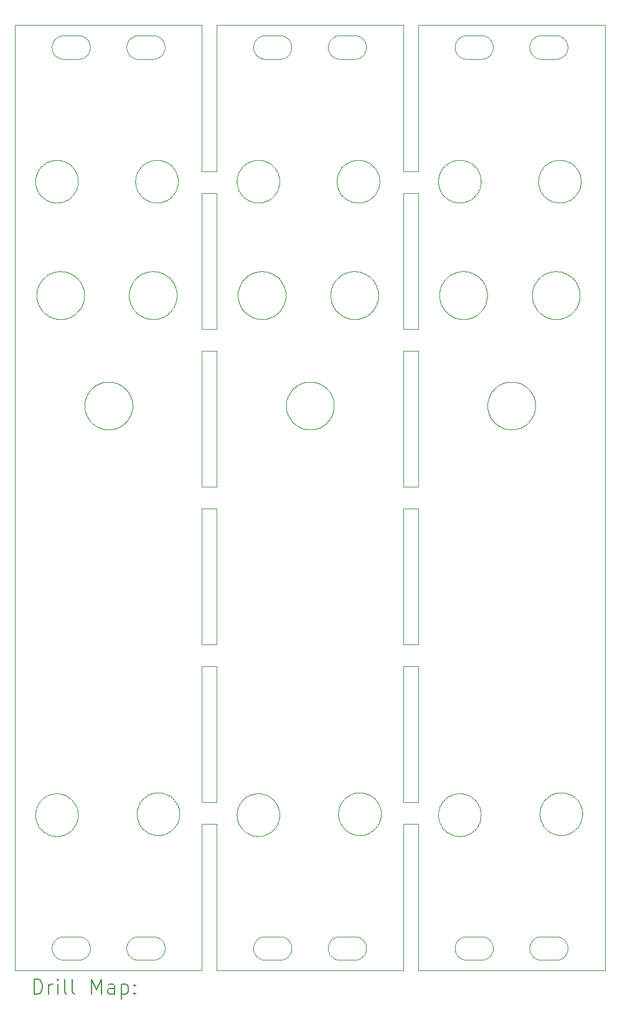
<source format=gbr>
%TF.GenerationSoftware,KiCad,Pcbnew,8.0.4-8.0.4-0~ubuntu22.04.1*%
%TF.CreationDate,2024-07-28T23:22:11+02:00*%
%TF.ProjectId,FrontPanel_panel,46726f6e-7450-4616-9e65-6c5f70616e65,0.1*%
%TF.SameCoordinates,Original*%
%TF.FileFunction,Drillmap*%
%TF.FilePolarity,Positive*%
%FSLAX45Y45*%
G04 Gerber Fmt 4.5, Leading zero omitted, Abs format (unit mm)*
G04 Created by KiCad (PCBNEW 8.0.4-8.0.4-0~ubuntu22.04.1) date 2024-07-28 23:22:11*
%MOMM*%
%LPD*%
G01*
G04 APERTURE LIST*
%ADD10C,0.100000*%
%ADD11C,0.200000*%
G04 APERTURE END LIST*
D10*
X16925277Y-2455351D02*
X16917850Y-2452436D01*
X13946377Y-12521758D02*
X13957069Y-12512194D01*
X18520227Y-12582307D02*
X18526724Y-12595098D01*
X14735911Y-7479317D02*
X14721001Y-7473302D01*
X16914914Y-5350621D02*
X16930980Y-5350025D01*
X11748311Y-5814976D02*
X11741030Y-5829311D01*
X11134736Y-12838215D02*
X11129866Y-12824720D01*
X12389907Y-2205242D02*
X12395035Y-2199130D01*
X17273021Y-7103241D02*
X17276958Y-7087653D01*
X11190192Y-5486581D02*
X11199834Y-5473716D01*
X11660227Y-4265193D02*
X11653105Y-4277646D01*
X14479481Y-2149948D02*
X14487161Y-2152108D01*
X15152154Y-14667567D02*
X15146172Y-14662288D01*
X18257150Y-14397564D02*
X18264421Y-14400845D01*
X16614736Y-12627908D02*
X16620266Y-12614671D01*
X11345980Y-14588334D02*
X11344011Y-14580603D01*
X18037163Y-5959100D02*
X18023307Y-5950946D01*
X15486703Y-14388172D02*
X15494481Y-14389948D01*
X16834159Y-2239194D02*
X16837621Y-2232006D01*
X14434540Y-5894649D02*
X14423384Y-5906226D01*
X17180000Y-14705000D02*
X16980000Y-14705000D01*
X15779602Y-5658927D02*
X15780000Y-5675000D01*
X15359807Y-12481648D02*
X15371797Y-12473771D01*
X14190980Y-5999975D02*
X14174914Y-5999379D01*
X13046172Y-4056492D02*
X13049340Y-4070484D01*
X12984387Y-5493188D02*
X12993049Y-5506733D01*
X14029893Y-12466884D02*
X14043197Y-12461517D01*
X14627405Y-7411805D02*
X14615966Y-7400507D01*
X15462975Y-14704801D02*
X15455000Y-14705000D01*
X12647166Y-5357158D02*
X12662968Y-5354192D01*
X14101436Y-2225000D02*
X14105596Y-2218193D01*
X11340911Y-5979317D02*
X11326001Y-5973302D01*
X18314965Y-2410870D02*
X18309539Y-2416718D01*
X17974736Y-4232653D02*
X17969866Y-4219159D01*
X15217215Y-4163277D02*
X15215798Y-4149001D01*
X17522167Y-7492842D02*
X17506531Y-7489099D01*
X18116870Y-3867341D02*
X18129893Y-3861323D01*
X13580000Y-12858333D02*
X13580000Y-14850000D01*
X13580000Y-8275000D02*
X13480100Y-8275000D01*
X12722975Y-14385199D02*
X12730931Y-14385795D01*
X17152581Y-12621255D02*
X17157782Y-12634625D01*
X15715066Y-5480089D02*
X15724387Y-5493188D01*
X16686377Y-3916197D02*
X16697069Y-3906633D01*
X16610894Y-5650904D02*
X16612483Y-5634905D01*
X11500055Y-3853521D02*
X11513488Y-3858557D01*
X11115089Y-4120327D02*
X11115798Y-4105999D01*
X18427410Y-4352948D02*
X18416038Y-4361693D01*
X16821242Y-14525105D02*
X16822431Y-14517216D01*
X13042317Y-4042674D02*
X13046172Y-4056492D01*
X12769723Y-2154649D02*
X12777149Y-2157564D01*
X17146724Y-4252402D02*
X17140227Y-4265193D01*
X15041680Y-6912543D02*
X15054425Y-6922343D01*
X17806670Y-6932762D02*
X17818384Y-6943773D01*
X11500000Y-14385000D02*
X11700000Y-14385000D01*
X17856436Y-2225000D02*
X17860596Y-2218193D01*
X11689340Y-12790077D02*
X11686172Y-12804069D01*
X13380000Y-6433333D02*
X13479900Y-6433333D01*
X11842379Y-14617994D02*
X11838564Y-14625000D01*
X18210931Y-14385795D02*
X18218847Y-14386787D01*
X14463847Y-2146787D02*
X14471703Y-2148172D01*
X13878021Y-5746759D02*
X13874860Y-5730996D01*
X12459834Y-5473716D02*
X12470101Y-5461343D01*
X15171570Y-14408473D02*
X15178479Y-14404484D01*
X13892118Y-5557156D02*
X13898316Y-5542321D01*
X15584910Y-14638399D02*
X15580093Y-14644758D01*
X14207056Y-5350224D02*
X14223103Y-5351217D01*
X14253488Y-4396443D02*
X14240055Y-4401479D01*
X14253488Y-12464118D02*
X14266655Y-12469812D01*
X18485376Y-3965268D02*
X18493105Y-3977354D01*
X12811609Y-14417459D02*
X12817846Y-14422433D01*
X17318564Y-2225000D02*
X17322379Y-2232006D01*
X15786724Y-12595098D02*
X15792581Y-12608194D01*
X18553582Y-12691352D02*
X18554645Y-12705658D01*
X15561527Y-5982045D02*
X15546212Y-5986938D01*
X12390894Y-5699096D02*
X12390099Y-5683039D01*
X16877154Y-14422433D02*
X16883391Y-14417459D01*
X17975798Y-12698499D02*
X17977215Y-12684223D01*
X11783430Y-2441527D02*
X11776521Y-2445515D01*
X15748311Y-5814976D02*
X15741030Y-5829311D01*
X17794425Y-7427657D02*
X17781680Y-7437457D01*
X17299965Y-14439130D02*
X17305093Y-14445242D01*
X14080050Y-2308989D02*
X14080050Y-2301011D01*
X18195000Y-2465000D02*
X17995000Y-2465000D01*
X16640684Y-12576824D02*
X16648710Y-12564933D01*
X17334834Y-6973715D02*
X17345101Y-6961343D01*
X11829910Y-14638399D02*
X11825093Y-14644758D01*
X17840980Y-14501665D02*
X17843332Y-14494042D01*
X18195000Y-14385000D02*
X18202975Y-14385199D01*
X18297846Y-14667567D02*
X18291609Y-14672541D01*
X11762149Y-2157564D02*
X11769421Y-2160845D01*
X12385090Y-14638399D02*
X12380596Y-14631807D01*
X17334020Y-2261666D02*
X17335988Y-2269397D01*
X13049340Y-4070484D02*
X13051812Y-4084615D01*
X14137154Y-2182433D02*
X14143391Y-2177459D01*
X17850066Y-6980088D02*
X17859387Y-6993188D01*
X12853564Y-2225000D02*
X12857379Y-2232006D01*
X18223103Y-5351217D02*
X18239081Y-5353003D01*
X16595089Y-12740234D02*
X16595089Y-12725888D01*
X15277314Y-4307108D02*
X15268710Y-4295628D01*
X18143197Y-4399044D02*
X18129893Y-4393677D01*
X16980000Y-14385000D02*
X17180000Y-14385000D01*
X11132483Y-5634905D02*
X11134860Y-5619004D01*
X12576170Y-12518778D02*
X12586377Y-12508697D01*
X15672066Y-12470057D02*
X15684246Y-12477635D01*
X14925674Y-6858933D02*
X14941212Y-6863062D01*
X15436751Y-12443754D02*
X15450520Y-12439727D01*
X14574404Y-2391807D02*
X14569910Y-2398399D01*
X11859950Y-2301011D02*
X11859950Y-2308989D01*
X11776521Y-14404484D02*
X11783430Y-14408473D01*
X16881413Y-12443083D02*
X16895758Y-12443261D01*
X17151670Y-5917238D02*
X17139425Y-5927657D01*
X15260684Y-4283737D02*
X15253257Y-4271463D01*
X11401413Y-12443083D02*
X11415758Y-12443261D01*
X15396870Y-12459841D02*
X15409893Y-12453823D01*
X17318564Y-14465000D02*
X17322379Y-14472006D01*
X15138021Y-5603241D02*
X15141958Y-5587653D01*
X11365596Y-14631807D02*
X11361436Y-14625000D01*
X15215519Y-14389948D02*
X15223297Y-14388172D01*
X12781413Y-13009978D02*
X12767077Y-13009446D01*
X18379525Y-3870590D02*
X18392066Y-3877557D01*
X12777149Y-2452436D02*
X12769723Y-2455351D01*
X12494736Y-4022346D02*
X12500267Y-4009110D01*
X17242150Y-2452436D02*
X17234723Y-2455351D01*
X15462975Y-2464801D02*
X15455000Y-2465000D01*
X15605761Y-5387083D02*
X15619815Y-5394891D01*
X13968222Y-3897610D02*
X13979807Y-3889148D01*
X11416570Y-14681526D02*
X11409869Y-14677198D01*
X11576037Y-12967254D02*
X11564246Y-12975426D01*
X17316198Y-7350093D02*
X17307874Y-7336338D01*
X14605101Y-6961343D02*
X14615966Y-6949493D01*
X14163479Y-2445515D02*
X14156570Y-2441527D01*
X15776427Y-5626940D02*
X15778410Y-5642894D01*
X14598758Y-14525105D02*
X14599553Y-14533043D01*
X13872483Y-5715095D02*
X13870894Y-5699096D01*
X16676170Y-3926278D02*
X16686377Y-3916197D01*
X15225670Y-4205441D02*
X15222157Y-4191531D01*
X14519602Y-5658927D02*
X14520000Y-5675000D01*
X17265099Y-7183039D02*
X17265099Y-7166961D01*
X13936170Y-4328721D02*
X13926474Y-4318148D01*
X17911570Y-2168473D02*
X17918479Y-2164485D01*
X13480100Y-12858333D02*
X13580000Y-12858333D01*
X13008311Y-5535023D02*
X13014875Y-5549700D01*
X17965670Y-4205441D02*
X17962157Y-4191531D01*
X12418391Y-14417459D02*
X12424869Y-14412802D01*
X12624161Y-4381004D02*
X12611797Y-4373729D01*
X18149893Y-12453823D02*
X18163197Y-12448456D01*
X15509723Y-14695351D02*
X15502161Y-14697892D01*
X13917313Y-12912669D02*
X13908710Y-12901189D01*
X17288828Y-14662288D02*
X17282846Y-14667567D01*
X17932850Y-14692436D02*
X17925579Y-14689155D01*
X16860035Y-2199130D02*
X16865461Y-2193282D01*
X13066172Y-12791008D02*
X13062317Y-12804826D01*
X16925277Y-14394649D02*
X16932839Y-14392108D01*
X16825980Y-2348334D02*
X16824012Y-2340603D01*
X12385090Y-2398399D02*
X12380596Y-2391807D01*
X11539525Y-3870590D02*
X11552066Y-3877557D01*
X17173582Y-4098852D02*
X17174645Y-4113158D01*
X17339553Y-14556957D02*
X17338758Y-14564895D01*
X17032066Y-4377443D02*
X17019525Y-4384410D01*
X18077070Y-12499133D02*
X18088222Y-12490110D01*
X16822431Y-2277216D02*
X16824012Y-2269397D01*
X14240055Y-12459082D02*
X14253488Y-12464118D01*
X12475519Y-14389948D02*
X12483297Y-14388172D01*
X13908710Y-3959372D02*
X13917314Y-3947892D01*
X11391172Y-2187712D02*
X11397154Y-2182433D01*
X18352569Y-2277216D02*
X18353758Y-2285105D01*
X14986338Y-7470020D02*
X14971581Y-7476402D01*
X14455931Y-14385795D02*
X14463847Y-14386787D01*
X18320093Y-14445242D02*
X18324910Y-14451601D01*
X14473049Y-5843267D02*
X14464387Y-5856812D01*
X11380035Y-2410870D02*
X11374907Y-2404758D01*
X15486703Y-2461828D02*
X15478847Y-2463213D01*
X11134860Y-5619004D02*
X11138021Y-5603241D01*
X11911887Y-6917364D02*
X11924870Y-6907882D01*
X16219900Y-10716667D02*
X16220100Y-10716667D01*
X11297163Y-5390900D02*
X11311406Y-5383442D01*
X11354159Y-2239194D02*
X11357620Y-2232006D01*
X15563828Y-14427712D02*
X15569539Y-14433282D01*
X11628174Y-12918245D02*
X11618743Y-12929056D01*
X18290077Y-12431086D02*
X18304334Y-12432680D01*
X12169951Y-6855577D02*
X12185674Y-6858933D01*
X11677782Y-4029063D02*
X11682317Y-4042674D01*
X17085761Y-5962917D02*
X17071338Y-5970020D01*
X12357431Y-2332784D02*
X12356242Y-2324895D01*
X17852621Y-14472006D02*
X17856436Y-14465000D01*
X18531812Y-4084615D02*
X18533582Y-4098852D01*
X17950101Y-5888657D02*
X17939834Y-5876284D01*
X17900786Y-7270063D02*
X17895704Y-7285317D01*
X12694914Y-5999379D02*
X12678897Y-5997988D01*
X13979807Y-3889148D02*
X13991797Y-3881271D01*
X15715066Y-5869911D02*
X15705109Y-5882534D01*
X17171812Y-4170384D02*
X17169340Y-4184516D01*
X15708789Y-4333825D02*
X15698336Y-4343651D01*
X12424869Y-2437198D02*
X12418391Y-2432541D01*
X17187975Y-2464801D02*
X17180000Y-2465000D01*
X15633466Y-5403385D02*
X15646680Y-5412543D01*
X14560241Y-7322189D02*
X14553316Y-7307679D01*
X14385376Y-12895293D02*
X14377059Y-12906982D01*
X18304334Y-13007320D02*
X18290077Y-13008914D01*
X11707975Y-14385199D02*
X11715931Y-14385795D01*
X14208297Y-2461828D02*
X14200519Y-2460052D01*
X14232025Y-2145199D02*
X14240000Y-2145000D01*
X12586377Y-12931303D02*
X12576170Y-12921221D01*
X17681212Y-6863062D02*
X17696527Y-6867954D01*
X17133105Y-4277646D02*
X17125376Y-4289732D01*
X14412581Y-4239306D02*
X14406724Y-4252402D01*
X14447975Y-2464801D02*
X14440000Y-2465000D01*
X15141958Y-5762347D02*
X15138021Y-5746759D01*
X17989866Y-12811659D02*
X17985670Y-12797941D01*
X11403391Y-14417459D02*
X11409869Y-14412802D01*
X18326390Y-3849155D02*
X18340055Y-3853521D01*
X12588222Y-3897610D02*
X12599807Y-3889148D01*
X13892118Y-5792844D02*
X13886660Y-5777721D01*
X14112785Y-12444856D02*
X14127077Y-12443615D01*
X12431570Y-14681526D02*
X12424869Y-14677198D01*
X16697069Y-12512194D02*
X16708222Y-12503171D01*
X15109159Y-14610806D02*
X15106060Y-14603454D01*
X14080447Y-14556957D02*
X14080050Y-14548989D01*
X17911427Y-7126940D02*
X17913410Y-7142894D01*
X12944246Y-12477635D02*
X12956037Y-12485807D01*
X18028710Y-12888128D02*
X18020685Y-12876237D01*
X16661198Y-5850093D02*
X16652874Y-5836338D01*
X16719807Y-12494710D02*
X16731797Y-12486832D01*
X14037163Y-5390900D02*
X14051406Y-5383442D01*
X14909951Y-6855577D02*
X14925674Y-6858933D01*
X17339553Y-2293043D02*
X17339950Y-2301011D01*
X11210101Y-5888657D02*
X11199834Y-5876284D01*
X17852621Y-14617994D02*
X17849159Y-14610806D01*
X14578564Y-2225000D02*
X14582379Y-2232006D01*
X12370066Y-7369911D02*
X12360109Y-7382534D01*
X16854907Y-14644758D02*
X16850090Y-14638399D01*
X15597379Y-2232006D02*
X15600841Y-2239194D01*
X11289893Y-12999238D02*
X11276870Y-12993220D01*
X12434602Y-7191072D02*
X12433410Y-7207105D01*
X13480100Y-10716667D02*
X13580000Y-10716667D01*
X17195931Y-14704205D02*
X17187975Y-14704801D01*
X11691812Y-4084615D02*
X11693581Y-4098852D01*
X17985670Y-12642059D02*
X17989866Y-12628341D01*
X17918479Y-2164485D02*
X17925579Y-2160845D01*
X14185277Y-14695351D02*
X14177850Y-14692436D01*
X14112785Y-4415705D02*
X14098571Y-4413759D01*
X16867167Y-5357158D02*
X16882968Y-5354192D01*
X12767077Y-13009446D02*
X12752785Y-13008205D01*
X11801660Y-7072278D02*
X11807118Y-7057156D01*
X16690101Y-5461343D02*
X16700966Y-5449493D01*
X14520000Y-5675000D02*
X14519602Y-5691072D01*
X11415758Y-12443261D02*
X11430076Y-12444147D01*
X14813897Y-7497988D02*
X14797968Y-7495808D01*
X15387166Y-5992842D02*
X15371531Y-5989099D01*
X15773105Y-12870146D02*
X15765376Y-12882232D01*
X12840093Y-2404758D02*
X12834965Y-2410870D01*
X15255000Y-14385000D02*
X15455000Y-14385000D01*
X15260684Y-3971263D02*
X15268710Y-3959372D01*
X16320000Y-10716667D02*
X16320000Y-12558333D01*
X11691812Y-4170384D02*
X11689340Y-4184516D01*
X11311406Y-5383442D02*
X11326001Y-5376698D01*
X16980055Y-3853521D02*
X16993488Y-3858557D01*
X17585980Y-6850025D02*
X17602056Y-6850224D01*
X11344011Y-14509397D02*
X11345980Y-14501665D01*
X14530131Y-2437198D02*
X14523430Y-2441527D01*
X15337069Y-12499133D02*
X15348222Y-12490110D01*
X13380000Y-8275000D02*
X13380000Y-6433333D01*
X18399525Y-12463090D02*
X18412066Y-12470057D01*
X18318495Y-13005023D02*
X18304334Y-13007320D01*
X12694914Y-5350621D02*
X12710980Y-5350025D01*
X11700000Y-2465000D02*
X11500000Y-2465000D01*
X18020685Y-12563763D02*
X18028710Y-12551872D01*
X17868049Y-7343267D02*
X17859387Y-7356812D01*
X16877154Y-2427567D02*
X16871172Y-2422288D01*
X16666474Y-12542413D02*
X16676170Y-12531840D01*
X11790131Y-2172802D02*
X11796609Y-2177459D01*
X15586389Y-4405845D02*
X15572525Y-4409529D01*
X18111797Y-12473771D02*
X18124161Y-12466496D01*
X11476153Y-2463213D02*
X11468297Y-2461828D01*
X11819965Y-14439130D02*
X11825093Y-14445242D01*
X18517782Y-4029063D02*
X18522317Y-4042674D01*
X11316750Y-12456815D02*
X11330520Y-12452788D01*
X18304334Y-12432680D02*
X18318495Y-12434977D01*
X15444472Y-4411113D02*
X15430520Y-4407773D01*
X12432874Y-5836338D02*
X12425241Y-5822189D01*
X15478571Y-13006259D02*
X15464472Y-13003613D01*
X12513257Y-3983537D02*
X12520684Y-3971263D01*
X14565093Y-2404758D02*
X14559965Y-2410870D01*
X17446406Y-6883442D02*
X17461001Y-6876698D01*
X12644161Y-12973504D02*
X12631797Y-12966229D01*
X18416038Y-3893307D02*
X18427410Y-3902052D01*
X15569539Y-14433282D02*
X15574965Y-14439130D01*
X15066670Y-7417238D02*
X15054425Y-7427657D01*
X16605670Y-4049559D02*
X16609866Y-4035841D01*
X17886172Y-2422288D02*
X17880461Y-2416718D01*
X17166172Y-4198508D02*
X17162317Y-4212326D01*
X15557846Y-2427567D02*
X15551609Y-2432541D01*
X12540684Y-12563763D02*
X12548710Y-12551872D01*
X15158391Y-14417459D02*
X15164869Y-14412802D01*
X14127166Y-5992842D02*
X14111531Y-5989099D01*
X14084011Y-14580603D02*
X14082431Y-14572784D01*
X17163384Y-5443774D02*
X17174540Y-5455351D01*
X11165241Y-5527811D02*
X11172874Y-5513662D01*
X12954540Y-5455351D02*
X12965109Y-5467466D01*
X15128049Y-7006733D02*
X15136030Y-7020689D01*
X18204472Y-13003613D02*
X18190520Y-13000273D01*
X17875035Y-2199130D02*
X17880461Y-2193282D01*
X13580000Y-4291667D02*
X13580000Y-6133333D01*
X17322379Y-14617994D02*
X17318564Y-14625000D01*
X17126680Y-5937457D02*
X17113466Y-5946615D01*
X15311406Y-5383442D02*
X15326001Y-5376698D01*
X14494875Y-5549700D02*
X14500704Y-5564683D01*
X12366060Y-2246545D02*
X12369159Y-2239194D01*
X15164869Y-2437198D02*
X15158391Y-2432541D01*
X12363332Y-2254042D02*
X12366060Y-2246545D01*
X12406172Y-2422288D02*
X12400461Y-2416718D01*
X13921198Y-5850093D02*
X13912874Y-5836338D01*
X18218572Y-13006259D02*
X18204472Y-13003613D01*
X13017059Y-12893921D02*
X13008174Y-12905184D01*
X17977215Y-12684223D02*
X17979337Y-12670034D01*
X15155704Y-7285317D02*
X15149875Y-7300300D01*
X15684246Y-12962364D02*
X15672066Y-12969943D01*
X18324910Y-14638399D02*
X18320093Y-14644758D01*
X16867077Y-12443615D02*
X16881413Y-12443083D01*
X14156570Y-14681526D02*
X14149869Y-14677198D01*
X13859337Y-12783027D02*
X13857215Y-12768838D01*
X15237215Y-12684223D02*
X15239337Y-12670034D01*
X12355447Y-14533043D02*
X12356242Y-14525105D01*
X14692163Y-6890900D02*
X14706406Y-6883442D01*
X18513105Y-12870146D02*
X18505376Y-12882232D01*
X14111531Y-5360901D02*
X14127166Y-5357158D01*
X15306377Y-4338803D02*
X15296170Y-4328721D01*
X15609020Y-14501665D02*
X15610988Y-14509397D01*
X17846060Y-2246545D02*
X17849159Y-2239194D01*
X11115089Y-12740234D02*
X11115089Y-12725888D01*
X12844910Y-14451601D02*
X12849404Y-14458192D01*
X11130099Y-5683039D02*
X11130099Y-5666961D01*
X11403391Y-14672541D02*
X11397154Y-14667567D01*
X12678897Y-5997988D02*
X12662968Y-5995808D01*
X16633257Y-12877024D02*
X16626445Y-12864399D01*
X18329404Y-2391807D02*
X18324910Y-2398399D01*
X11342431Y-14517216D02*
X11344011Y-14509397D01*
X15356100Y-5984586D02*
X15340911Y-5979317D01*
X17754815Y-6894891D02*
X17768466Y-6903385D01*
X15773657Y-5611103D02*
X15776427Y-5626940D01*
X16614736Y-12838215D02*
X16609866Y-12824720D01*
X14070520Y-3847227D02*
X14084472Y-3843887D01*
X15078384Y-6943773D02*
X15089540Y-6955351D01*
X14131172Y-14427712D02*
X14137154Y-14422433D01*
X14516427Y-5626940D02*
X14518410Y-5642894D01*
X12406660Y-5572278D02*
X12412118Y-5557156D01*
X17982157Y-12655968D02*
X17985670Y-12642059D01*
X15760227Y-3989807D02*
X15766724Y-4002598D01*
X16614860Y-5619004D02*
X16618021Y-5603241D01*
X17379388Y-6927477D02*
X17391887Y-6917364D01*
X11374907Y-14445242D02*
X11380035Y-14439130D01*
X16810520Y-13013334D02*
X16796751Y-13009307D01*
X15574965Y-2199130D02*
X15580093Y-2205242D01*
X17309910Y-2398399D02*
X17305093Y-2404758D01*
X17950101Y-5461343D02*
X17960966Y-5449493D01*
X15146172Y-2187712D02*
X15152154Y-2182433D01*
X12406660Y-5777721D02*
X12401958Y-5762347D01*
X12810077Y-13008914D02*
X12795758Y-13009800D01*
X12185674Y-6858933D02*
X12201212Y-6863062D01*
X12526445Y-12588662D02*
X12533257Y-12576037D01*
X11452839Y-2457892D02*
X11445277Y-2455351D01*
X17355966Y-7400507D02*
X17345101Y-7388657D01*
X18447410Y-12494552D02*
X18458336Y-12503849D01*
X14094159Y-2239194D02*
X14097620Y-2232006D01*
X12649893Y-3861323D02*
X12663197Y-3855956D01*
X11825093Y-14644758D02*
X11819965Y-14650870D01*
X12385090Y-2211601D02*
X12389907Y-2205242D01*
X15371531Y-5989099D02*
X15356100Y-5984586D01*
X11458495Y-3842477D02*
X11472525Y-3845471D01*
X16806001Y-5973302D02*
X16791406Y-5966558D01*
X11760704Y-5785317D02*
X11754875Y-5800300D01*
X12441198Y-5850093D02*
X12432874Y-5836338D01*
X13479900Y-8275000D02*
X13380000Y-8275000D01*
X14088332Y-2355958D02*
X14085980Y-2348334D01*
X11117215Y-12768838D02*
X11115798Y-12754562D01*
X15593564Y-2385000D02*
X15589404Y-2391807D01*
X11115798Y-12711560D02*
X11117215Y-12697284D01*
X15728789Y-12513675D02*
X15738743Y-12524005D01*
X17287118Y-7292844D02*
X17281660Y-7277721D01*
X16860035Y-2410870D02*
X16854907Y-2404758D01*
X18532581Y-12608194D02*
X18537782Y-12621563D01*
X17740761Y-7462917D02*
X17726338Y-7470020D01*
X17979069Y-14704205D02*
X17971153Y-14703213D01*
X15786724Y-12844902D02*
X15780227Y-12857692D01*
X15210101Y-5888657D02*
X15199834Y-5876284D01*
X11694540Y-5455351D02*
X11705109Y-5467466D01*
X12631797Y-12473771D02*
X12644161Y-12466496D01*
X11845841Y-14610806D02*
X11842379Y-14617994D01*
X12380596Y-14458192D02*
X12385090Y-14451601D01*
X15499081Y-5996997D02*
X15483103Y-5998783D01*
X17152581Y-12844867D02*
X17146724Y-12857963D01*
X14270674Y-5991067D02*
X14254951Y-5994423D01*
X15569539Y-2416718D02*
X15563828Y-2422288D01*
X15659525Y-12463090D02*
X15672066Y-12470057D01*
X17962157Y-4063468D02*
X17965670Y-4049559D01*
X17768466Y-7446615D02*
X17754815Y-7455109D01*
X18349020Y-2348334D02*
X18346668Y-2355958D01*
X17256427Y-5626940D02*
X17258410Y-5642894D01*
X16821242Y-14564895D02*
X16820447Y-14556957D01*
X16972025Y-14704801D02*
X16964069Y-14704205D01*
X15215519Y-14700052D02*
X15207839Y-14697892D01*
X18278430Y-14408473D02*
X18285131Y-14412802D01*
X16605670Y-4205441D02*
X16602157Y-4191531D01*
X12543307Y-5399054D02*
X12557163Y-5390900D01*
X12412118Y-5792844D02*
X12406660Y-5777721D01*
X16980000Y-14705000D02*
X16972025Y-14704801D01*
X14232025Y-14704801D02*
X14224069Y-14704205D01*
X17849159Y-2239194D02*
X17852621Y-2232006D01*
X15544334Y-4414820D02*
X15530077Y-4416414D01*
X12485670Y-4205441D02*
X12482157Y-4191531D01*
X11808828Y-14662288D02*
X11802846Y-14667567D01*
X17276958Y-7262347D02*
X17273021Y-7246759D01*
X18099807Y-12481648D02*
X18111797Y-12473771D01*
X11239807Y-4365851D02*
X11228222Y-4357390D01*
X15152118Y-5792844D02*
X15146660Y-5777721D01*
X15106060Y-14486545D02*
X15109159Y-14479194D01*
X12866668Y-14595958D02*
X12863940Y-14603454D01*
X15100109Y-6967466D02*
X15110066Y-6980088D01*
X14240000Y-2465000D02*
X14232025Y-2464801D01*
X18326390Y-4405845D02*
X18312525Y-4409529D01*
X13480100Y-8575000D02*
X13580000Y-8575000D01*
X17904869Y-2437198D02*
X17898391Y-2432541D01*
X16640684Y-4283737D02*
X16633257Y-4271463D01*
X18270077Y-3838586D02*
X18284334Y-3840180D01*
X12434602Y-7158927D02*
X12435000Y-7175000D01*
X16220100Y-6433333D02*
X16320000Y-6433333D01*
X16120000Y-10716667D02*
X16219900Y-10716667D01*
X17234723Y-2154649D02*
X17242150Y-2157564D01*
X12566377Y-4338803D02*
X12556170Y-4328721D01*
X17140227Y-4265193D02*
X17133105Y-4277646D01*
X17249421Y-14400845D02*
X17256521Y-14404484D01*
X15165241Y-5822189D02*
X15158316Y-5807679D01*
X15748174Y-12534816D02*
X15757059Y-12546079D01*
X16602157Y-4063468D02*
X16605670Y-4049559D01*
X13874736Y-12838215D02*
X13869866Y-12824720D01*
X15210101Y-5461343D02*
X15220966Y-5449493D01*
X17175000Y-12733061D02*
X17174645Y-12747403D01*
X11787483Y-7134905D02*
X11789860Y-7119004D01*
X15592525Y-13002029D02*
X15578495Y-13005023D01*
X16837621Y-14472006D02*
X16841436Y-14465000D01*
X11747161Y-2457892D02*
X11739481Y-2460052D01*
X17287118Y-7057156D02*
X17293316Y-7042321D01*
X18261413Y-13009978D02*
X18247077Y-13009446D01*
X18518410Y-5642894D02*
X18519602Y-5658927D01*
X11283307Y-5399054D02*
X11297163Y-5390900D01*
X16219900Y-8575000D02*
X16220100Y-8575000D01*
X12998743Y-12524005D02*
X13008174Y-12534816D01*
X16626660Y-5572278D02*
X16632118Y-5557156D01*
X12406172Y-14662288D02*
X12400461Y-14656718D01*
X11854834Y-6973715D02*
X11865101Y-6961343D01*
X14455931Y-2145795D02*
X14463847Y-2146787D01*
X14518410Y-5642894D02*
X14519602Y-5658927D01*
X15591338Y-5379980D02*
X15605761Y-5387083D01*
X14163479Y-14685515D02*
X14156570Y-14681526D01*
X16320000Y-4291667D02*
X16320000Y-6133333D01*
X12600911Y-5370683D02*
X12616100Y-5365414D01*
X18116870Y-4387659D02*
X18104161Y-4381004D01*
X17325841Y-2239194D02*
X17328940Y-2246545D01*
X12761413Y-3837522D02*
X12775758Y-3837700D01*
X18513105Y-12569854D02*
X18520227Y-12582307D01*
X12873758Y-2324895D02*
X12872569Y-2332784D01*
X18096100Y-5984586D02*
X18080911Y-5979317D01*
X12954540Y-5894649D02*
X12943384Y-5906226D01*
X11409869Y-2172802D02*
X11416570Y-2168473D01*
X12947410Y-3902052D02*
X12958336Y-3911349D01*
X14542846Y-14667567D02*
X14536609Y-14672541D01*
X13071812Y-12762884D02*
X13069340Y-12777016D01*
X15760227Y-4265193D02*
X15753105Y-4277646D01*
X12978336Y-12503849D02*
X12988789Y-12513675D01*
X15502161Y-14697892D02*
X15494481Y-14700052D01*
X14560241Y-7027811D02*
X14567874Y-7013662D01*
X14358743Y-12537066D02*
X14368174Y-12547877D01*
X15524421Y-14400845D02*
X15531521Y-14404484D01*
X11341242Y-14564895D02*
X11340447Y-14556957D01*
X14479481Y-2460052D02*
X14471703Y-2461828D01*
X15028466Y-7446615D02*
X15014815Y-7455109D01*
X18535000Y-4127500D02*
X18534645Y-4141841D01*
X12400461Y-14656718D02*
X12395035Y-14650870D01*
X12520684Y-3971263D02*
X12528710Y-3959372D01*
X17019525Y-3870590D02*
X17032066Y-3877557D01*
X14088332Y-14595958D02*
X14085980Y-14588334D01*
X14051406Y-5383442D02*
X14066001Y-5376698D01*
X17006655Y-12469812D02*
X17019525Y-12476151D01*
X11437850Y-14397564D02*
X11445277Y-14394649D01*
X15494481Y-2149948D02*
X15502161Y-2152108D01*
X12548710Y-12551872D02*
X12557314Y-12540392D01*
X14226389Y-3849155D02*
X14240055Y-3853521D01*
X17913410Y-7142894D02*
X17914602Y-7158927D01*
X12975066Y-5480089D02*
X12984387Y-5493188D01*
X15246445Y-3996162D02*
X15253257Y-3983537D01*
X12424869Y-2172802D02*
X12431570Y-2168473D01*
X11754875Y-5549700D02*
X11760704Y-5564683D01*
X15225670Y-4049559D02*
X15229866Y-4035841D01*
X16626445Y-12601724D02*
X16633257Y-12589098D01*
X11153257Y-4271463D02*
X11146445Y-4258838D01*
X15507077Y-13009446D02*
X15492785Y-13008205D01*
X14081242Y-2324895D02*
X14080447Y-2316957D01*
X13886445Y-12601724D02*
X13893257Y-12589098D01*
X11773657Y-5611103D02*
X11776427Y-5626940D01*
X14706406Y-7466558D02*
X14692163Y-7459100D01*
X11251797Y-3881271D02*
X11264161Y-3873996D01*
X15178479Y-2164485D02*
X15185579Y-2160845D01*
X14316581Y-5373598D02*
X14331338Y-5379980D01*
X17905241Y-5822189D02*
X17898316Y-5807679D01*
X17993257Y-4271463D02*
X17986445Y-4258838D01*
X15530077Y-4416414D02*
X15515758Y-4417300D01*
X15531521Y-14685515D02*
X15524421Y-14689155D01*
X15095050Y-2308989D02*
X15095050Y-2301011D01*
X11264161Y-12479557D02*
X11276870Y-12472902D01*
X11499081Y-5353003D02*
X11514951Y-5355577D01*
X18553582Y-12748648D02*
X18551812Y-12762884D01*
X15545131Y-2437198D02*
X15538430Y-2441527D01*
X12790077Y-4416414D02*
X12775758Y-4417300D01*
X15646655Y-12456751D02*
X15659525Y-12463090D01*
X17169340Y-4184516D02*
X17166172Y-4198508D01*
X15260267Y-12601610D02*
X15266445Y-12588662D01*
X11819965Y-14650870D02*
X11814539Y-14656718D01*
X16120000Y-8575000D02*
X16219900Y-8575000D01*
X11430076Y-12444147D02*
X11444334Y-12445741D01*
X12369159Y-2239194D02*
X12372620Y-2232006D01*
X11694645Y-12718720D02*
X11695000Y-12733061D01*
X14426172Y-4056492D02*
X14429340Y-4070484D01*
X12520267Y-12838390D02*
X12514736Y-12825153D01*
X15620055Y-12446021D02*
X15633488Y-12451057D01*
X18533582Y-4156148D02*
X18531812Y-4170384D01*
X11808828Y-14427712D02*
X11814539Y-14433282D01*
X11472525Y-3845471D02*
X11486389Y-3849155D01*
X16938495Y-13018084D02*
X16924334Y-13020381D01*
X13037782Y-4225936D02*
X13032581Y-4239306D01*
X17187975Y-14704801D02*
X17180000Y-14705000D01*
X11500000Y-2145000D02*
X11700000Y-2145000D01*
X15733049Y-5843267D02*
X15724387Y-5856812D01*
X12495089Y-12712827D02*
X12495798Y-12698499D01*
X12715000Y-2465000D02*
X12515000Y-2465000D01*
X12395035Y-2199130D02*
X12400461Y-2193282D01*
X12372620Y-14472006D02*
X12376436Y-14465000D01*
X18017314Y-4307108D02*
X18008710Y-4295628D01*
X14597569Y-14517216D02*
X14598758Y-14525105D01*
X16599337Y-4077534D02*
X16602157Y-4063468D01*
X18264421Y-2449155D02*
X18257150Y-2452436D01*
X13855089Y-12740234D02*
X13855089Y-12725888D01*
X14766531Y-7489099D02*
X14751100Y-7484586D01*
X12360980Y-14501665D02*
X12363332Y-14494042D01*
X14565093Y-14445242D02*
X14569910Y-14451601D01*
X18526724Y-12844902D02*
X18520227Y-12857692D01*
X11854020Y-2348334D02*
X11851668Y-2355958D01*
X12359011Y-14580603D02*
X12357431Y-14572784D01*
X14447975Y-14704801D02*
X14440000Y-14705000D01*
X11387166Y-5357158D02*
X11402968Y-5354192D01*
X12431427Y-7126940D02*
X12433410Y-7142894D01*
X13380000Y-4291667D02*
X13479900Y-4291667D01*
X15095447Y-2316957D02*
X15095050Y-2308989D01*
X16820911Y-5370683D02*
X16836100Y-5365414D01*
X14156570Y-2168473D02*
X14163479Y-2164485D01*
X12418316Y-5542321D02*
X12425241Y-5527811D01*
X14141413Y-4417478D02*
X14127077Y-4416946D01*
X14192839Y-14392108D02*
X14200519Y-14389948D01*
X17125376Y-12895293D02*
X17117059Y-12906982D01*
X12718571Y-4413759D02*
X12704472Y-4411113D01*
X16657313Y-12912669D02*
X16648710Y-12901189D01*
X11683384Y-5443774D02*
X11694540Y-5455351D01*
X12216527Y-6867954D02*
X12231581Y-6873598D01*
X17986445Y-3996162D02*
X17993257Y-3983537D01*
X17056037Y-12498869D02*
X17067410Y-12507614D01*
X13073581Y-12748648D02*
X13071812Y-12762884D01*
X17895704Y-7285317D02*
X17889875Y-7300300D01*
X16845596Y-2391807D02*
X16841436Y-2385000D01*
X14112785Y-3839295D02*
X14127077Y-3838054D01*
X15487077Y-3838054D02*
X15501413Y-3837522D01*
X11357620Y-14472006D02*
X11361436Y-14465000D01*
X17269860Y-7230996D02*
X17267483Y-7215095D01*
X17305093Y-2404758D02*
X17299965Y-2410870D01*
X15613488Y-3858557D02*
X15626655Y-3864251D01*
X15297163Y-5390900D02*
X15311406Y-5383442D01*
X14192839Y-2152108D02*
X14200519Y-2149948D01*
X12369159Y-14610806D02*
X12366060Y-14603454D01*
X11117215Y-4163277D02*
X11115798Y-4149001D01*
X15106060Y-14603454D02*
X15103332Y-14595958D01*
X18386656Y-12456751D02*
X18399525Y-12463090D01*
X18554645Y-12705658D02*
X18555000Y-12720000D01*
X11358571Y-13019320D02*
X11344472Y-13016674D01*
X16220100Y-12558333D02*
X16219900Y-12558333D01*
X17240704Y-5785317D02*
X17234875Y-5800300D01*
X13057782Y-12818436D02*
X13052581Y-12831806D01*
X15207839Y-2152108D02*
X15215519Y-2149948D01*
X11397154Y-14667567D02*
X11391172Y-14662288D01*
X14301527Y-5982045D02*
X14286212Y-5986938D01*
X11129866Y-4035841D02*
X11134736Y-4022346D01*
X13917313Y-12553453D02*
X13926474Y-12542413D01*
X12231581Y-7476402D02*
X12216527Y-7482045D01*
X14004161Y-12479557D02*
X14016870Y-12472902D01*
X15190192Y-5863419D02*
X15181198Y-5850093D01*
X17886172Y-14427712D02*
X17892154Y-14422433D01*
X16820447Y-14556957D02*
X16820050Y-14548989D01*
X17969866Y-4219159D02*
X17965670Y-4205441D01*
X18354553Y-2316957D02*
X18353758Y-2324895D01*
X13040227Y-12857692D02*
X13033105Y-12870146D01*
X14598758Y-2285105D02*
X14599553Y-2293043D01*
X13032581Y-4239306D02*
X13026724Y-4252402D01*
X11819965Y-2199130D02*
X11825093Y-2205242D01*
X13869866Y-4035841D02*
X13874736Y-4022346D01*
X16810520Y-12452788D02*
X16824472Y-12449448D01*
X18190980Y-5999975D02*
X18174914Y-5999379D01*
X17032066Y-12983004D02*
X17019525Y-12989971D01*
X14127077Y-13022507D02*
X14112785Y-13021266D01*
X12906655Y-12983249D02*
X12893488Y-12988943D01*
X17537968Y-6854192D02*
X17553897Y-6852011D01*
X17067410Y-3902052D02*
X17078336Y-3911349D01*
X15792581Y-12608194D02*
X15797782Y-12621563D01*
X15181198Y-5850093D02*
X15172874Y-5836338D01*
X15097431Y-2277216D02*
X15099011Y-2269397D01*
X15515758Y-4417300D02*
X15501413Y-4417478D01*
X17339553Y-2316957D02*
X17338758Y-2324895D01*
X16889869Y-14412802D02*
X16896570Y-14408473D01*
X17947839Y-2457892D02*
X17940277Y-2455351D01*
X11387077Y-4416946D02*
X11372785Y-4415705D01*
X17088789Y-3921175D02*
X17098743Y-3931505D01*
X18291609Y-14417459D02*
X18297846Y-14422433D01*
X15639525Y-4384410D02*
X15626655Y-4390749D01*
X14143391Y-2177459D02*
X14149869Y-2172802D01*
X17173581Y-12704413D02*
X17174645Y-12718720D01*
X16850090Y-2398399D02*
X16845596Y-2391807D01*
X14591668Y-2355958D02*
X14588940Y-2363455D01*
X16824012Y-14580603D02*
X16822431Y-14572784D01*
X17806670Y-7417238D02*
X17794425Y-7427657D01*
X15514951Y-5994423D02*
X15499081Y-5996997D01*
X15255000Y-2145000D02*
X15455000Y-2145000D01*
X12403311Y-7035023D02*
X12409875Y-7049700D01*
X12636870Y-3867341D02*
X12649893Y-3861323D01*
X17056581Y-5976402D02*
X17041527Y-5982045D01*
X11660227Y-12595369D02*
X11666724Y-12608159D01*
X11564246Y-4369864D02*
X11552066Y-4377443D01*
X15130894Y-5699096D02*
X15130099Y-5683039D01*
X16841436Y-2385000D02*
X16837621Y-2377994D01*
X14091060Y-14603454D02*
X14088332Y-14595958D01*
X14585841Y-14479194D02*
X14588940Y-14486545D01*
X15430520Y-4407773D02*
X15416751Y-4403746D01*
X11361436Y-2385000D02*
X11357620Y-2377994D01*
X15340911Y-5979317D02*
X15326001Y-5973302D01*
X12874553Y-2293043D02*
X12874950Y-2301011D01*
X14525099Y-7166961D02*
X14525894Y-7150904D01*
X11513488Y-3858557D02*
X11526655Y-3864251D01*
X12730931Y-14385795D02*
X12738847Y-14386787D01*
X12872569Y-2277216D02*
X12873758Y-2285105D01*
X12710520Y-13000273D02*
X12696751Y-12996246D01*
X15765786Y-5579936D02*
X15770107Y-5595422D01*
X14422317Y-12648235D02*
X14426172Y-12662053D01*
X18312525Y-4409529D02*
X18298495Y-4412523D01*
X14056750Y-12456815D02*
X14070520Y-12452788D01*
X14208297Y-2148172D02*
X14216153Y-2146787D01*
X12804334Y-4414820D02*
X12790077Y-4416414D01*
X11152118Y-5557156D02*
X11158316Y-5542321D01*
X18046474Y-12910648D02*
X18037314Y-12899608D01*
X17987025Y-14704801D02*
X17979069Y-14704205D01*
X11770107Y-5754578D02*
X11765786Y-5770063D01*
X12746703Y-2461828D02*
X12738847Y-2463213D01*
X11561527Y-5982045D02*
X11546212Y-5986938D01*
X16120000Y-4291667D02*
X16219900Y-4291667D01*
X12042166Y-7492842D02*
X12026531Y-7489099D01*
X12479337Y-4077534D02*
X12482157Y-4063468D01*
X17044246Y-12490697D02*
X17056037Y-12498869D01*
X14585841Y-2370806D02*
X14582379Y-2377994D01*
X18526724Y-12595098D02*
X18532581Y-12608194D01*
X15152154Y-2427567D02*
X15146172Y-2422288D01*
X15268710Y-3959372D02*
X15277314Y-3947892D01*
X17299965Y-14650870D02*
X17294539Y-14656718D01*
X11486389Y-13011406D02*
X11472525Y-13015090D01*
X15232405Y-5438195D02*
X15244388Y-5427477D01*
X12314425Y-6922343D02*
X12326670Y-6932762D01*
X13930192Y-5486581D02*
X13939834Y-5473716D01*
X12851338Y-5970020D02*
X12836581Y-5976402D01*
X18264421Y-14400845D02*
X18271521Y-14404484D01*
X13960966Y-5449493D02*
X13972405Y-5438195D01*
X14455931Y-14704205D02*
X14447975Y-14704801D01*
X17171812Y-4084615D02*
X17173582Y-4098852D01*
X17995000Y-14385000D02*
X18195000Y-14385000D01*
X18478743Y-12915995D02*
X18468789Y-12926325D01*
X13874860Y-5619004D02*
X13878021Y-5603241D01*
X14091060Y-14486545D02*
X14094159Y-14479194D01*
X14185277Y-2154649D02*
X14192839Y-2152108D01*
X11416570Y-14408473D02*
X11423479Y-14404484D01*
X17839012Y-14580603D02*
X17837431Y-14572784D01*
X17959337Y-4077534D02*
X17962157Y-4063468D01*
X12732785Y-3839295D02*
X12747077Y-3838054D01*
X11723847Y-2146787D02*
X11731703Y-2148172D01*
X15158391Y-2432541D02*
X15152154Y-2427567D01*
X13926474Y-12542413D02*
X13936170Y-12531840D01*
X13900684Y-3971263D02*
X13908710Y-3959372D01*
X11276870Y-12993220D02*
X11264161Y-12986565D01*
X18399425Y-5422343D02*
X18411670Y-5432762D01*
X18210931Y-2145795D02*
X18218847Y-2146787D01*
X17228311Y-5535023D02*
X17234875Y-5549700D01*
X14125461Y-14656718D02*
X14120035Y-14650870D01*
X15613758Y-2285105D02*
X15614553Y-2293043D01*
X12528710Y-3959372D02*
X12537314Y-3947892D01*
X17971153Y-2463213D02*
X17963297Y-2461828D01*
X15185579Y-2449155D02*
X15178479Y-2445515D01*
X11372785Y-12444856D02*
X11387077Y-12443615D01*
X12958336Y-3911349D02*
X12968789Y-3921175D01*
X14494723Y-14695351D02*
X14487161Y-14697892D01*
X14505786Y-5579936D02*
X14510107Y-5595422D01*
X16881413Y-13023039D02*
X16867077Y-13022507D01*
X18202975Y-14704801D02*
X18195000Y-14705000D01*
X11686172Y-12804069D02*
X11682317Y-12817887D01*
X16648710Y-12564933D02*
X16657313Y-12553453D01*
X11160685Y-4283737D02*
X11153257Y-4271463D01*
X17839012Y-2340603D02*
X17837431Y-2332784D01*
X11468297Y-14701827D02*
X11460519Y-14700052D01*
X18488174Y-12534816D02*
X18497059Y-12546079D01*
X18190520Y-12439727D02*
X18204472Y-12436387D01*
X17195066Y-5480089D02*
X17204387Y-5493188D01*
X18352569Y-14517216D02*
X18353758Y-14525105D01*
X14481030Y-5520689D02*
X14488311Y-5535023D01*
X11747161Y-14697892D02*
X11739481Y-14700052D01*
X12543307Y-5950946D02*
X12529870Y-5942118D01*
X12663197Y-3855956D02*
X12676751Y-3851254D01*
X17166172Y-12662053D02*
X17169340Y-12676045D01*
X14286212Y-5363062D02*
X14301527Y-5367955D01*
X13025786Y-5770063D02*
X13020704Y-5785317D01*
X13886445Y-3996162D02*
X13893257Y-3983537D01*
X18249723Y-14394649D02*
X18257150Y-14397564D01*
X18505376Y-12882232D02*
X18497059Y-12893921D01*
X15659525Y-12976910D02*
X15646655Y-12983249D01*
X15273257Y-12576037D02*
X15280684Y-12563763D01*
X13939834Y-5876284D02*
X13930192Y-5863419D01*
X12718571Y-3841241D02*
X12732785Y-3839295D01*
X11859553Y-2316957D02*
X11858758Y-2324895D01*
X11484069Y-14385795D02*
X11492025Y-14385199D01*
X17963297Y-2461828D02*
X17955519Y-2460052D01*
X18239081Y-5353003D02*
X18254951Y-5355577D01*
X17276609Y-14672541D02*
X17270131Y-14677198D01*
X11802846Y-2182433D02*
X11808828Y-2187712D01*
X18190980Y-5350025D02*
X18207056Y-5350224D01*
X15600841Y-14610806D02*
X15597379Y-14617994D01*
X14373466Y-5403385D02*
X14386680Y-5412543D01*
X15551609Y-2432541D02*
X15545131Y-2437198D01*
X11483103Y-5351217D02*
X11499081Y-5353003D01*
X15253257Y-3983537D02*
X15260684Y-3971263D01*
X15792581Y-12831806D02*
X15786724Y-12844902D01*
X13062317Y-12804826D02*
X13057782Y-12818436D01*
X11689340Y-4184516D02*
X11686172Y-4198508D01*
X16612483Y-5634905D02*
X16614860Y-5619004D01*
X16889869Y-14677198D02*
X16883391Y-14672541D01*
X12965109Y-5882534D02*
X12954540Y-5894649D01*
X13957069Y-12953928D02*
X13946377Y-12944364D01*
X16597215Y-4163277D02*
X16595798Y-4149001D01*
X16220100Y-10416667D02*
X16219900Y-10416667D01*
X14232025Y-2464801D02*
X14224069Y-2464205D01*
X17078336Y-12949212D02*
X17067410Y-12958509D01*
X18366656Y-4390749D02*
X18353488Y-4396443D01*
X12752785Y-12431795D02*
X12767077Y-12430554D01*
X17026212Y-5363062D02*
X17041527Y-5367955D01*
X13033105Y-12870146D02*
X13025376Y-12882232D01*
X14894081Y-7496997D02*
X14878103Y-7498783D01*
X16657314Y-3947892D02*
X16666474Y-3936852D01*
X11851668Y-14494042D02*
X11854020Y-14501665D01*
X11660227Y-3989807D02*
X11666724Y-4002598D01*
X11776521Y-2164485D02*
X11783430Y-2168473D01*
X16925277Y-2154649D02*
X16932839Y-2152108D01*
X13950101Y-5461343D02*
X13960966Y-5449493D01*
X14386680Y-5412543D02*
X14399425Y-5422343D01*
X15745376Y-4289732D02*
X15737059Y-4301421D01*
X12967410Y-12945447D02*
X12956037Y-12954192D01*
X17911427Y-7223060D02*
X17908657Y-7238897D01*
X17078336Y-3911349D02*
X17088789Y-3921175D01*
X14348789Y-12939386D02*
X14338336Y-12949212D01*
X12556170Y-4328721D02*
X12546474Y-4318148D01*
X15164869Y-2172802D02*
X15171570Y-2168473D01*
X18534645Y-4141841D02*
X18533582Y-4156148D01*
X11372785Y-13021266D02*
X11358571Y-13019320D01*
X16219900Y-12558333D02*
X16120000Y-12558333D01*
X16744161Y-12986565D02*
X16731797Y-12979290D01*
X17234875Y-5549700D02*
X17240704Y-5564683D01*
X18513657Y-5738897D02*
X18510107Y-5754578D01*
X14131172Y-2187712D02*
X14137154Y-2182433D01*
X11754723Y-2154649D02*
X11762149Y-2157564D01*
X11430579Y-14689155D02*
X11423479Y-14685515D01*
X18227077Y-3838054D02*
X18241413Y-3837522D01*
X17522167Y-6857158D02*
X17537968Y-6854192D01*
X15095050Y-14541011D02*
X15095447Y-14533043D01*
X15141958Y-5587653D02*
X15146660Y-5572278D01*
X12363332Y-2355958D02*
X12360980Y-2348334D01*
X17162317Y-12817887D02*
X17157782Y-12831498D01*
X17649951Y-7494423D02*
X17634081Y-7496997D01*
X18104161Y-3873996D02*
X18116870Y-3867341D01*
X12866668Y-2355958D02*
X12863940Y-2363455D01*
X11966406Y-7466558D02*
X11952163Y-7459100D01*
X11348332Y-14494042D02*
X11351060Y-14486545D01*
X15173410Y-7142894D02*
X15174602Y-7158927D01*
X18158897Y-5997988D02*
X18142968Y-5995808D01*
X15103332Y-14595958D02*
X15100980Y-14588334D01*
X15472785Y-3839295D02*
X15487077Y-3838054D01*
X16320000Y-12558333D02*
X16220100Y-12558333D01*
X17305093Y-14445242D02*
X17309910Y-14451601D01*
X14373466Y-5946615D02*
X14359815Y-5955109D01*
X12431570Y-2168473D02*
X12438479Y-2164485D01*
X16940519Y-2149948D02*
X16948297Y-2148172D01*
X18202975Y-14385199D02*
X18210931Y-14385795D01*
X11587410Y-4352948D02*
X11576037Y-4361693D01*
X18458743Y-3931505D02*
X18468174Y-3942316D01*
X16882968Y-5354192D02*
X16898897Y-5352012D01*
X11591338Y-5379980D02*
X11605761Y-5387083D01*
X15538430Y-14681526D02*
X15531521Y-14685515D01*
X16686377Y-4338803D02*
X16676170Y-4328721D01*
X17334834Y-7376284D02*
X17325192Y-7363419D01*
X12795758Y-13009800D02*
X12781413Y-13009978D01*
X18013257Y-12863963D02*
X18006445Y-12851337D01*
X15129907Y-2404758D02*
X15125090Y-2398399D01*
X15589404Y-14458192D02*
X15593564Y-14465000D01*
X16749870Y-5407882D02*
X16763307Y-5399054D01*
X16898897Y-5352012D02*
X16914914Y-5350621D01*
X13046172Y-4198508D02*
X13042317Y-4212326D01*
X11707975Y-2145199D02*
X11715931Y-2145795D01*
X16938495Y-12448038D02*
X16952525Y-12451032D01*
X11723847Y-2463213D02*
X11715931Y-2464205D01*
X15603940Y-14486545D02*
X15606668Y-14494042D01*
X11605761Y-5387083D02*
X11619815Y-5394891D01*
X16220100Y-3991667D02*
X16219900Y-3991667D01*
X12483297Y-2148172D02*
X12491153Y-2146787D01*
X11760704Y-5564683D02*
X11765786Y-5579936D01*
X11672580Y-12621255D02*
X11677782Y-12634625D01*
X11445277Y-14695351D02*
X11437850Y-14692436D01*
X18124161Y-12466496D02*
X18136870Y-12459841D01*
X16924334Y-3840180D02*
X16938495Y-3842477D01*
X17975798Y-12741501D02*
X17975089Y-12727173D01*
X11790131Y-2437198D02*
X11783430Y-2441527D01*
X16777163Y-5959100D02*
X16763307Y-5950946D01*
X17157782Y-12634625D02*
X17162317Y-12648235D01*
X13069340Y-12662984D02*
X13071812Y-12677115D01*
X16708222Y-12962951D02*
X16697069Y-12953928D01*
X17874860Y-5619004D02*
X17878021Y-5603241D01*
X17328940Y-2246545D02*
X17331668Y-2254042D01*
X17898316Y-5542321D02*
X17905241Y-5527811D01*
X11380035Y-14650870D02*
X11374907Y-14644758D01*
X17331668Y-2254042D02*
X17334020Y-2261666D01*
X14114907Y-14445242D02*
X14120035Y-14439130D01*
X15160786Y-7270063D02*
X15155704Y-7285317D01*
X17987025Y-2145199D02*
X17995000Y-2145000D01*
X11344472Y-12449448D02*
X11358571Y-12446802D01*
X17174540Y-5455351D02*
X17185109Y-5467466D01*
X11361436Y-2225000D02*
X11365596Y-2218193D01*
X15136030Y-7020689D02*
X15143311Y-7035023D01*
X17282846Y-14422433D02*
X17288828Y-14427712D01*
X11618743Y-12537066D02*
X11628174Y-12547877D01*
X12866668Y-2254042D02*
X12869020Y-2261666D01*
X11452839Y-14697892D02*
X11445277Y-14695351D01*
X13908710Y-12564933D02*
X13917313Y-12553453D01*
X17886660Y-5777721D02*
X17881958Y-5762347D01*
X11514951Y-5355577D02*
X11530674Y-5358933D01*
X16963103Y-5351217D02*
X16979081Y-5353003D01*
X13073581Y-12691352D02*
X13074645Y-12705658D01*
X11348332Y-2355958D02*
X11345980Y-2348334D01*
X12395035Y-2410870D02*
X12389907Y-2404758D01*
X14411670Y-5432762D02*
X14423384Y-5443774D01*
X11789860Y-7119004D02*
X11793021Y-7103241D01*
X17328940Y-2363455D02*
X17325841Y-2370806D01*
X12566474Y-12910648D02*
X12557314Y-12899608D01*
X12752785Y-13008205D02*
X12738571Y-13006259D01*
X11686172Y-4056492D02*
X11689340Y-4070484D01*
X15110066Y-7369911D02*
X15100109Y-7382534D01*
X13859337Y-12683096D02*
X13862157Y-12669030D01*
X15773657Y-5738897D02*
X15770107Y-5754578D01*
X11859553Y-2293043D02*
X11859950Y-2301011D01*
X16851531Y-5360901D02*
X16867167Y-5357158D01*
X12746703Y-14701827D02*
X12738847Y-14703213D01*
X11220966Y-5449493D02*
X11232405Y-5438195D01*
X17139425Y-5927657D02*
X17126680Y-5937457D01*
X14651887Y-6917364D02*
X14664870Y-6907882D01*
X15578495Y-12434977D02*
X15592525Y-12437971D01*
X12548710Y-12888128D02*
X12540684Y-12876237D01*
X16320000Y-10416667D02*
X16220100Y-10416667D01*
X11723847Y-14386787D02*
X11731703Y-14388172D01*
X15000761Y-6887083D02*
X15014815Y-6894891D01*
X13886445Y-4258838D02*
X13880267Y-4245890D01*
X16850090Y-14638399D02*
X16845596Y-14631807D01*
X17293316Y-7042321D02*
X17300241Y-7027811D01*
X17860596Y-14458192D02*
X17865090Y-14451601D01*
X18411670Y-5432762D02*
X18423384Y-5443774D01*
X13859337Y-4077534D02*
X13862157Y-4063468D01*
X18202975Y-2145199D02*
X18210931Y-2145795D01*
X17146724Y-4002598D02*
X17152581Y-4015694D01*
X11486389Y-3849155D02*
X11500055Y-3853521D01*
X18346668Y-14494042D02*
X18349020Y-14501665D01*
X18554645Y-12734341D02*
X18553582Y-12748648D01*
X13972405Y-5438195D02*
X13984388Y-5427477D01*
X16756870Y-3867341D02*
X16769893Y-3861323D01*
X17309910Y-14638399D02*
X17305093Y-14644758D01*
X13855798Y-12711560D02*
X13857215Y-12697284D01*
X14530131Y-14677198D02*
X14523430Y-14681526D01*
X15591338Y-5970020D02*
X15576581Y-5976402D01*
X15185579Y-14400845D02*
X15192850Y-14397564D01*
X11778410Y-5707105D02*
X11776427Y-5723060D01*
X15760704Y-5564683D02*
X15765786Y-5579936D01*
X18531812Y-4170384D02*
X18529340Y-4184516D01*
X13026724Y-4252402D02*
X13020227Y-4265193D01*
X16910579Y-2160845D02*
X16917850Y-2157564D01*
X17840980Y-2348334D02*
X17839012Y-2340603D01*
X13957069Y-4348367D02*
X13946377Y-4338803D01*
X17117059Y-12906982D02*
X17108174Y-12918245D01*
X12452850Y-2452436D02*
X12445579Y-2449155D01*
X12495798Y-12741501D02*
X12495089Y-12727173D01*
X18522317Y-4212326D02*
X18517782Y-4225936D01*
X17325841Y-2370806D02*
X17322379Y-2377994D01*
X15239069Y-2145795D02*
X15247025Y-2145199D01*
X18271521Y-2164485D02*
X18278430Y-2168473D01*
X14200519Y-2460052D02*
X14192839Y-2457892D01*
X12823828Y-14427712D02*
X12829539Y-14433282D01*
X12860841Y-14479194D02*
X12863940Y-14486545D01*
X17979069Y-14385795D02*
X17987025Y-14385199D01*
X12777149Y-2157564D02*
X12784421Y-2160845D01*
X12398021Y-5603241D02*
X12401958Y-5587653D01*
X12619807Y-12958351D02*
X12608222Y-12949890D01*
X16820050Y-14541011D02*
X16820447Y-14533043D01*
X15757059Y-12546079D02*
X15765376Y-12557768D01*
X18529340Y-4184516D02*
X18526172Y-4198508D01*
X13870099Y-5683039D02*
X13870099Y-5666961D01*
X11539525Y-4384410D02*
X11526655Y-4390749D01*
X15593564Y-14625000D02*
X15589404Y-14631807D01*
X11351060Y-2363455D02*
X11348332Y-2355958D01*
X17234875Y-5800300D02*
X17228311Y-5814976D01*
X18270674Y-5358933D02*
X18286212Y-5363062D01*
X15129907Y-2205242D02*
X15135035Y-2199130D01*
X12513257Y-4271463D02*
X12506445Y-4258838D01*
X11499081Y-5996997D02*
X11483103Y-5998783D01*
X15389893Y-4393677D02*
X15376870Y-4387659D01*
X17940277Y-2455351D02*
X17932850Y-2452436D01*
X15470931Y-2464205D02*
X15462975Y-2464801D01*
X18500704Y-5564683D02*
X18505786Y-5579936D01*
X11608789Y-12939386D02*
X11598336Y-12949212D01*
X15231153Y-2463213D02*
X15223297Y-2461828D01*
X18434540Y-5894649D02*
X18423384Y-5906226D01*
X16595089Y-4120327D02*
X16595798Y-4105999D01*
X17187975Y-2145199D02*
X17195931Y-2145795D01*
X17098743Y-3931505D02*
X17108174Y-3942316D01*
X14327410Y-3902052D02*
X14338336Y-3911349D01*
X15245670Y-12797941D02*
X15242157Y-12784031D01*
X15130894Y-5650904D02*
X15132483Y-5634905D01*
X15112620Y-2232006D02*
X15116436Y-2225000D01*
X13855089Y-4134673D02*
X13855089Y-4120327D01*
X18028710Y-12551872D02*
X18037314Y-12540392D01*
X17972405Y-5438195D02*
X17984388Y-5427477D01*
X18340055Y-4401479D02*
X18326390Y-4405845D01*
X12869020Y-2261666D02*
X12870988Y-2269397D01*
X14706406Y-6883442D02*
X14721001Y-6876698D01*
X14120035Y-2199130D02*
X14125461Y-2193282D01*
X13380000Y-2000000D02*
X10840000Y-2000000D01*
X17418307Y-7450946D02*
X17404870Y-7442118D01*
X15486703Y-2148172D02*
X15494481Y-2149948D01*
X11434914Y-5350621D02*
X11450980Y-5350025D01*
X14533021Y-7103241D02*
X14536958Y-7087653D01*
X11731703Y-14701827D02*
X11723847Y-14703213D01*
X15584910Y-14451601D02*
X15589404Y-14458192D01*
X13950101Y-5888657D02*
X13939834Y-5876284D01*
X14088332Y-14494042D02*
X14091060Y-14486545D01*
X14101436Y-14625000D02*
X14097620Y-14617994D01*
X11217069Y-12953928D02*
X11206377Y-12944364D01*
X15737059Y-4301421D02*
X15728174Y-4312684D01*
X14941212Y-6863062D02*
X14956527Y-6867954D01*
X14591668Y-14595958D02*
X14588940Y-14603454D01*
X14569910Y-14638399D02*
X14565093Y-14644758D01*
X18285131Y-14677198D02*
X18278430Y-14681526D01*
X12696751Y-12443754D02*
X12710520Y-12439727D01*
X15096242Y-2285105D02*
X15097431Y-2277216D01*
X14105596Y-14458192D02*
X14110090Y-14451601D01*
X11129866Y-4219159D02*
X11125670Y-4205441D01*
X16964069Y-2145795D02*
X16972025Y-2145199D01*
X12804334Y-3840180D02*
X12818495Y-3842477D01*
X18455066Y-5480089D02*
X18464387Y-5493188D01*
X15351797Y-3881271D02*
X15364161Y-3873996D01*
X11172874Y-5513662D02*
X11181198Y-5499907D01*
X14240055Y-13007040D02*
X14226389Y-13011406D01*
X17849159Y-2370806D02*
X17846060Y-2363455D01*
X14056751Y-3851254D02*
X14070520Y-3847227D01*
X15718743Y-4323495D02*
X15708789Y-4333825D01*
X17174645Y-4113158D02*
X17175000Y-4127500D01*
X15766724Y-4002598D02*
X15772581Y-4015694D01*
X14471703Y-14701827D02*
X14463847Y-14703213D01*
X16831060Y-14603454D02*
X16828332Y-14595958D01*
X11858758Y-14564895D02*
X11857569Y-14572784D01*
X18290077Y-13008914D02*
X18275758Y-13009800D01*
X17339553Y-14533043D02*
X17339950Y-14541011D01*
X15158391Y-14672541D02*
X15152154Y-14667567D01*
X18458336Y-12503849D02*
X18468789Y-12513675D01*
X18184472Y-4411113D02*
X18170520Y-4407773D01*
X12857379Y-2377994D02*
X12853564Y-2385000D01*
X15811812Y-12762884D02*
X15809340Y-12777016D01*
X15705109Y-5467466D02*
X15715066Y-5480089D01*
X14399425Y-5927657D02*
X14386680Y-5937457D01*
X15339807Y-3889148D02*
X15351797Y-3881271D01*
X11748311Y-5535023D02*
X11754875Y-5549700D01*
X16877154Y-14667567D02*
X16871172Y-14662288D01*
X12919525Y-12976910D02*
X12906655Y-12983249D01*
X13054645Y-4141841D02*
X13053581Y-4156148D01*
X15580093Y-2205242D02*
X15584910Y-2211601D01*
X12314425Y-7427657D02*
X12301680Y-7437457D01*
X12899525Y-4384410D02*
X12886655Y-4390749D01*
X15223297Y-2148172D02*
X15231153Y-2146787D01*
X12817846Y-14422433D02*
X12823828Y-14427712D01*
X12355050Y-2308989D02*
X12355050Y-2301011D01*
X11637059Y-3953579D02*
X11645376Y-3965268D01*
X15200277Y-2455351D02*
X15192850Y-2452436D01*
X13013105Y-4277646D02*
X13005376Y-4289732D01*
X14599553Y-14533043D02*
X14599950Y-14541011D01*
X12355447Y-2316957D02*
X12355050Y-2308989D01*
X16719807Y-12971413D02*
X16708222Y-12962951D01*
X14170579Y-2160845D02*
X14177850Y-2157564D01*
X18091797Y-4373729D02*
X18079807Y-4365851D01*
X12599807Y-3889148D02*
X12611797Y-3881271D01*
X18298495Y-3842477D02*
X18312525Y-3845471D01*
X16657313Y-12553453D02*
X16666474Y-12542413D01*
X12073897Y-6852011D02*
X12089914Y-6850621D01*
X14004161Y-3873996D02*
X14016870Y-3867341D01*
X18337379Y-14472006D02*
X18340841Y-14479194D01*
X17905241Y-5527811D02*
X17912874Y-5513662D01*
X14056751Y-4403746D02*
X14043197Y-4399044D01*
X16620266Y-12851451D02*
X16614736Y-12838215D01*
X17270131Y-2437198D02*
X17263430Y-2441527D01*
X12912066Y-3877557D02*
X12924246Y-3885135D01*
X15809340Y-12777016D02*
X15806172Y-12791008D01*
X14500704Y-5785317D02*
X14494875Y-5800300D01*
X16595798Y-4149001D02*
X16595089Y-4134673D01*
X14385376Y-4289732D02*
X14377059Y-4301421D01*
X15671670Y-5917238D02*
X15659425Y-5927657D01*
X12874950Y-14541011D02*
X12874950Y-14548989D01*
X15745376Y-3965268D02*
X15753105Y-3977354D01*
X16744161Y-12479557D02*
X16756870Y-12472902D01*
X14385376Y-3965268D02*
X14393105Y-3977354D01*
X12747077Y-4416946D02*
X12732785Y-4415705D01*
X16697069Y-4348367D02*
X16686377Y-4338803D01*
X11483103Y-5998783D02*
X11467056Y-5999776D01*
X14174914Y-5999379D02*
X14158897Y-5997988D01*
X17379388Y-7422523D02*
X17367405Y-7411805D01*
X15232405Y-5911805D02*
X15220966Y-5900507D01*
X17169340Y-12790077D02*
X17166172Y-12804069D01*
X14582379Y-14617994D02*
X14578564Y-14625000D01*
X14149869Y-14412802D02*
X14156570Y-14408473D01*
X17696527Y-7482045D02*
X17681212Y-7486938D01*
X11539525Y-12476151D02*
X11552066Y-12483118D01*
X17870099Y-5666961D02*
X17870895Y-5650904D01*
X11358571Y-12446802D02*
X11372785Y-12444856D01*
X11430579Y-14400845D02*
X11437850Y-14397564D01*
X14212525Y-3845471D02*
X14226389Y-3849155D01*
X18257150Y-2452436D02*
X18249723Y-2455351D01*
X15724387Y-5856812D02*
X15715066Y-5869911D01*
X18066377Y-12931303D02*
X18056170Y-12921221D01*
X12669893Y-12986177D02*
X12656870Y-12980159D01*
X14240055Y-3853521D02*
X14253488Y-3858557D01*
X18488311Y-5535023D02*
X18494875Y-5549700D01*
X15765786Y-5770063D02*
X15760704Y-5785317D01*
X18337379Y-2377994D02*
X18333564Y-2385000D01*
X17345101Y-7388657D02*
X17334834Y-7376284D01*
X15524421Y-2160845D02*
X15531521Y-2164485D01*
X12509866Y-12811659D02*
X12505670Y-12797941D01*
X14440000Y-14705000D02*
X14240000Y-14705000D01*
X12832525Y-4409529D02*
X12818495Y-4412523D01*
X16956153Y-14386787D02*
X16964069Y-14385795D01*
X12597069Y-12499133D02*
X12608222Y-12490110D01*
X14447975Y-14385199D02*
X14455931Y-14385795D01*
X14084011Y-2269397D02*
X14085980Y-2261666D01*
X14177850Y-2157564D02*
X14185277Y-2154649D01*
X16980055Y-13007040D02*
X16966389Y-13011406D01*
X14559965Y-14439130D02*
X14565093Y-14445242D01*
X18329404Y-2218193D02*
X18333564Y-2225000D01*
X11357620Y-14617994D02*
X11354159Y-14610806D01*
X16824472Y-4411113D02*
X16810520Y-4407773D01*
X17067410Y-4352948D02*
X17056038Y-4361693D01*
X15135035Y-2199130D02*
X15140461Y-2193282D01*
X17175000Y-4127500D02*
X17174645Y-4141841D01*
X12480966Y-5900507D02*
X12470101Y-5888657D01*
X17971153Y-14386787D02*
X17979069Y-14385795D01*
X12452850Y-14692436D02*
X12445579Y-14689155D01*
X15178479Y-14685515D02*
X15171570Y-14681526D01*
X15066670Y-6932762D02*
X15078384Y-6943773D01*
X12403311Y-7314976D02*
X12396030Y-7329311D01*
X18255758Y-3837700D02*
X18270077Y-3838586D01*
X12608222Y-12949890D02*
X12597069Y-12940867D01*
X17259602Y-5691072D02*
X17258410Y-5707105D01*
X12754481Y-14389948D02*
X12762161Y-14392108D01*
X16860035Y-14439130D02*
X16865461Y-14433282D01*
X15538430Y-2168473D02*
X15545131Y-2172802D01*
X12947410Y-4352948D02*
X12936037Y-4361693D01*
X11576581Y-5976402D02*
X11561527Y-5982045D01*
X12557163Y-5390900D02*
X12571406Y-5383442D01*
X11371531Y-5360901D02*
X11387166Y-5357158D01*
X15754875Y-5549700D02*
X15760704Y-5564683D01*
X12492405Y-5438195D02*
X12504388Y-5427477D01*
X18353758Y-14564895D02*
X18352569Y-14572784D01*
X17173582Y-4156148D02*
X17171812Y-4170384D01*
X17602056Y-7499776D02*
X17585980Y-7499975D01*
X15317069Y-3906633D02*
X15328222Y-3897610D01*
X17726338Y-6879980D02*
X17740761Y-6887083D01*
X15694540Y-5455351D02*
X15705109Y-5467466D01*
X17044247Y-4369864D02*
X17032066Y-4377443D01*
X11239807Y-12494710D02*
X11251797Y-12486832D01*
X17314404Y-2391807D02*
X17309910Y-2398399D01*
X15765376Y-12557768D02*
X15773105Y-12569854D01*
X15143311Y-7035023D02*
X15149875Y-7049700D01*
X14909951Y-7494423D02*
X14894081Y-7496997D01*
X18481030Y-5829311D02*
X18473049Y-5843267D01*
X15000761Y-7462917D02*
X14986338Y-7470020D01*
X15128049Y-7343267D02*
X15119387Y-7356812D01*
X18077070Y-12940867D02*
X18066377Y-12931303D01*
X18360055Y-12993979D02*
X18346390Y-12998345D01*
X16947056Y-5350224D02*
X16963103Y-5351217D01*
X17056038Y-4361693D02*
X17044247Y-4369864D01*
X12505670Y-12797941D02*
X12502157Y-12784031D01*
X14473049Y-5506733D02*
X14481030Y-5520689D01*
X14463847Y-2463213D02*
X14455931Y-2464205D01*
X15521413Y-13009978D02*
X15507077Y-13009446D01*
X14578564Y-14625000D02*
X14574404Y-14631807D01*
X15698336Y-4343651D02*
X15687410Y-4352948D01*
X13991797Y-3881271D02*
X14004161Y-3873996D01*
X14224069Y-2145795D02*
X14232025Y-2145199D01*
X12874553Y-14556957D02*
X12873758Y-14564895D01*
X14327410Y-12958509D02*
X14316037Y-12967254D01*
X16930980Y-5350025D02*
X16947056Y-5350224D01*
X15165241Y-5527811D02*
X15172874Y-5513662D01*
X12906680Y-5937457D02*
X12893466Y-5946615D01*
X15646680Y-5937457D02*
X15633466Y-5946615D01*
X18551812Y-12762884D02*
X18549340Y-12777016D01*
X18242161Y-14697892D02*
X18234481Y-14700052D01*
X11437850Y-14692436D02*
X11430579Y-14689155D01*
X15172874Y-5836338D02*
X15165241Y-5822189D01*
X17270131Y-14677198D02*
X17263430Y-14681526D01*
X15814645Y-12705658D02*
X15815000Y-12720000D01*
X18359815Y-5394891D02*
X18373466Y-5403385D01*
X18158897Y-5352012D02*
X18174914Y-5350621D01*
X17265895Y-7150904D02*
X17267483Y-7134905D01*
X15175000Y-7175000D02*
X15174602Y-7191072D01*
X17432163Y-6890900D02*
X17446406Y-6883442D01*
X11779602Y-5691072D02*
X11778410Y-5707105D01*
X17947839Y-14392108D02*
X17955519Y-14389948D01*
X11415758Y-13022861D02*
X11401413Y-13023039D01*
X12857379Y-14472006D02*
X12860841Y-14479194D01*
X11887405Y-7411805D02*
X11875966Y-7400507D01*
X18156751Y-4403746D02*
X18143197Y-4399044D01*
X14536958Y-7087653D02*
X14541660Y-7072278D01*
X12355050Y-14548989D02*
X12355050Y-14541011D01*
X12730931Y-2145795D02*
X12738847Y-2146787D01*
X18226703Y-14701827D02*
X18218847Y-14703213D01*
X11351060Y-2246545D02*
X11354159Y-2239194D01*
X11587410Y-12958509D02*
X11576037Y-12967254D01*
X12366060Y-2363455D02*
X12363332Y-2355958D01*
X16956153Y-14703213D02*
X16948297Y-14701827D01*
X15112620Y-14472006D02*
X15116436Y-14465000D01*
X11785894Y-7199096D02*
X11785099Y-7183039D01*
X11130895Y-5699096D02*
X11130099Y-5683039D01*
X15371531Y-5360901D02*
X15387166Y-5357158D01*
X14085980Y-14588334D02*
X14084011Y-14580603D01*
X12818495Y-4412523D02*
X12804334Y-4414820D01*
X16320000Y-8575000D02*
X16320000Y-10416667D01*
X17337569Y-14572784D02*
X17335988Y-14580603D01*
X14433581Y-12761709D02*
X14431811Y-12775946D01*
X14358743Y-3931505D02*
X14368174Y-3942316D01*
X12860841Y-2370806D02*
X12857379Y-2377994D01*
X15371797Y-12966229D02*
X15359807Y-12958351D01*
X16930980Y-5999975D02*
X16914914Y-5999379D01*
X15597379Y-2377994D02*
X15593564Y-2385000D01*
X12533257Y-12863963D02*
X12526445Y-12851337D01*
X11776427Y-5723060D02*
X11773657Y-5738897D01*
X13054645Y-4113158D02*
X13055000Y-4127500D01*
X12475089Y-4120327D02*
X12475798Y-4105999D01*
X13480100Y-6133333D02*
X13479900Y-6133333D01*
X14120035Y-14439130D02*
X14125461Y-14433282D01*
X13996887Y-5932636D02*
X13984388Y-5922523D01*
X12246338Y-6879980D02*
X12260761Y-6887083D01*
X17918479Y-14404484D02*
X17925579Y-14400845D01*
X13862157Y-12797093D02*
X13859337Y-12783027D01*
X12851338Y-5379980D02*
X12865761Y-5387083D01*
X16980000Y-2145000D02*
X17180000Y-2145000D01*
X14516521Y-14685515D02*
X14509421Y-14689155D01*
X11122157Y-12669030D02*
X11125670Y-12655120D01*
X12965109Y-5467466D02*
X12975066Y-5480089D01*
X11552066Y-12483118D02*
X11564246Y-12490697D01*
X11660227Y-12870754D02*
X11653105Y-12883207D01*
X11924870Y-7442118D02*
X11911887Y-7432636D01*
X16828332Y-14595958D02*
X16825980Y-14588334D01*
X15129907Y-14644758D02*
X15125090Y-14638399D01*
X15389893Y-3861323D02*
X15403197Y-3855956D01*
X18264421Y-14689155D02*
X18257150Y-14692436D01*
X18170520Y-4407773D02*
X18156751Y-4403746D01*
X14316037Y-3893307D02*
X14327410Y-3902052D01*
X15256887Y-5417364D02*
X15269870Y-5407882D01*
X15672066Y-12969943D02*
X15659525Y-12976910D01*
X13870894Y-5699096D02*
X13870099Y-5683039D01*
X17711581Y-7476402D02*
X17696527Y-7482045D01*
X15779602Y-5691072D02*
X15778410Y-5707105D01*
X16320000Y-12858333D02*
X16320000Y-14850000D01*
X12853564Y-14465000D02*
X12857379Y-14472006D01*
X17875035Y-14439130D02*
X17880461Y-14433282D01*
X16910077Y-12444147D02*
X16924334Y-12445741D01*
X14190980Y-5350025D02*
X14207056Y-5350224D01*
X15517149Y-14397564D02*
X15524421Y-14400845D01*
X15351797Y-4373729D02*
X15339807Y-4365851D01*
X15100109Y-7382534D02*
X15089540Y-7394649D01*
X17056038Y-3893307D02*
X17067410Y-3902052D01*
X11196170Y-4328721D02*
X11186474Y-4318148D01*
X14782166Y-6857158D02*
X14797968Y-6854192D01*
X11115089Y-12725888D02*
X11115798Y-12711560D01*
X14270674Y-5358933D02*
X14286212Y-5363062D01*
X11402968Y-5995808D02*
X11387166Y-5992842D01*
X11140267Y-12851451D02*
X11134736Y-12838215D01*
X12396030Y-7329311D02*
X12388049Y-7343267D01*
X13862157Y-4191531D02*
X13859337Y-4177465D01*
X14137154Y-14667567D02*
X14131172Y-14662288D01*
X11682317Y-4042674D02*
X11686172Y-4056492D01*
X15531521Y-14404484D02*
X15538430Y-14408473D01*
X14585192Y-6986581D02*
X14594834Y-6973715D01*
X11370090Y-2211601D02*
X11374907Y-2205242D01*
X18309539Y-2193282D02*
X18314965Y-2199130D01*
X14170077Y-3838586D02*
X14184334Y-3840180D01*
X15597379Y-14617994D02*
X15593564Y-14625000D01*
X17133105Y-12582915D02*
X17140227Y-12595369D01*
X15614950Y-2301011D02*
X15614950Y-2308989D01*
X16666474Y-12923709D02*
X16657313Y-12912669D01*
X11119337Y-12783027D02*
X11117215Y-12768838D01*
X17174540Y-5894649D02*
X17163384Y-5906226D01*
X11691811Y-12775946D02*
X11689340Y-12790077D01*
X18271521Y-14404484D02*
X18278430Y-14408473D01*
X11354159Y-14610806D02*
X11351060Y-14603454D01*
X12415704Y-7064683D02*
X12420786Y-7079936D01*
X18046377Y-4338803D02*
X18036170Y-4328721D01*
X13480100Y-3991667D02*
X13479900Y-3991667D01*
X14542846Y-2182433D02*
X14548828Y-2187712D01*
X14345761Y-5387083D02*
X14359815Y-5394891D01*
X13037782Y-4029063D02*
X13042317Y-4042674D01*
X11836198Y-6999907D02*
X11845192Y-6986581D01*
X13025376Y-12882232D02*
X13017059Y-12893921D01*
X18255758Y-4417300D02*
X18241413Y-4417478D01*
X11769421Y-14689155D02*
X11762149Y-14692436D01*
X16320000Y-14850000D02*
X18860000Y-14850000D01*
X11472525Y-13015090D02*
X11458495Y-13018084D01*
X12526445Y-12851337D02*
X12520267Y-12838390D01*
X16618021Y-5603241D02*
X16621958Y-5587653D01*
X16700966Y-5900507D02*
X16690101Y-5888657D01*
X18303828Y-2422288D02*
X18297846Y-2427567D01*
X16837621Y-2377994D02*
X16834159Y-2370806D01*
X15249866Y-12628341D02*
X15254736Y-12614846D01*
X12506445Y-4258838D02*
X12500267Y-4245890D01*
X17146724Y-12608159D02*
X17152581Y-12621255D01*
X14599553Y-14556957D02*
X14598758Y-14564895D01*
X16657314Y-4307108D02*
X16648710Y-4295628D01*
X11683384Y-5906226D02*
X11671670Y-5917238D01*
X12597069Y-12940867D02*
X12586377Y-12931303D01*
X15199834Y-5473716D02*
X15210101Y-5461343D01*
X16845596Y-14458192D02*
X16850090Y-14451601D01*
X12844910Y-2398399D02*
X12840093Y-2404758D01*
X11458495Y-4412523D02*
X11444334Y-4414820D01*
X11430579Y-2449155D02*
X11423479Y-2445515D01*
X17754815Y-7455109D02*
X17740761Y-7462917D01*
X15192850Y-14397564D02*
X15200277Y-14394649D01*
X15247025Y-2464801D02*
X15239069Y-2464205D01*
X17211703Y-14701827D02*
X17203847Y-14703213D01*
X11153257Y-3983537D02*
X11160685Y-3971263D01*
X13946377Y-12944364D02*
X13936170Y-12934283D01*
X14385376Y-12570829D02*
X14393105Y-12582915D01*
X11618743Y-4323495D02*
X11608789Y-4333825D01*
X16822431Y-14517216D02*
X16824012Y-14509397D01*
X14509421Y-2160845D02*
X14516521Y-2164485D01*
X14567874Y-7013662D02*
X14576198Y-6999907D01*
X18329404Y-14458192D02*
X18333564Y-14465000D01*
X13857215Y-12768838D02*
X13855798Y-12754562D01*
X16791406Y-5966558D02*
X16777163Y-5959100D01*
X14971581Y-6873598D02*
X14986338Y-6879980D01*
X15155704Y-7064683D02*
X15160786Y-7079936D01*
X18494875Y-5800300D02*
X18488311Y-5814976D01*
X11423479Y-14685515D02*
X11416570Y-14681526D01*
X18320093Y-2205242D02*
X18324910Y-2211601D01*
X14559965Y-2199130D02*
X14565093Y-2205242D01*
X10840000Y-2000000D02*
X10840000Y-14850000D01*
X14594834Y-6973715D02*
X14605101Y-6961343D01*
X17892154Y-2182433D02*
X17898391Y-2177459D01*
X12886655Y-3864251D02*
X12899525Y-3870590D01*
X12507025Y-14385199D02*
X12515000Y-14385000D01*
X16120000Y-3991667D02*
X16120000Y-2000000D01*
X11723847Y-14703213D02*
X11715931Y-14704205D01*
X11700000Y-2145000D02*
X11707975Y-2145199D01*
X18026474Y-3936852D02*
X18036170Y-3926278D01*
X12790674Y-5358933D02*
X12806212Y-5363062D01*
X17355966Y-6949493D02*
X17367405Y-6938195D01*
X18520000Y-5675000D02*
X18519602Y-5691072D01*
X15014815Y-7455109D02*
X15000761Y-7462917D01*
X12988174Y-3942316D02*
X12997059Y-3953579D01*
X11472525Y-4409529D02*
X11458495Y-4412523D01*
X11645376Y-4289732D02*
X11637059Y-4301421D01*
X12566474Y-12529352D02*
X12576170Y-12518778D01*
X12811609Y-2432541D02*
X12805131Y-2437198D01*
X15229866Y-4219159D02*
X15225670Y-4205441D01*
X11168710Y-12901189D02*
X11160684Y-12889298D01*
X11186474Y-12923709D02*
X11177314Y-12912669D01*
X11434914Y-5999379D02*
X11418897Y-5997988D01*
X16708222Y-4357390D02*
X16697069Y-4348367D01*
X11460519Y-2460052D02*
X11452839Y-2457892D01*
X15455000Y-14385000D02*
X15462975Y-14385199D01*
X17994736Y-12825153D02*
X17989866Y-12811659D01*
X15109159Y-2370806D02*
X15106060Y-2363455D01*
X18379525Y-4384410D02*
X18366656Y-4390749D01*
X11217069Y-4348367D02*
X11206377Y-4338803D01*
X15306474Y-12529352D02*
X15316170Y-12518778D01*
X15770107Y-5754578D02*
X15765786Y-5770063D01*
X11769421Y-14400845D02*
X11776521Y-14404484D01*
X11796958Y-7087653D02*
X11801660Y-7072278D01*
X11146660Y-5572278D02*
X11152118Y-5557156D01*
X14170579Y-2449155D02*
X14163479Y-2445515D01*
X14304246Y-12975426D02*
X14292066Y-12983004D01*
X14198495Y-12448038D02*
X14212525Y-12451032D01*
X18537782Y-12621563D02*
X18542317Y-12635174D01*
X16993488Y-13002004D02*
X16980055Y-13007040D01*
X13051812Y-4084615D02*
X13053581Y-4098852D01*
X15215519Y-2149948D02*
X15223297Y-2148172D01*
X15340911Y-5370683D02*
X15356100Y-5365414D01*
X11637059Y-12559140D02*
X11645376Y-12570829D01*
X14368174Y-3942316D02*
X14377059Y-3953579D01*
X14598758Y-2324895D02*
X14597569Y-2332784D01*
X11165241Y-5822189D02*
X11158316Y-5807679D01*
X12849404Y-14458192D02*
X12853564Y-14465000D01*
X17843332Y-2254042D02*
X17846060Y-2246545D01*
X11820241Y-7027811D02*
X11827874Y-7013662D01*
X16602157Y-12669030D02*
X16605670Y-12655120D01*
X14422317Y-4042674D02*
X14426172Y-4056492D01*
X18331338Y-5970020D02*
X18316581Y-5976402D01*
X17026212Y-5986938D02*
X17010674Y-5991067D01*
X12520684Y-4283737D02*
X12513257Y-4271463D01*
X13380000Y-3991667D02*
X13380000Y-2000000D01*
X17835050Y-2308989D02*
X17835050Y-2301011D01*
X11264161Y-3873996D02*
X11276870Y-3867341D01*
X15748174Y-12905184D02*
X15738743Y-12915995D01*
X12057968Y-7495808D02*
X12042166Y-7492842D01*
X15185579Y-14689155D02*
X15178479Y-14685515D01*
X16972025Y-2464801D02*
X16964069Y-2464205D01*
X13900684Y-12889298D02*
X13893257Y-12877024D01*
X12499337Y-12769965D02*
X12497215Y-12755777D01*
X12301680Y-6912543D02*
X12314425Y-6922343D01*
X11357620Y-2377994D02*
X11354159Y-2370806D01*
X14101436Y-14465000D02*
X14105596Y-14458192D01*
X14051406Y-5966558D02*
X14037163Y-5959100D01*
X15584910Y-2211601D02*
X15589404Y-2218193D01*
X15054425Y-7427657D02*
X15041680Y-7437457D01*
X14327410Y-4352948D02*
X14316037Y-4361693D01*
X18136870Y-12980159D02*
X18124161Y-12973504D01*
X15326377Y-12508697D02*
X15337069Y-12499133D01*
X17837431Y-2277216D02*
X17839012Y-2269397D01*
X14429340Y-12676045D02*
X14431811Y-12690177D01*
X18156751Y-3851254D02*
X18170520Y-3847227D01*
X14523430Y-14408473D02*
X14530131Y-14412802D01*
X14554539Y-14656718D02*
X14548828Y-14662288D01*
X12832525Y-3845471D02*
X12846389Y-3849155D01*
X14080447Y-2293043D02*
X14081242Y-2285105D01*
X14582379Y-2377994D02*
X14578564Y-2385000D01*
X15297314Y-12899608D02*
X15288710Y-12888128D01*
X17322379Y-2232006D02*
X17325841Y-2239194D01*
X15140461Y-14656718D02*
X15135035Y-14650870D01*
X16952525Y-4409529D02*
X16938495Y-4412523D01*
X17227161Y-14392108D02*
X17234723Y-14394649D01*
X13062317Y-12635174D02*
X13066172Y-12648992D01*
X13074645Y-12734341D02*
X13073581Y-12748648D01*
X18068222Y-4357390D02*
X18057070Y-4348367D01*
X14226389Y-13011406D02*
X14212525Y-13015090D01*
X13380000Y-12558333D02*
X13380000Y-10716667D01*
X14029893Y-3861323D02*
X14043197Y-3855956D01*
X11808828Y-2187712D02*
X11814539Y-2193282D01*
X15501413Y-3837522D02*
X15515758Y-3837700D01*
X16220100Y-12858333D02*
X16320000Y-12858333D01*
X11552066Y-3877557D02*
X11564246Y-3885135D01*
X13030107Y-5754578D02*
X13025786Y-5770063D01*
X15174602Y-7191072D02*
X15173410Y-7207105D01*
X12274815Y-6894891D02*
X12288466Y-6903385D01*
X13912874Y-5836338D02*
X13905241Y-5822189D01*
X17314404Y-14458192D02*
X17318564Y-14465000D01*
X18353758Y-2285105D02*
X18354553Y-2293043D01*
X15253257Y-4271463D02*
X15246445Y-4258838D01*
X15509723Y-2154649D02*
X15517149Y-2157564D01*
X15612569Y-14517216D02*
X15613758Y-14525105D01*
X16645241Y-5527811D02*
X16652874Y-5513662D01*
X13926474Y-3936852D02*
X13936170Y-3926278D01*
X18438336Y-3911349D02*
X18448789Y-3921175D01*
X14455931Y-2464205D02*
X14447975Y-2464801D01*
X17878021Y-5746759D02*
X17874860Y-5730996D01*
X14009870Y-5942118D02*
X13996887Y-5932636D01*
X11181198Y-5499907D02*
X11190192Y-5486581D01*
X18340841Y-14479194D02*
X18343940Y-14486545D01*
X17984388Y-5922523D02*
X17972405Y-5911805D01*
X14615966Y-7400507D02*
X14605101Y-7388657D01*
X18174914Y-5999379D02*
X18158897Y-5997988D01*
X13017059Y-12546079D02*
X13025376Y-12557768D01*
X12540684Y-12876237D02*
X12533257Y-12863963D01*
X18207056Y-5350224D02*
X18223103Y-5351217D01*
X15517149Y-14692436D02*
X15509723Y-14695351D01*
X18320093Y-14644758D02*
X18314965Y-14650870D01*
X14406724Y-4252402D02*
X14400227Y-4265193D01*
X17904869Y-14412802D02*
X17911570Y-14408473D01*
X15152154Y-14422433D02*
X15158391Y-14417459D01*
X16756870Y-4387659D02*
X16744161Y-4381004D01*
X17911570Y-2441527D02*
X17904869Y-2437198D01*
X13917314Y-4307108D02*
X13908710Y-4295628D01*
X11653105Y-3977354D02*
X11660227Y-3989807D01*
X15659425Y-5422343D02*
X15671670Y-5432762D01*
X16895758Y-12443261D02*
X16910077Y-12444147D01*
X12201212Y-7486938D02*
X12185674Y-7491067D01*
X15099011Y-2340603D02*
X15097431Y-2332784D01*
X18136870Y-12459841D02*
X18149893Y-12453823D01*
X10840000Y-14850000D02*
X13380000Y-14850000D01*
X14542846Y-2427567D02*
X14536609Y-2432541D01*
X16924334Y-4414820D02*
X16910077Y-4416414D01*
X14487161Y-14392108D02*
X14494723Y-14394649D01*
X14766531Y-6860901D02*
X14782166Y-6857158D01*
X13857215Y-4091723D02*
X13859337Y-4077534D01*
X18000267Y-12838390D02*
X17994736Y-12825153D01*
X11564246Y-12490697D02*
X11576037Y-12498869D01*
X18352569Y-14572784D02*
X18350988Y-14580603D01*
X11539525Y-12989971D02*
X11526655Y-12996310D01*
X16932839Y-14392108D02*
X16940519Y-14389948D01*
X15254736Y-12825153D02*
X15249866Y-12811659D01*
X17099815Y-5394891D02*
X17113466Y-5403385D01*
X15609020Y-2348334D02*
X15606668Y-2355958D01*
X12863940Y-2246545D02*
X12866668Y-2254042D01*
X12467839Y-14392108D02*
X12475519Y-14389948D01*
X11981001Y-7473302D02*
X11966406Y-7466558D01*
X17203847Y-14386787D02*
X17211703Y-14388172D01*
X14149869Y-14677198D02*
X14143391Y-14672541D01*
X12529870Y-5407882D02*
X12543307Y-5399054D01*
X15772581Y-4015694D02*
X15777782Y-4029063D01*
X12479337Y-4177465D02*
X12477215Y-4163277D01*
X12798430Y-2441527D02*
X12791521Y-2445515D01*
X14110090Y-14451601D02*
X14114907Y-14445242D01*
X17166172Y-12804069D02*
X17162317Y-12817887D01*
X12390099Y-5683039D02*
X12390099Y-5666961D01*
X14434645Y-4113158D02*
X14435000Y-4127500D01*
X17335988Y-2269397D02*
X17337569Y-2277216D01*
X17258410Y-5642894D02*
X17259602Y-5658927D01*
X17989866Y-12628341D02*
X17994736Y-12614846D01*
X12588222Y-4357390D02*
X12577069Y-4348367D01*
X12011100Y-6865413D02*
X12026531Y-6860901D01*
X16219900Y-12858333D02*
X16220100Y-12858333D01*
X18481030Y-5520689D02*
X18488311Y-5535023D01*
X11380035Y-2199130D02*
X11385461Y-2193282D01*
X12516887Y-5417364D02*
X12529870Y-5407882D01*
X11199834Y-5876284D02*
X11190192Y-5863419D01*
X12874950Y-14548989D02*
X12874553Y-14556957D01*
X15171427Y-7223060D02*
X15168657Y-7238897D01*
X17852621Y-2377994D02*
X17849159Y-2370806D01*
X11813316Y-7042321D02*
X11820241Y-7027811D01*
X15809340Y-12662984D02*
X15811812Y-12677115D01*
X17869907Y-2205242D02*
X17875035Y-2199130D01*
X15614553Y-2293043D02*
X15614950Y-2301011D01*
X12873488Y-3858557D02*
X12886655Y-3864251D01*
X18399525Y-12976910D02*
X18386656Y-12983249D01*
X15434914Y-5999379D02*
X15418897Y-5997988D01*
X11858758Y-2324895D02*
X11857569Y-2332784D01*
X14120035Y-14650870D02*
X14114907Y-14644758D01*
X18373488Y-12988943D02*
X18360055Y-12993979D01*
X13968222Y-4357390D02*
X13957069Y-4348367D01*
X12777149Y-14692436D02*
X12769723Y-14695351D01*
X18468789Y-12926325D02*
X18458336Y-12936151D01*
X13039602Y-5691072D02*
X13038410Y-5707105D01*
X12738847Y-2463213D02*
X12730931Y-2464205D01*
X15239337Y-12670034D02*
X15242157Y-12655968D01*
X17098743Y-4323495D02*
X17088789Y-4333825D01*
X12357431Y-2277216D02*
X12359011Y-2269397D01*
X11468297Y-2148172D02*
X11476153Y-2146787D01*
X14569910Y-2211601D02*
X14574404Y-2218193D01*
X14212525Y-13015090D02*
X14198495Y-13018084D01*
X17872483Y-5715095D02*
X17870895Y-5699096D01*
X12880055Y-12993979D02*
X12866389Y-12998345D01*
X16910077Y-13021975D02*
X16895758Y-13022861D01*
X12514736Y-12825153D02*
X12509866Y-12811659D01*
X17006656Y-3864251D02*
X17019525Y-3870590D01*
X15371797Y-12473771D02*
X15384161Y-12466496D01*
X11264161Y-4381004D02*
X11251797Y-4373729D01*
X16670192Y-5486581D02*
X16679834Y-5473716D01*
X14158897Y-5352012D02*
X14174914Y-5350621D01*
X17898391Y-2177459D02*
X17904869Y-2172802D01*
X16605670Y-12655120D02*
X16609866Y-12641402D01*
X15580093Y-2404758D02*
X15574965Y-2410870D01*
X15231153Y-14703213D02*
X15223297Y-14701827D01*
X18529340Y-4070484D02*
X18531812Y-4084615D01*
X15328222Y-3897610D02*
X15339807Y-3889148D01*
X14316581Y-5976402D02*
X14301527Y-5982045D01*
X11500055Y-12459082D02*
X11513488Y-12464118D01*
X14114907Y-2205242D02*
X14120035Y-2199130D01*
X12401958Y-5587653D02*
X12406660Y-5572278D01*
X11351060Y-14486545D02*
X11354159Y-14479194D01*
X15778410Y-5642894D02*
X15779602Y-5658927D01*
X16860035Y-14650870D02*
X16854907Y-14644758D01*
X12389907Y-14644758D02*
X12385090Y-14638399D01*
X17846060Y-14603454D02*
X17843332Y-14595958D01*
X16882968Y-5995808D02*
X16867167Y-5992842D01*
X16883391Y-14417459D02*
X16889869Y-14412802D01*
X17140227Y-3989807D02*
X17146724Y-4002598D01*
X18088222Y-12949890D02*
X18077070Y-12940867D01*
X17975089Y-12727173D02*
X17975089Y-12712827D01*
X15152154Y-2182433D02*
X15158391Y-2177459D01*
X18066377Y-12508697D02*
X18077070Y-12499133D01*
X12870988Y-14580603D02*
X12869020Y-14588334D01*
X18438336Y-4343651D02*
X18427410Y-4352948D01*
X18080911Y-5370683D02*
X18096100Y-5365414D01*
X11210101Y-5461343D02*
X11220966Y-5449493D01*
X17185109Y-5467466D02*
X17195066Y-5480089D01*
X12089914Y-7499379D02*
X12073897Y-7497988D01*
X13580000Y-6433333D02*
X13580000Y-8275000D01*
X17957215Y-4091723D02*
X17959337Y-4077534D01*
X12840093Y-14445242D02*
X12844910Y-14451601D01*
X13036427Y-5723060D02*
X13033657Y-5738897D01*
X16219900Y-6433333D02*
X16220100Y-6433333D01*
X15766724Y-4252402D02*
X15760227Y-4265193D01*
X12355447Y-2293043D02*
X12356242Y-2285105D01*
X18477059Y-4301421D02*
X18468174Y-4312684D01*
X17180000Y-14385000D02*
X17187975Y-14385199D01*
X13479900Y-12858333D02*
X13480100Y-12858333D01*
X11677782Y-12634625D02*
X11682317Y-12648235D01*
X11251797Y-4373729D02*
X11239807Y-4365851D01*
X12743103Y-5351217D02*
X12759081Y-5353003D01*
X12169951Y-7494423D02*
X12154081Y-7496997D01*
X15502161Y-2152108D02*
X15509723Y-2154649D01*
X15741030Y-5829311D02*
X15733049Y-5843267D01*
X12089914Y-6850621D02*
X12105980Y-6850025D01*
X16924334Y-13020381D02*
X16910077Y-13021975D01*
X17962157Y-4191531D02*
X17959337Y-4177465D01*
X17835447Y-14533043D02*
X17836242Y-14525105D01*
X17994736Y-12614846D02*
X18000267Y-12601610D01*
X17125376Y-4289732D02*
X17117059Y-4301421D01*
X11911887Y-7432636D02*
X11899388Y-7422523D01*
X11345980Y-14501665D02*
X11348332Y-14494042D01*
X17982157Y-12784031D02*
X17979337Y-12769965D01*
X14548828Y-14427712D02*
X14554539Y-14433282D01*
X11619815Y-5955109D02*
X11605761Y-5962917D01*
X14516521Y-2164485D02*
X14523430Y-2168473D01*
X11672581Y-4239306D02*
X11666724Y-4252402D01*
X15589404Y-14631807D02*
X15584910Y-14638399D01*
X12956037Y-12954192D02*
X12944246Y-12962364D01*
X11117215Y-12697284D02*
X11119337Y-12683096D01*
X14431812Y-4170384D02*
X14429340Y-4184516D01*
X11492025Y-2145199D02*
X11500000Y-2145000D01*
X11269870Y-5407882D02*
X11283307Y-5399054D01*
X11251797Y-12979290D02*
X11239807Y-12971413D01*
X17870895Y-5650904D02*
X17872483Y-5634905D01*
X18127167Y-5992842D02*
X18111531Y-5989099D01*
X16220100Y-8275000D02*
X16219900Y-8275000D01*
X12355447Y-14556957D02*
X12355050Y-14548989D01*
X12424869Y-14677198D02*
X12418391Y-14672541D01*
X16220100Y-8575000D02*
X16320000Y-8575000D01*
X12730931Y-14704205D02*
X12722975Y-14704801D01*
X11724387Y-5493188D02*
X11733049Y-5506733D01*
X15494481Y-2460052D02*
X15486703Y-2461828D01*
X12608222Y-12490110D02*
X12619807Y-12481648D01*
X18526172Y-4056492D02*
X18529340Y-4070484D01*
X15125090Y-14638399D02*
X15120596Y-14631807D01*
X11834404Y-14458192D02*
X11838564Y-14465000D01*
X12818495Y-3842477D02*
X12832525Y-3845471D01*
X17980267Y-4009110D02*
X17986445Y-3996162D01*
X15586389Y-3849155D02*
X15600055Y-3853521D01*
X18239081Y-5996997D02*
X18223103Y-5998783D01*
X11851668Y-2254042D02*
X11854020Y-2261666D01*
X11899388Y-7422523D02*
X11887405Y-7411805D01*
X12499069Y-2464205D02*
X12491153Y-2463213D01*
X18257150Y-14692436D02*
X18249723Y-14695351D01*
X15613758Y-14564895D02*
X15612569Y-14572784D01*
X18046474Y-12529352D02*
X18056170Y-12518778D01*
X15605761Y-5962917D02*
X15591338Y-5970020D01*
X16841436Y-14625000D02*
X16837621Y-14617994D01*
X14009870Y-5407882D02*
X14023307Y-5399054D01*
X11526655Y-3864251D02*
X11539525Y-3870590D01*
X14529860Y-7119004D02*
X14533021Y-7103241D01*
X15125090Y-14451601D02*
X15129907Y-14445242D01*
X14406724Y-12857963D02*
X14400227Y-12870754D01*
X15100980Y-14588334D02*
X15099011Y-14580603D01*
X15574965Y-14650870D02*
X15569539Y-14656718D01*
X16626660Y-5777721D02*
X16621958Y-5762347D01*
X13917314Y-3947892D02*
X13926474Y-3936852D01*
X14066001Y-5973302D02*
X14051406Y-5966558D01*
X14155758Y-4417300D02*
X14141413Y-4417478D01*
X18198572Y-3841241D02*
X18212785Y-3839295D01*
X15135035Y-2410870D02*
X15129907Y-2404758D01*
X16980055Y-12459082D02*
X16993488Y-12464118D01*
X14502149Y-14397564D02*
X14509421Y-14400845D01*
X16964069Y-2464205D02*
X16956153Y-2463213D01*
X14721001Y-7473302D02*
X14706406Y-7466558D01*
X17318564Y-14625000D02*
X17314404Y-14631807D01*
X14345761Y-5962917D02*
X14331338Y-5970020D01*
X12944246Y-12962364D02*
X12932066Y-12969943D01*
X14131172Y-14662288D02*
X14125461Y-14656718D01*
X12441198Y-5499907D02*
X12450192Y-5486581D01*
X11460519Y-2149948D02*
X11468297Y-2148172D01*
X14043197Y-3855956D02*
X14056751Y-3851254D01*
X14279525Y-12989971D02*
X14266655Y-12996310D01*
X15814645Y-12734341D02*
X15813581Y-12748648D01*
X16597215Y-12697284D02*
X16599337Y-12683096D01*
X18020685Y-12876237D02*
X18013257Y-12863963D01*
X11345980Y-2261666D02*
X11348332Y-2254042D01*
X15418897Y-5352012D02*
X15434914Y-5350621D01*
X16609866Y-12824720D02*
X16605670Y-12811002D01*
X18286212Y-5363062D02*
X18301527Y-5367955D01*
X11845192Y-6986581D02*
X11854834Y-6973715D01*
X13074645Y-12705658D02*
X13075000Y-12720000D01*
X12852525Y-12437971D02*
X12866389Y-12441655D01*
X14142968Y-5354192D02*
X14158897Y-5352012D01*
X11122157Y-12797093D02*
X11119337Y-12783027D01*
X12696751Y-12996246D02*
X12683197Y-12991544D01*
X12406172Y-14427712D02*
X12412154Y-14422433D01*
X12631531Y-5360901D02*
X12647166Y-5357158D01*
X11115798Y-4149001D02*
X11115089Y-4134673D01*
X17335988Y-14509397D02*
X17337569Y-14517216D01*
X16850090Y-14451601D02*
X16854907Y-14445242D01*
X16597215Y-4091723D02*
X16599337Y-4077534D01*
X11344472Y-3843887D02*
X11358571Y-3841241D01*
X15478571Y-12433741D02*
X15492785Y-12431795D01*
X15524421Y-14689155D02*
X15517149Y-14692436D01*
X12376436Y-2385000D02*
X12372620Y-2377994D01*
X15247025Y-14385199D02*
X15255000Y-14385000D01*
X17404870Y-6907882D02*
X17418307Y-6899053D01*
X18008710Y-3959372D02*
X18017314Y-3947892D01*
X17932850Y-14397564D02*
X17940277Y-14394649D01*
X11129866Y-12824720D02*
X11125670Y-12811002D01*
X15794645Y-4141841D02*
X15793581Y-4156148D01*
X11409869Y-14412802D02*
X11416570Y-14408473D01*
X15531521Y-2164485D02*
X15538430Y-2168473D01*
X16666474Y-4318148D02*
X16657314Y-4307108D01*
X11177314Y-4307108D02*
X11168710Y-4295628D01*
X14481030Y-5829311D02*
X14473049Y-5843267D01*
X15106060Y-2363455D02*
X15103332Y-2355958D01*
X13874736Y-4232653D02*
X13869866Y-4219159D01*
X17446406Y-7466558D02*
X17432163Y-7459100D01*
X17995000Y-14705000D02*
X17987025Y-14704801D01*
X11415758Y-3837700D02*
X11430077Y-3838586D01*
X11733049Y-5843267D02*
X11724387Y-5856812D01*
X12678897Y-5352012D02*
X12694914Y-5350621D01*
X12958336Y-4343651D02*
X12947410Y-4352948D01*
X11217069Y-3906633D02*
X11228222Y-3897610D01*
X11682317Y-4212326D02*
X11677782Y-4225936D01*
X16972025Y-2145199D02*
X16980000Y-2145000D01*
X12873758Y-14564895D02*
X12872569Y-14572784D01*
X11796958Y-7262347D02*
X11793021Y-7246759D01*
X11303197Y-4399044D02*
X11289893Y-4393677D01*
X15136030Y-7329311D02*
X15128049Y-7343267D01*
X14422317Y-12817887D02*
X14417782Y-12831498D01*
X17892118Y-5792844D02*
X17886660Y-5777721D01*
X15478847Y-14703213D02*
X15470931Y-14704205D01*
X18353488Y-3858557D02*
X18366656Y-3864251D01*
X18275758Y-12430200D02*
X18290077Y-12431086D01*
X12791521Y-2164485D02*
X12798430Y-2168473D01*
X17829540Y-6955351D02*
X17840109Y-6967466D01*
X18343940Y-14603454D02*
X18340841Y-14610806D01*
X12754481Y-2460052D02*
X12746703Y-2461828D01*
X16871172Y-14662288D02*
X16865461Y-14656718D01*
X11365596Y-2218193D02*
X11370090Y-2211601D01*
X12616100Y-5984586D02*
X12600911Y-5979317D01*
X17908657Y-7111103D02*
X17911427Y-7126940D01*
X17322379Y-2377994D02*
X17318564Y-2385000D01*
X11354159Y-2370806D02*
X11351060Y-2363455D01*
X13071812Y-12677115D02*
X13073581Y-12691352D01*
X18314965Y-2199130D02*
X18320093Y-2205242D01*
X17984388Y-5427477D02*
X17996887Y-5417364D01*
X18506724Y-4002598D02*
X18512581Y-4015694D01*
X11754723Y-2455351D02*
X11747161Y-2457892D01*
X12398021Y-5746759D02*
X12394860Y-5730996D01*
X13957069Y-12512194D02*
X13968222Y-12503171D01*
X17856436Y-2385000D02*
X17852621Y-2377994D01*
X14155758Y-3837700D02*
X14170077Y-3838586D01*
X11762149Y-14397564D02*
X11769421Y-14400845D01*
X17491100Y-7484586D02*
X17475911Y-7479317D01*
X15245670Y-12642059D02*
X15249866Y-12628341D01*
X11689340Y-12676045D02*
X11691811Y-12690177D01*
X11141958Y-5587653D02*
X11146660Y-5572278D01*
X16602157Y-4191531D02*
X16599337Y-4177465D01*
X15813581Y-12748648D02*
X15811812Y-12762884D01*
X15416751Y-3851254D02*
X15430520Y-3847227D01*
X14170579Y-14400845D02*
X14177850Y-14397564D01*
X13033105Y-12569854D02*
X13040227Y-12582307D01*
X16769893Y-3861323D02*
X16783197Y-3855956D01*
X16838571Y-12446802D02*
X16852785Y-12444856D01*
X18448789Y-4333825D02*
X18438336Y-4343651D01*
X12482157Y-4063468D02*
X12485670Y-4049559D01*
X17339950Y-14548989D02*
X17339553Y-14556957D01*
X15149875Y-7049700D02*
X15155704Y-7064683D01*
X15246445Y-4258838D02*
X15240267Y-4245890D01*
X12993049Y-5506733D02*
X13001030Y-5520689D01*
X11326001Y-5973302D02*
X11311406Y-5966558D01*
X18017314Y-3947892D02*
X18026474Y-3936852D01*
X12500267Y-4245890D02*
X12494736Y-4232653D01*
X11341242Y-2324895D02*
X11340447Y-2316957D01*
X14185277Y-2455351D02*
X14177850Y-2452436D01*
X14782166Y-7492842D02*
X14766531Y-7489099D01*
X12489866Y-4219159D02*
X12485670Y-4205441D01*
X12647166Y-5992842D02*
X12631531Y-5989099D01*
X11598336Y-12516910D02*
X11608789Y-12526736D01*
X11303197Y-3855956D02*
X11316751Y-3851254D01*
X12428657Y-7111103D02*
X12431427Y-7126940D01*
X15738743Y-12524005D02*
X15748174Y-12534816D01*
X18234481Y-14700052D02*
X18226703Y-14701827D01*
X12738847Y-14386787D02*
X12746703Y-14388172D01*
X17870895Y-5699096D02*
X17870099Y-5683039D01*
X14156570Y-14408473D02*
X14163479Y-14404484D01*
X12357431Y-14572784D02*
X12356242Y-14564895D01*
X16777163Y-5390900D02*
X16791406Y-5383442D01*
X18242161Y-2457892D02*
X18234481Y-2460052D01*
X14212525Y-4409529D02*
X14198495Y-4412523D01*
X15572525Y-4409529D02*
X15558495Y-4412523D01*
X13968222Y-12962951D02*
X13957069Y-12953928D01*
X15317069Y-4348367D02*
X15306377Y-4338803D01*
X15652066Y-3877557D02*
X15664246Y-3885135D01*
X17869907Y-14445242D02*
X17875035Y-14439130D01*
X13878021Y-5603241D02*
X13881958Y-5587653D01*
X17965670Y-4049559D02*
X17969866Y-4035841D01*
X14941212Y-7486938D02*
X14925674Y-7491067D01*
X11715931Y-2464205D02*
X11707975Y-2464801D01*
X17088789Y-12526736D02*
X17098743Y-12537066D01*
X11739481Y-14389948D02*
X11747161Y-14392108D01*
X13936170Y-12531840D02*
X13946377Y-12521758D01*
X17245786Y-5770063D02*
X17240704Y-5785317D01*
X15646655Y-12983249D02*
X15633488Y-12988943D01*
X11796609Y-2177459D02*
X11802846Y-2182433D01*
X15450520Y-12439727D02*
X15464472Y-12436387D01*
X14925674Y-7491067D02*
X14909951Y-7494423D01*
X14525099Y-7183039D02*
X14525099Y-7166961D01*
X14253488Y-13002004D02*
X14240055Y-13007040D01*
X15116436Y-14625000D02*
X15112620Y-14617994D01*
X17835447Y-2316957D02*
X17835050Y-2308989D01*
X12359011Y-2340603D02*
X12357431Y-2332784D01*
X16708222Y-12503171D02*
X16719807Y-12494710D01*
X18163197Y-12991544D02*
X18149893Y-12986177D01*
X16820447Y-2293043D02*
X16821242Y-2285105D01*
X15592525Y-12437971D02*
X15606389Y-12441655D01*
X15120596Y-14631807D02*
X15116436Y-14625000D01*
X14207056Y-5999776D02*
X14190980Y-5999975D01*
X11825093Y-2404758D02*
X11819965Y-2410870D01*
X12412154Y-14422433D02*
X12418391Y-14417459D01*
X17475911Y-6870683D02*
X17491100Y-6865413D01*
X14240000Y-14385000D02*
X14440000Y-14385000D01*
X12122056Y-6850224D02*
X12138103Y-6851217D01*
X12754481Y-2149948D02*
X12762161Y-2152108D01*
X17836242Y-14564895D02*
X17835447Y-14556957D01*
X17886172Y-14662288D02*
X17880461Y-14656718D01*
X11269870Y-5942118D02*
X11256887Y-5932636D01*
X17325192Y-7363419D02*
X17316198Y-7350093D01*
X15696037Y-12485807D02*
X15707410Y-12494552D01*
X15134860Y-5730996D02*
X15132483Y-5715095D01*
X17880461Y-14656718D02*
X17875035Y-14650870D01*
X14525894Y-7199096D02*
X14525099Y-7183039D01*
X13055000Y-4127500D02*
X13054645Y-4141841D01*
X14137154Y-2427567D02*
X14131172Y-2422288D01*
X15099011Y-2269397D02*
X15100980Y-2261666D01*
X14599950Y-2301011D02*
X14599950Y-2308989D01*
X15782317Y-4212326D02*
X15777782Y-4225936D01*
X13380000Y-8575000D02*
X13479900Y-8575000D01*
X12425241Y-5822189D02*
X12418316Y-5807679D01*
X18500227Y-4265193D02*
X18493105Y-4277646D01*
X17918479Y-14685515D02*
X17911570Y-14681526D01*
X14813897Y-6852011D02*
X14829914Y-6850621D01*
X11276870Y-4387659D02*
X11264161Y-4381004D01*
X15524421Y-2449155D02*
X15517149Y-2452436D01*
X11276870Y-3867341D02*
X11289893Y-3861323D01*
X15793581Y-4098852D02*
X15794645Y-4113158D01*
X13991797Y-12979290D02*
X13979807Y-12971413D01*
X12781413Y-12430022D02*
X12795758Y-12430200D01*
X11666724Y-12608159D02*
X11672580Y-12621255D01*
X14292066Y-12483118D02*
X14304246Y-12490697D01*
X11228222Y-12962951D02*
X11217069Y-12953928D01*
X18218847Y-2146787D02*
X18226703Y-2148172D01*
X15773105Y-12569854D02*
X15780227Y-12582307D01*
X17203847Y-2146787D02*
X17211703Y-2148172D01*
X11842379Y-2377994D02*
X11838564Y-2385000D01*
X11780000Y-5675000D02*
X11779602Y-5691072D01*
X12499069Y-2145795D02*
X12507025Y-2145199D01*
X11340050Y-14541011D02*
X11340447Y-14533043D01*
X17963297Y-14701827D02*
X17955519Y-14700052D01*
X16676170Y-4328721D02*
X16666474Y-4318148D01*
X11694645Y-4113158D02*
X11695000Y-4127500D01*
X14529860Y-7230996D02*
X14527483Y-7215095D01*
X11418897Y-5997988D02*
X11402968Y-5995808D01*
X14080050Y-2301011D02*
X14080447Y-2293043D01*
X16948297Y-14388172D02*
X16956153Y-14386787D01*
X12396030Y-7020689D02*
X12403311Y-7035023D01*
X12912066Y-4377443D02*
X12899525Y-4384410D01*
X14509421Y-14400845D02*
X14516521Y-14404484D01*
X14331338Y-5379980D02*
X14345761Y-5387083D01*
X14559965Y-14650870D02*
X14554539Y-14656718D01*
X17914602Y-7191072D02*
X17913410Y-7207105D01*
X14582379Y-14472006D02*
X14585841Y-14479194D01*
X15563828Y-14662288D02*
X15557846Y-14667567D01*
X15530674Y-5991067D02*
X15514951Y-5994423D01*
X11141958Y-5762347D02*
X11138021Y-5746759D01*
X14037163Y-5959100D02*
X14023307Y-5950946D01*
X18464387Y-5493188D02*
X18473049Y-5506733D01*
X18332525Y-13002029D02*
X18318495Y-13005023D01*
X11492025Y-2464801D02*
X11484069Y-2464205D01*
X15597379Y-14472006D02*
X15600841Y-14479194D01*
X15455000Y-2465000D02*
X15255000Y-2465000D01*
X12722975Y-2145199D02*
X12730931Y-2145795D01*
X17461001Y-7473302D02*
X17446406Y-7466558D01*
X17649951Y-6855577D02*
X17665674Y-6858933D01*
X12886655Y-4390749D02*
X12873488Y-4396443D01*
X13026724Y-4002598D02*
X13032581Y-4015694D01*
X14029893Y-4393677D02*
X14016870Y-4387659D01*
X14554539Y-2416718D02*
X14548828Y-2422288D01*
X12360109Y-7382534D02*
X12349540Y-7394649D01*
X17569914Y-7499379D02*
X17553897Y-7497988D01*
X18254951Y-5355577D02*
X18270674Y-5358933D01*
X11576581Y-5373598D02*
X11591338Y-5379980D01*
X15283307Y-5399054D02*
X15297163Y-5390900D01*
X15530077Y-3838586D02*
X15544334Y-3840180D01*
X12769723Y-14695351D02*
X12762161Y-14697892D01*
X15100980Y-2348334D02*
X15099011Y-2340603D01*
X17245786Y-5579936D02*
X17250107Y-5595422D01*
X12722975Y-2464801D02*
X12715000Y-2465000D01*
X12791521Y-2445515D02*
X12784421Y-2449155D01*
X12870988Y-14509397D02*
X12872569Y-14517216D01*
X17307874Y-7336338D02*
X17300241Y-7322189D01*
X14316037Y-12967254D02*
X14304246Y-12975426D01*
X17537968Y-7495808D02*
X17522167Y-7492842D01*
X11153257Y-12877024D02*
X11146445Y-12864399D01*
X12420786Y-7079936D02*
X12425107Y-7095422D01*
X16610099Y-5683039D02*
X16610099Y-5666961D01*
X17263430Y-14681526D02*
X17256521Y-14685515D01*
X18333564Y-2385000D02*
X18329404Y-2391807D01*
X12359011Y-14509397D02*
X12360980Y-14501665D01*
X17195931Y-2145795D02*
X17203847Y-2146787D01*
X16626445Y-4258838D02*
X16620267Y-4245890D01*
X16219900Y-6133333D02*
X16120000Y-6133333D01*
X17461001Y-6876698D02*
X17475911Y-6870683D01*
X12445579Y-14689155D02*
X12438479Y-14685515D01*
X16595798Y-12711560D02*
X16597215Y-12697284D01*
X13380000Y-6133333D02*
X13380000Y-4291667D01*
X15535758Y-13009800D02*
X15521413Y-13009978D01*
X15614950Y-2308989D02*
X15614553Y-2316957D01*
X11500055Y-13007040D02*
X11486389Y-13011406D01*
X15733049Y-5506733D02*
X15741030Y-5520689D01*
X17930192Y-5863419D02*
X17921198Y-5850093D01*
X15545131Y-14677198D02*
X15538430Y-14681526D01*
X18340841Y-2239194D02*
X18343940Y-2246545D01*
X14553316Y-7042321D02*
X14560241Y-7027811D01*
X11348332Y-14595958D02*
X11345980Y-14588334D01*
X15753105Y-4277646D02*
X15745376Y-4289732D01*
X12495089Y-12727173D02*
X12495089Y-12712827D01*
X17187975Y-14385199D02*
X17195931Y-14385795D01*
X18318495Y-12434977D02*
X18332525Y-12437971D01*
X12865761Y-5387083D02*
X12879815Y-5394891D01*
X12823828Y-2187712D02*
X12829539Y-2193282D01*
X18270674Y-5991067D02*
X18254951Y-5994423D01*
X12425107Y-7095422D02*
X12428657Y-7111103D01*
X14487161Y-2457892D02*
X14479481Y-2460052D01*
X12450192Y-5486581D02*
X12459834Y-5473716D01*
X18204472Y-12436387D02*
X18218572Y-12433741D01*
X11628174Y-3942316D02*
X11637059Y-3953579D01*
X17019525Y-4384410D02*
X17006656Y-4390749D01*
X11160685Y-3971263D02*
X11168710Y-3959372D01*
X11776427Y-5626940D02*
X11778410Y-5642894D01*
X11134736Y-4232653D02*
X11129866Y-4219159D01*
X11430579Y-2160845D02*
X11437850Y-2157564D01*
X18343940Y-2246545D02*
X18346668Y-2254042D01*
X15140461Y-14433282D02*
X15146172Y-14427712D01*
X11387077Y-3838054D02*
X11401413Y-3837522D01*
X12400461Y-2416718D02*
X12395035Y-2410870D01*
X13479900Y-12558333D02*
X13380000Y-12558333D01*
X17256521Y-2445515D02*
X17249421Y-2449155D01*
X11452839Y-14392108D02*
X11460519Y-14389948D01*
X12122056Y-7499776D02*
X12105980Y-7499975D01*
X16837621Y-14617994D02*
X16834159Y-14610806D01*
X12724472Y-13003613D02*
X12710520Y-13000273D01*
X15626655Y-4390749D02*
X15613488Y-4396443D01*
X12924246Y-3885135D02*
X12936037Y-3893307D01*
X16219900Y-4291667D02*
X16220100Y-4291667D01*
X11196170Y-12934283D02*
X11186474Y-12923709D01*
X17227161Y-2152108D02*
X17234723Y-2154649D01*
X11618743Y-3931505D02*
X11628174Y-3942316D01*
X12507025Y-2145199D02*
X12515000Y-2145000D01*
X16867167Y-5992842D02*
X16851531Y-5989099D01*
X16320000Y-6433333D02*
X16320000Y-8275000D01*
X11380035Y-14439130D02*
X11385461Y-14433282D01*
X11552066Y-12983004D02*
X11539525Y-12989971D01*
X18037314Y-12540392D02*
X18046474Y-12529352D01*
X17846060Y-2363455D02*
X17843332Y-2355958D01*
X11403391Y-2432541D02*
X11397154Y-2427567D01*
X15339807Y-4365851D02*
X15328222Y-4357390D01*
X14516521Y-14404484D02*
X14523430Y-14408473D01*
X12823828Y-2422288D02*
X12817846Y-2427567D01*
X17843332Y-2355958D02*
X17840980Y-2348334D01*
X15316170Y-12518778D02*
X15326377Y-12508697D01*
X17133105Y-3977354D02*
X17140227Y-3989807D01*
X12390099Y-5666961D02*
X12390894Y-5650904D01*
X11387077Y-13022507D02*
X11372785Y-13021266D01*
X11628174Y-12547877D02*
X11637059Y-12559140D01*
X14426172Y-4198508D02*
X14422317Y-4212326D01*
X17932850Y-2157564D02*
X17940277Y-2154649D01*
X13893257Y-12877024D02*
X13886445Y-12864399D01*
X14542846Y-14422433D02*
X14548828Y-14427712D01*
X18051406Y-5383442D02*
X18066001Y-5376698D01*
X11747161Y-2152108D02*
X11754723Y-2154649D01*
X12409875Y-7300300D02*
X12403311Y-7314976D01*
X14588940Y-2246545D02*
X14591668Y-2254042D01*
X15492785Y-12431795D02*
X15507077Y-12430554D01*
X12829539Y-14656718D02*
X12823828Y-14662288D01*
X11134860Y-5730996D02*
X11132483Y-5715095D01*
X17345101Y-6961343D02*
X17355966Y-6949493D01*
X15612569Y-14572784D02*
X15610988Y-14580603D01*
X14125461Y-14433282D02*
X14131172Y-14427712D01*
X15718336Y-12936151D02*
X15707410Y-12945447D01*
X17281660Y-7072278D02*
X17287118Y-7057156D01*
X12394860Y-5730996D02*
X12392483Y-5715095D01*
X13898316Y-5807679D02*
X13892118Y-5792844D01*
X11848940Y-2246545D02*
X11851668Y-2254042D01*
X16972025Y-14385199D02*
X16980000Y-14385000D01*
X16979081Y-5353003D02*
X16994951Y-5355577D01*
X18477059Y-3953579D02*
X18485376Y-3965268D01*
X15096242Y-14525105D02*
X15097431Y-14517216D01*
X11695000Y-12733061D02*
X11694645Y-12747403D01*
X14085980Y-2261666D02*
X14088332Y-2254042D01*
X17256521Y-2164485D02*
X17263430Y-2168473D01*
X14279525Y-4384410D02*
X14266655Y-4390749D01*
X12943384Y-5443774D02*
X12954540Y-5455351D01*
X12924246Y-4369864D02*
X12912066Y-4377443D01*
X18546172Y-12791008D02*
X18542317Y-12804826D01*
X12412154Y-2427567D02*
X12406172Y-2422288D01*
X11303197Y-13004605D02*
X11289893Y-12999238D01*
X12738571Y-13006259D02*
X12724472Y-13003613D01*
X18505376Y-12557768D02*
X18513105Y-12569854D01*
X13380000Y-12858333D02*
X13479900Y-12858333D01*
X11418897Y-5352012D02*
X11434914Y-5350621D01*
X11416570Y-2441527D02*
X11409869Y-2437198D01*
X16120000Y-6133333D02*
X16120000Y-4291667D01*
X12392483Y-5634905D02*
X12394860Y-5619004D01*
X14386680Y-5937457D02*
X14373466Y-5946615D01*
X11689340Y-4070484D02*
X11691812Y-4084615D01*
X17299965Y-2199130D02*
X17305093Y-2205242D01*
X17955519Y-14700052D02*
X17947839Y-14697892D01*
X17602056Y-6850224D02*
X17618103Y-6851217D01*
X15146660Y-5572278D02*
X15152118Y-5557156D01*
X15255000Y-14705000D02*
X15247025Y-14704801D01*
X17955519Y-14389948D02*
X17963297Y-14388172D01*
X12791521Y-14685515D02*
X12784421Y-14689155D01*
X14393105Y-12582915D02*
X14400227Y-12595369D01*
X15409893Y-12453823D02*
X15423197Y-12448456D01*
X11117215Y-4091723D02*
X11119337Y-4077534D01*
X12452850Y-2157564D02*
X12460277Y-2154649D01*
X13580000Y-12558333D02*
X13480100Y-12558333D01*
X17391887Y-7432636D02*
X17379388Y-7422523D01*
X14576198Y-7350093D02*
X14567874Y-7336338D01*
X15613758Y-2324895D02*
X15612569Y-2332784D01*
X17876030Y-7020689D02*
X17883311Y-7035023D01*
X12774951Y-5994423D02*
X12759081Y-5996997D01*
X12460277Y-2154649D02*
X12467839Y-2152108D01*
X15138021Y-5746759D02*
X15134860Y-5730996D01*
X18506724Y-4252402D02*
X18500227Y-4265193D01*
X15269870Y-5942118D02*
X15256887Y-5932636D01*
X15728174Y-4312684D02*
X15718743Y-4323495D01*
X17972405Y-5911805D02*
X17960966Y-5900507D01*
X15786172Y-4198508D02*
X15782317Y-4212326D01*
X12906655Y-12456751D02*
X12919525Y-12463090D01*
X17979069Y-2145795D02*
X17987025Y-2145199D01*
X15054425Y-6922343D02*
X15066670Y-6932762D01*
X14110090Y-14638399D02*
X14105596Y-14631807D01*
X18284334Y-3840180D02*
X18298495Y-3842477D01*
X18445109Y-5882534D02*
X18434540Y-5894649D01*
X16865461Y-14433282D02*
X16871172Y-14427712D01*
X13380000Y-14850000D02*
X13380000Y-12858333D01*
X18026474Y-4318148D02*
X18017314Y-4307108D01*
X11796609Y-2432541D02*
X11790131Y-2437198D01*
X17242150Y-14397564D02*
X17249421Y-14400845D01*
X12769723Y-2455351D02*
X12762161Y-2457892D01*
X11357620Y-2232006D02*
X11361436Y-2225000D01*
X17162317Y-12648235D02*
X17166172Y-12662053D01*
X16889869Y-2172802D02*
X16896570Y-2168473D01*
X12491153Y-14386787D02*
X12499069Y-14385795D01*
X15530674Y-5358933D02*
X15546212Y-5363062D01*
X17971153Y-14703213D02*
X17963297Y-14701827D01*
X16845596Y-14631807D02*
X16841436Y-14625000D01*
X15455000Y-14705000D02*
X15255000Y-14705000D01*
X18522317Y-4042674D02*
X18526172Y-4056492D01*
X14487161Y-14697892D02*
X14479481Y-14700052D01*
X12288466Y-6903385D02*
X12301680Y-6912543D01*
X14536609Y-14417459D02*
X14542846Y-14422433D01*
X11177314Y-12553453D02*
X11186474Y-12542413D01*
X17740761Y-6887083D02*
X17754815Y-6894891D01*
X16595798Y-4105999D02*
X16597215Y-4091723D01*
X12432874Y-5513662D02*
X12441198Y-5499907D01*
X14088332Y-2254042D02*
X14091060Y-2246545D01*
X14098571Y-12446802D02*
X14112785Y-12444856D01*
X12838495Y-13005023D02*
X12824334Y-13007320D01*
X12438479Y-2445515D02*
X12431570Y-2441527D01*
X17133105Y-12883207D02*
X17125376Y-12895293D01*
X11693581Y-4098852D02*
X11694645Y-4113158D01*
X15240267Y-4009110D02*
X15246445Y-3996162D01*
X18497059Y-12893921D02*
X18488174Y-12905184D01*
X17282846Y-2427567D02*
X17276609Y-2432541D01*
X11608789Y-12526736D02*
X11618743Y-12537066D01*
X11845841Y-2239194D02*
X11848940Y-2246545D01*
X15220966Y-5449493D02*
X15232405Y-5438195D01*
X18249723Y-2455351D02*
X18242161Y-2457892D01*
X18468789Y-12513675D02*
X18478743Y-12524005D01*
X11256887Y-5417364D02*
X11269870Y-5407882D01*
X14085980Y-2348334D02*
X14084011Y-2340603D01*
X11783430Y-14408473D02*
X11790131Y-14412802D01*
X18309539Y-14433282D02*
X18314965Y-14439130D01*
X16679834Y-5473716D02*
X16690101Y-5461343D01*
X11140267Y-4245890D02*
X11134736Y-4232653D01*
X17263430Y-14408473D02*
X17270131Y-14412802D01*
X15242157Y-12784031D02*
X15239337Y-12769965D01*
X17157782Y-4225936D02*
X17152581Y-4239306D01*
X17874860Y-5730996D02*
X17872483Y-5715095D01*
X17263430Y-2441527D02*
X17256521Y-2445515D01*
X11402968Y-5354192D02*
X11418897Y-5352012D01*
X17152581Y-4239306D02*
X17146724Y-4252402D01*
X12866389Y-12998345D02*
X12852525Y-13002029D01*
X13001030Y-5829311D02*
X12993049Y-5843267D01*
X14155758Y-13022861D02*
X14141413Y-13023039D01*
X18142968Y-5995808D02*
X18127167Y-5992842D01*
X11859553Y-14533043D02*
X11859950Y-14541011D01*
X14200519Y-14700052D02*
X14192839Y-14697892D01*
X12863940Y-14486545D02*
X12866668Y-14494042D01*
X14266655Y-4390749D02*
X14253488Y-4396443D01*
X14423384Y-5443774D02*
X14434540Y-5455351D01*
X12360109Y-6967466D02*
X12370066Y-6980088D01*
X15609020Y-2261666D02*
X15610988Y-2269397D01*
X14502149Y-2157564D02*
X14509421Y-2160845D01*
X12836581Y-5976402D02*
X12821527Y-5982045D01*
X15737059Y-3953579D02*
X15745376Y-3965268D01*
X12537314Y-3947892D02*
X12546474Y-3936852D01*
X12489866Y-4035841D02*
X12494736Y-4022346D01*
X15235798Y-12741501D02*
X15235089Y-12727173D01*
X18257150Y-2157564D02*
X18264421Y-2160845D01*
X12495798Y-12698499D02*
X12497215Y-12684223D01*
X14304246Y-4369864D02*
X14292066Y-4377443D01*
X11484069Y-2464205D02*
X11476153Y-2463213D01*
X14338336Y-3911349D02*
X14348789Y-3921175D01*
X17898391Y-2432541D02*
X17892154Y-2427567D01*
X17883311Y-7314976D02*
X17876030Y-7329311D01*
X15708789Y-3921175D02*
X15718743Y-3931505D01*
X12869020Y-14501665D02*
X12870988Y-14509397D01*
X11851668Y-2355958D02*
X11848940Y-2363455D01*
X17432163Y-7459100D02*
X17418307Y-7450946D01*
X15538430Y-14408473D02*
X15545131Y-14412802D01*
X11995911Y-6870683D02*
X12011100Y-6865413D01*
X14400227Y-4265193D02*
X14393105Y-4277646D01*
X16925277Y-14695351D02*
X16917850Y-14692436D01*
X11576037Y-4361693D02*
X11564246Y-4369864D01*
X16993488Y-4396443D02*
X16980055Y-4401479D01*
X14177850Y-14397564D02*
X14185277Y-14394649D01*
X13001030Y-5520689D02*
X13008311Y-5535023D01*
X11330520Y-12452788D02*
X11344472Y-12449448D01*
X16652874Y-5513662D02*
X16661198Y-5499907D01*
X14105596Y-14631807D02*
X14101436Y-14625000D01*
X11865101Y-7388657D02*
X11854834Y-7376284D01*
X13912874Y-5513662D02*
X13921198Y-5499907D01*
X14502149Y-14692436D02*
X14494723Y-14695351D01*
X15376870Y-3867341D02*
X15389893Y-3861323D01*
X18551812Y-12677115D02*
X18553582Y-12691352D01*
X16120000Y-12558333D02*
X16120000Y-10716667D01*
X16609866Y-12641402D02*
X16614736Y-12627908D01*
X11715931Y-14704205D02*
X11707975Y-14704801D01*
X14464387Y-5493188D02*
X14473049Y-5506733D01*
X18366656Y-3864251D02*
X18379525Y-3870590D01*
X11666724Y-4002598D02*
X11672581Y-4015694D01*
X17869907Y-2404758D02*
X17865090Y-2398399D01*
X18232785Y-12431795D02*
X18247077Y-12430554D01*
X18174914Y-5350621D02*
X18190980Y-5350025D01*
X18198572Y-4413759D02*
X18184472Y-4411113D01*
X11345980Y-2348334D02*
X11344011Y-2340603D01*
X12418391Y-2432541D02*
X12412154Y-2427567D01*
X12616100Y-5365414D02*
X12631531Y-5360901D01*
X15256887Y-5932636D02*
X15244388Y-5922523D01*
X17818384Y-6943773D02*
X17829540Y-6955351D01*
X12395035Y-14650870D02*
X12389907Y-14644758D01*
X15687410Y-4352948D02*
X15676037Y-4361693D01*
X18303828Y-2187712D02*
X18309539Y-2193282D01*
X17898391Y-14672541D02*
X17892154Y-14667567D01*
X14292066Y-4377443D02*
X14279525Y-4384410D01*
X17865090Y-14638399D02*
X17860596Y-14631807D01*
X16719807Y-3889148D02*
X16731797Y-3881271D01*
X11637059Y-12906982D02*
X11628174Y-12918245D01*
X11783430Y-2168473D02*
X11790131Y-2172802D01*
X14316037Y-12498869D02*
X14327410Y-12507614D01*
X14598758Y-14564895D02*
X14597569Y-14572784D01*
X14127077Y-3838054D02*
X14141413Y-3837522D01*
X17836242Y-2324895D02*
X17835447Y-2316957D01*
X14097620Y-14617994D02*
X14094159Y-14610806D01*
X18068222Y-3897610D02*
X18079807Y-3889148D01*
X14678307Y-6899053D02*
X14692163Y-6890900D01*
X12844910Y-14638399D02*
X12840093Y-14644758D01*
X11724387Y-5856812D02*
X11715066Y-5869911D01*
X15192850Y-2157564D02*
X15200277Y-2154649D01*
X18346390Y-12998345D02*
X18332525Y-13002029D01*
X17044247Y-3885135D02*
X17056038Y-3893307D01*
X16679834Y-5876284D02*
X16670192Y-5863419D01*
X14594020Y-14501665D02*
X14595988Y-14509397D01*
X12359011Y-2269397D02*
X12360980Y-2261666D01*
X11115798Y-12754562D02*
X11115089Y-12740234D01*
X14184334Y-12445741D02*
X14198495Y-12448038D01*
X12483297Y-14701827D02*
X12475519Y-14700052D01*
X14016870Y-3867341D02*
X14029893Y-3861323D01*
X18399425Y-5927657D02*
X18386680Y-5937457D01*
X18333564Y-14465000D02*
X18337379Y-14472006D01*
X12385090Y-14451601D02*
X12389907Y-14445242D01*
X16841436Y-2225000D02*
X16845596Y-2218193D01*
X17367405Y-6938195D02*
X17379388Y-6927477D01*
X11476153Y-14386787D02*
X11484069Y-14385795D01*
X11460519Y-14389948D02*
X11468297Y-14388172D01*
X16898897Y-5997988D02*
X16882968Y-5995808D01*
X11228222Y-3897610D02*
X11239807Y-3889148D01*
X12775758Y-4417300D02*
X12761413Y-4417478D01*
X15280684Y-12563763D02*
X15288710Y-12551872D01*
X11855988Y-14580603D02*
X11854020Y-14588334D01*
X13855798Y-12754562D02*
X13855089Y-12740234D01*
X12460277Y-14394649D02*
X12467839Y-14392108D01*
X18337379Y-14617994D02*
X18333564Y-14625000D01*
X16822431Y-14572784D02*
X16821242Y-14564895D01*
X13580000Y-3991667D02*
X13480100Y-3991667D01*
X12767077Y-12430554D02*
X12781413Y-12430022D01*
X13013105Y-3977354D02*
X13020227Y-3989807D01*
X12919425Y-5422343D02*
X12931670Y-5432762D01*
X15095050Y-14548989D02*
X15095050Y-14541011D01*
X12360980Y-14588334D02*
X12359011Y-14580603D01*
X14316037Y-4361693D02*
X14304246Y-4369864D01*
X16838572Y-3841241D02*
X16852785Y-3839295D01*
X15450980Y-5350025D02*
X15467056Y-5350224D01*
X17211703Y-2461828D02*
X17203847Y-2463213D01*
X14080447Y-14533043D02*
X14081242Y-14525105D01*
X17174645Y-4141841D02*
X17173582Y-4156148D01*
X11526655Y-12996310D02*
X11513488Y-13002004D01*
X12846389Y-3849155D02*
X12860055Y-3853521D01*
X18386680Y-5412543D02*
X18399425Y-5422343D01*
X15356100Y-5365414D02*
X15371531Y-5360901D01*
X16824472Y-3843887D02*
X16838572Y-3841241D01*
X18000685Y-4283737D02*
X17993257Y-4271463D01*
X12475519Y-2460052D02*
X12467839Y-2457892D01*
X18285131Y-2437198D02*
X18278430Y-2441527D01*
X16796751Y-3851254D02*
X16810520Y-3847227D01*
X11834404Y-2218193D02*
X11838564Y-2225000D01*
X16865461Y-2416718D02*
X16860035Y-2410870D01*
X15687410Y-3902052D02*
X15698336Y-3911349D01*
X12656870Y-12459841D02*
X12669893Y-12453823D01*
X14143391Y-2432541D02*
X14137154Y-2427567D01*
X17979069Y-2464205D02*
X17971153Y-2463213D01*
X11132483Y-5715095D02*
X11130895Y-5699096D01*
X14097620Y-2232006D02*
X14101436Y-2225000D01*
X17294539Y-14656718D02*
X17288828Y-14662288D01*
X12026531Y-6860901D02*
X12042166Y-6857158D01*
X14541660Y-7277721D02*
X14536958Y-7262347D01*
X16618021Y-5746759D02*
X16614860Y-5730996D01*
X12406172Y-2187712D02*
X12412154Y-2182433D01*
X16932839Y-2457892D02*
X16925277Y-2455351D01*
X14185277Y-14394649D02*
X14192839Y-14392108D01*
X18333564Y-14625000D02*
X18329404Y-14631807D01*
X12470101Y-5888657D02*
X12459834Y-5876284D01*
X14651887Y-7432636D02*
X14639388Y-7422523D01*
X14266655Y-12469812D02*
X14279525Y-12476151D01*
X18184472Y-3843887D02*
X18198572Y-3841241D01*
X17475911Y-7479317D02*
X17461001Y-7473302D01*
X16924334Y-12445741D02*
X16938495Y-12448038D01*
X14105596Y-2391807D02*
X14101436Y-2385000D01*
X13900684Y-12576824D02*
X13908710Y-12564933D01*
X17987025Y-2464801D02*
X17979069Y-2464205D01*
X12372620Y-2232006D02*
X12376436Y-2225000D01*
X14192839Y-14697892D02*
X14185277Y-14695351D01*
X12514736Y-12614846D02*
X12520267Y-12601610D01*
X11848940Y-14486545D02*
X11851668Y-14494042D01*
X14487161Y-2152108D02*
X14494723Y-2154649D01*
X14431811Y-12690177D02*
X14433581Y-12704413D01*
X14639388Y-7422523D02*
X14627405Y-7411805D01*
X12761413Y-4417478D02*
X12747077Y-4416946D01*
X12791521Y-14404484D02*
X12798430Y-14408473D01*
X17840109Y-7382534D02*
X17829540Y-7394649D01*
X12806212Y-5986938D02*
X12790674Y-5991067D01*
X17256521Y-14685515D02*
X17249421Y-14689155D01*
X15207839Y-14392108D02*
X15215519Y-14389948D01*
X18297846Y-2182433D02*
X18303828Y-2187712D01*
X14279525Y-12476151D02*
X14292066Y-12483118D01*
X14862056Y-6850224D02*
X14878103Y-6851217D01*
X15135035Y-14650870D02*
X15129907Y-14644758D01*
X13053581Y-4156148D02*
X13051812Y-4170384D01*
X13480100Y-12558333D02*
X13479900Y-12558333D01*
X11546212Y-5363062D02*
X11561527Y-5367955D01*
X14751100Y-7484586D02*
X14735911Y-7479317D01*
X12846389Y-4405845D02*
X12832525Y-4409529D01*
X14471703Y-2148172D02*
X14479481Y-2149948D01*
X17932850Y-2452436D02*
X17925579Y-2449155D01*
X11370090Y-14638399D02*
X11365596Y-14631807D01*
X16633257Y-3983537D02*
X16640684Y-3971263D01*
X15470931Y-14385795D02*
X15478847Y-14386787D01*
X14156570Y-2441527D02*
X14149869Y-2437198D01*
X15610988Y-2269397D02*
X15612569Y-2277216D01*
X11739481Y-2460052D02*
X11731703Y-2461828D01*
X16632118Y-5792844D02*
X16626660Y-5777721D01*
X17117059Y-4301421D02*
X17108174Y-4312684D01*
X15795000Y-4127500D02*
X15794645Y-4141841D01*
X17253657Y-5611103D02*
X17256427Y-5626940D01*
X11677782Y-4225936D02*
X11672581Y-4239306D01*
X17270131Y-2172802D02*
X17276609Y-2177459D01*
X14797968Y-7495808D02*
X14782166Y-7492842D01*
X11460519Y-14700052D02*
X11452839Y-14697892D01*
X17865090Y-2211601D02*
X17869907Y-2205242D01*
X17665674Y-6858933D02*
X17681212Y-6863062D01*
X11530674Y-5358933D02*
X11546212Y-5363062D01*
X18142968Y-5354192D02*
X18158897Y-5352012D01*
X14096100Y-5365414D02*
X14111531Y-5360901D01*
X15190192Y-5486581D02*
X15199834Y-5473716D01*
X17921198Y-5850093D02*
X17912874Y-5836338D01*
X15297314Y-12540392D02*
X15306474Y-12529352D01*
X18247077Y-12430554D02*
X18261413Y-12430022D01*
X17078336Y-4343651D02*
X17067410Y-4352948D01*
X12715000Y-14705000D02*
X12515000Y-14705000D01*
X16640684Y-12889298D02*
X16633257Y-12877024D01*
X11851668Y-14595958D02*
X11848940Y-14603454D01*
X17140227Y-12595369D02*
X17146724Y-12608159D01*
X11206377Y-12944364D02*
X11196170Y-12934283D01*
X11486389Y-12454716D02*
X11500055Y-12459082D01*
X16620267Y-4009110D02*
X16626445Y-3996162D01*
X15260267Y-12838390D02*
X15254736Y-12825153D01*
X11715066Y-5869911D02*
X11705109Y-5882534D01*
X16612483Y-5715095D02*
X16610894Y-5699096D01*
X12379387Y-7356812D02*
X12370066Y-7369911D01*
X11526655Y-4390749D02*
X11513488Y-4396443D01*
X14286212Y-5986938D02*
X14270674Y-5991067D01*
X17250107Y-5595422D02*
X17253657Y-5611103D01*
X13051812Y-4170384D02*
X13049340Y-4184516D01*
X15545131Y-2172802D02*
X15551609Y-2177459D01*
X15458571Y-4413759D02*
X15444472Y-4411113D01*
X11672581Y-4015694D02*
X11677782Y-4029063D01*
X15099011Y-14580603D02*
X15097431Y-14572784D01*
X17242150Y-14692436D02*
X17234723Y-14695351D01*
X18353758Y-14525105D02*
X18354553Y-14533043D01*
X16763307Y-5950946D02*
X16749870Y-5942118D01*
X12784421Y-2449155D02*
X12777149Y-2452436D01*
X14226389Y-12454716D02*
X14240055Y-12459082D01*
X17219481Y-2149948D02*
X17227161Y-2152108D01*
X15472785Y-4415705D02*
X15458571Y-4413759D01*
X18354950Y-2301011D02*
X18354950Y-2308989D01*
X18149893Y-12986177D02*
X18136870Y-12980159D01*
X17221030Y-5520689D02*
X17228311Y-5535023D01*
X13865670Y-4049559D02*
X13869866Y-4035841D01*
X14114907Y-2404758D02*
X14110090Y-2398399D01*
X11158316Y-5807679D02*
X11152118Y-5792844D01*
X11445277Y-2455351D02*
X11437850Y-2452436D01*
X18129893Y-3861323D02*
X18143197Y-3855956D01*
X15696037Y-12954192D02*
X15684246Y-12962364D01*
X11430077Y-4416414D02*
X11415758Y-4417300D01*
X14578564Y-14465000D02*
X14582379Y-14472006D01*
X11472525Y-12451032D02*
X11486389Y-12454716D01*
X12840093Y-2205242D02*
X12844910Y-2211601D01*
X16917850Y-14397564D02*
X16925277Y-14394649D01*
X15603940Y-2246545D02*
X15606668Y-2254042D01*
X15110066Y-6980088D02*
X15119387Y-6993188D01*
X18124161Y-12973504D02*
X18111797Y-12966229D01*
X14098571Y-3841241D02*
X14112785Y-3839295D01*
X14192839Y-2457892D02*
X14185277Y-2455351D01*
X12360980Y-2261666D02*
X12363332Y-2254042D01*
X15152118Y-5557156D02*
X15158316Y-5542321D01*
X17925579Y-2449155D02*
X17918479Y-2445515D01*
X12566377Y-3916197D02*
X12577069Y-3906633D01*
X14440000Y-14385000D02*
X14447975Y-14385199D01*
X14429340Y-4070484D02*
X14431812Y-4084615D01*
X15165107Y-7254578D02*
X15160786Y-7270063D01*
X12873758Y-2285105D02*
X12874553Y-2293043D01*
X15535758Y-12430200D02*
X15550077Y-12431086D01*
X17880461Y-2193282D02*
X17886172Y-2187712D01*
X16697069Y-12953928D02*
X16686377Y-12944364D01*
X11181198Y-5850093D02*
X11172874Y-5836338D01*
X11186474Y-12542413D02*
X11196170Y-12531840D01*
X12438479Y-14404484D02*
X12445579Y-14400845D01*
X17019525Y-12476151D02*
X17032066Y-12483118D01*
X11677782Y-12831498D02*
X11672580Y-12844867D01*
X13865670Y-4205441D02*
X13862157Y-4191531D01*
X11564246Y-3885135D02*
X11576037Y-3893307D01*
X16640684Y-3971263D02*
X16648710Y-3959372D01*
X11825093Y-2205242D02*
X11829910Y-2211601D01*
X15572525Y-3845471D02*
X15586389Y-3849155D01*
X16910077Y-4416414D02*
X16895758Y-4417300D01*
X17169340Y-12676045D02*
X17171812Y-12690177D01*
X18127167Y-5357158D02*
X18142968Y-5354192D01*
X18373466Y-5946615D02*
X18359815Y-5955109D01*
X14149869Y-2172802D02*
X14156570Y-2168473D01*
X17171812Y-12775946D02*
X17169340Y-12790077D01*
X11814539Y-14656718D02*
X11808828Y-14662288D01*
X16896570Y-2441527D02*
X16889869Y-2437198D01*
X16903479Y-2445515D02*
X16896570Y-2441527D01*
X12533257Y-12576037D02*
X12540684Y-12563763D01*
X14417782Y-12634625D02*
X14422317Y-12648235D01*
X18423384Y-5906226D02*
X18411670Y-5917238D01*
X11526655Y-12469812D02*
X11539525Y-12476151D01*
X14471703Y-14388172D02*
X14479481Y-14389948D01*
X14463847Y-14703213D02*
X14455931Y-14704205D01*
X16220100Y-6133333D02*
X16219900Y-6133333D01*
X15797782Y-12818436D02*
X15792581Y-12831806D01*
X12475519Y-14700052D02*
X12467839Y-14697892D01*
X18373466Y-5403385D02*
X18386680Y-5412543D01*
X14547118Y-7057156D02*
X14553316Y-7042321D01*
X18340841Y-2370806D02*
X18337379Y-2377994D01*
X18500704Y-5785317D02*
X18494875Y-5800300D01*
X16610894Y-5699096D02*
X16610099Y-5683039D01*
X17299965Y-2410870D02*
X17294539Y-2416718D01*
X16724388Y-5922523D02*
X16712405Y-5911805D01*
X18091797Y-3881271D02*
X18104161Y-3873996D01*
X15119387Y-7356812D02*
X15110066Y-7369911D01*
X11858758Y-14525105D02*
X11859553Y-14533043D01*
X15244388Y-5427477D02*
X15256887Y-5417364D01*
X15777782Y-4029063D02*
X15782317Y-4042674D01*
X11486389Y-4405845D02*
X11472525Y-4409529D01*
X17860596Y-2218193D02*
X17865090Y-2211601D01*
X11445277Y-2154649D02*
X11452839Y-2152108D01*
X15483103Y-5351217D02*
X15499081Y-5353003D01*
X11671670Y-5917238D02*
X11659425Y-5927657D01*
X11700000Y-14385000D02*
X11707975Y-14385199D01*
X14422317Y-4212326D02*
X14417782Y-4225936D01*
X14208297Y-14388172D02*
X14216153Y-14386787D01*
X12415704Y-7285317D02*
X12409875Y-7300300D01*
X14516427Y-5723060D02*
X14513657Y-5738897D01*
X16822431Y-2332784D02*
X16821242Y-2324895D01*
X12821527Y-5982045D02*
X12806212Y-5986938D01*
X12857379Y-2232006D02*
X12860841Y-2239194D01*
X11790131Y-14412802D02*
X11796609Y-14417459D01*
X14084011Y-14509397D02*
X14085980Y-14501665D01*
X12477215Y-4091723D02*
X12479337Y-4077534D01*
X13032581Y-4015694D02*
X13037782Y-4029063D01*
X11859950Y-14548989D02*
X11859553Y-14556957D01*
X15387166Y-5357158D02*
X15402968Y-5354192D01*
X18331338Y-5379980D02*
X18345761Y-5387083D01*
X15780227Y-12857692D02*
X15773105Y-12870146D01*
X16871172Y-14427712D02*
X16877154Y-14422433D01*
X17696527Y-6867954D02*
X17711581Y-6873598D01*
X18037314Y-12899608D02*
X18028710Y-12888128D01*
X17865090Y-14451601D02*
X17869907Y-14445242D01*
X15614553Y-14556957D02*
X15613758Y-14564895D01*
X17506531Y-7489099D02*
X17491100Y-7484586D01*
X15158316Y-5807679D02*
X15152118Y-5792844D01*
X15614950Y-14541011D02*
X15614950Y-14548989D01*
X17204387Y-5856812D02*
X17195066Y-5869911D01*
X15492785Y-13008205D02*
X15478571Y-13006259D01*
X11827874Y-7013662D02*
X11836198Y-6999907D01*
X11361436Y-14625000D02*
X11357620Y-14617994D01*
X15403197Y-4399044D02*
X15389893Y-4393677D01*
X16964069Y-14385795D02*
X16972025Y-14385199D01*
X17195066Y-5869911D02*
X17185109Y-5882534D01*
X18518410Y-5707105D02*
X18516427Y-5723060D01*
X15802317Y-12635174D02*
X15806172Y-12648992D01*
X16791406Y-5383442D02*
X16806001Y-5376698D01*
X12485670Y-4049559D02*
X12489866Y-4035841D01*
X11228222Y-4357390D02*
X11217069Y-4348367D01*
X13900684Y-4283737D02*
X13893257Y-4271463D01*
X15487077Y-4416946D02*
X15472785Y-4415705D01*
X17835447Y-2293043D02*
X17836242Y-2285105D01*
X14519602Y-5691072D02*
X14518410Y-5707105D01*
X15173410Y-7207105D02*
X15171427Y-7223060D01*
X14513657Y-5738897D02*
X14510107Y-5754578D01*
X15200277Y-14695351D02*
X15192850Y-14692436D01*
X14594020Y-14588334D02*
X14591668Y-14595958D01*
X15140461Y-2193282D02*
X15146172Y-2187712D01*
X17391887Y-6917364D02*
X17404870Y-6907882D01*
X12690520Y-3847227D02*
X12704472Y-3843887D01*
X18386656Y-12983249D02*
X18373488Y-12988943D01*
X17273021Y-7246759D02*
X17269860Y-7230996D01*
X14081242Y-14525105D02*
X14082431Y-14517216D01*
X18497059Y-12546079D02*
X18505376Y-12557768D01*
X12631797Y-12966229D02*
X12619807Y-12958351D01*
X15633488Y-12988943D02*
X15620055Y-12993979D01*
X18202975Y-2464801D02*
X18195000Y-2465000D01*
X17162317Y-4212326D02*
X17157782Y-4225936D01*
X18404247Y-4369864D02*
X18392066Y-4377443D01*
X18519602Y-5658927D02*
X18520000Y-5675000D01*
X14447975Y-2145199D02*
X14455931Y-2145795D01*
X17911570Y-14408473D02*
X17918479Y-14404484D01*
X17157782Y-12831498D02*
X17152581Y-12844867D01*
X16595089Y-4134673D02*
X16595089Y-4120327D01*
X18227077Y-4416946D02*
X18212785Y-4415705D01*
X14004161Y-4381004D02*
X13991797Y-4373729D01*
X11186474Y-3936852D02*
X11196170Y-3926278D01*
X14494723Y-2154649D02*
X14502149Y-2157564D01*
X11855988Y-14509397D02*
X11857569Y-14517216D01*
X12988789Y-12926325D02*
X12978336Y-12936151D01*
X17955089Y-4120327D02*
X17955798Y-4105999D01*
X13005376Y-3965268D02*
X13013105Y-3977354D01*
X11177314Y-3947892D02*
X11186474Y-3936852D01*
X17227161Y-14697892D02*
X17219481Y-14700052D01*
X13886660Y-5572278D02*
X13892118Y-5557156D01*
X11514951Y-5994423D02*
X11499081Y-5996997D01*
X11450980Y-5999975D02*
X11434914Y-5999379D01*
X17955519Y-2149948D02*
X17963297Y-2148172D01*
X12392483Y-5715095D02*
X12390894Y-5699096D01*
X17125376Y-12570829D02*
X17133105Y-12582915D01*
X12727056Y-5999776D02*
X12710980Y-5999975D01*
X15244388Y-5922523D02*
X15232405Y-5911805D01*
X17098743Y-12537066D02*
X17108174Y-12547877D01*
X14509421Y-2449155D02*
X14502149Y-2452436D01*
X12805131Y-14412802D02*
X12811609Y-14417459D01*
X12784421Y-2160845D02*
X12791521Y-2164485D01*
X12379387Y-6993188D02*
X12388049Y-7006733D01*
X12515000Y-2465000D02*
X12507025Y-2464801D01*
X11423479Y-14404484D02*
X11430579Y-14400845D01*
X16783197Y-3855956D02*
X16796751Y-3851254D01*
X14223103Y-5998783D02*
X14207056Y-5999776D01*
X14445109Y-5467466D02*
X14455066Y-5480089D01*
X17078336Y-12516910D02*
X17088789Y-12526736D01*
X12865761Y-5962917D02*
X12851338Y-5970020D01*
X12690520Y-4407773D02*
X12676751Y-4403746D01*
X15467056Y-5999776D02*
X15450980Y-5999975D01*
X13946377Y-4338803D02*
X13936170Y-4328721D01*
X18218572Y-12433741D02*
X18232785Y-12431795D01*
X11397154Y-2182433D02*
X11403391Y-2177459D01*
X17781680Y-7437457D02*
X17768466Y-7446615D01*
X13898316Y-5542321D02*
X13905241Y-5527811D01*
X12483297Y-2461828D02*
X12475519Y-2460052D01*
X12967410Y-12494552D02*
X12978336Y-12503849D01*
X17852621Y-2232006D02*
X17856436Y-2225000D01*
X11789860Y-7230996D02*
X11787483Y-7215095D01*
X14435000Y-12733061D02*
X14434645Y-12747403D01*
X11814539Y-14433282D02*
X11819965Y-14439130D01*
X13905241Y-5822189D02*
X13898316Y-5807679D01*
X11370090Y-14451601D02*
X11374907Y-14445242D01*
X17870099Y-5683039D02*
X17870099Y-5666961D01*
X12874950Y-2301011D02*
X12874950Y-2308989D01*
X15478847Y-14386787D02*
X15486703Y-14388172D01*
X14513657Y-5611103D02*
X14516427Y-5626940D01*
X18261413Y-12430022D02*
X18275758Y-12430200D01*
X16980000Y-2465000D02*
X16972025Y-2464801D01*
X15164869Y-14412802D02*
X15171570Y-14408473D01*
X11762149Y-2452436D02*
X11754723Y-2455351D01*
X15778410Y-5707105D02*
X15776427Y-5723060D01*
X13972405Y-5911805D02*
X13960966Y-5900507D01*
X16783197Y-12461517D02*
X16796751Y-12456815D01*
X13881958Y-5762347D02*
X13878021Y-5746759D01*
X14292066Y-3877557D02*
X14304246Y-3885135D01*
X14433581Y-4098852D02*
X14434645Y-4113158D01*
X15694540Y-5894649D02*
X15683384Y-5906226D01*
X11783430Y-14681526D02*
X11776521Y-14685515D01*
X12710520Y-12439727D02*
X12724472Y-12436387D01*
X11391172Y-14662288D02*
X11385461Y-14656718D01*
X18278430Y-2168473D02*
X18285131Y-2172802D01*
X17221030Y-5829311D02*
X17213049Y-5843267D01*
X12390894Y-5650904D02*
X12392483Y-5634905D01*
X11316751Y-3851254D02*
X11330520Y-3847227D01*
X16948297Y-2461828D02*
X16940519Y-2460052D01*
X11206377Y-12521758D02*
X11217069Y-12512194D01*
X12978743Y-4323495D02*
X12968789Y-4333825D01*
X17322379Y-14472006D02*
X17325841Y-14479194D01*
X15178479Y-14404484D02*
X15185579Y-14400845D01*
X16881413Y-4417478D02*
X16867077Y-4416946D01*
X11397154Y-14422433D02*
X11403391Y-14417459D01*
X11825093Y-14445242D02*
X11829910Y-14451601D01*
X14377059Y-4301421D02*
X14368174Y-4312684D01*
X17169340Y-4070484D02*
X17171812Y-4084615D01*
X14143391Y-14672541D02*
X14137154Y-14667567D01*
X13979807Y-12494710D02*
X13991797Y-12486832D01*
X17250107Y-5754578D02*
X17245786Y-5770063D01*
X11694645Y-12747403D02*
X11693581Y-12761709D01*
X15606389Y-12998345D02*
X15592525Y-13002029D01*
X17818384Y-7406226D02*
X17806670Y-7417238D01*
X13020227Y-3989807D02*
X13026724Y-4002598D01*
X18037163Y-5390900D02*
X18051406Y-5383442D01*
X15626655Y-3864251D02*
X15639525Y-3870590D01*
X18242161Y-2152108D02*
X18249723Y-2154649D01*
X12863940Y-14603454D02*
X12860841Y-14610806D01*
X14878103Y-6851217D02*
X14894081Y-6853003D01*
X11119337Y-12683096D02*
X11122157Y-12669030D01*
X15464472Y-13003613D02*
X15450520Y-13000273D01*
X11938307Y-6899053D02*
X11952163Y-6890900D01*
X12936037Y-4361693D02*
X12924246Y-4369864D01*
X12475798Y-4105999D02*
X12477215Y-4091723D01*
X18485376Y-4289732D02*
X18477059Y-4301421D01*
X16834159Y-14610806D02*
X16831060Y-14603454D01*
X18271521Y-14685515D02*
X18264421Y-14689155D01*
X15247025Y-14704801D02*
X15239069Y-14704205D01*
X14348789Y-4333825D02*
X14338336Y-4343651D01*
X11409869Y-14677198D02*
X11403391Y-14672541D01*
X18542317Y-12804826D02*
X18537782Y-12818436D01*
X12762161Y-14392108D02*
X12769723Y-14394649D01*
X13040227Y-12582307D02*
X13046724Y-12595098D01*
X12656870Y-12980159D02*
X12644161Y-12973504D01*
X12492405Y-5911805D02*
X12480966Y-5900507D01*
X17249421Y-2160845D02*
X17256521Y-2164485D01*
X14585841Y-2239194D02*
X14588940Y-2246545D01*
X13893257Y-4271463D02*
X13886445Y-4258838D01*
X12821527Y-5367955D02*
X12836581Y-5373598D01*
X17974736Y-4022346D02*
X17980267Y-4009110D01*
X11814539Y-2193282D02*
X11819965Y-2199130D01*
X11765786Y-5579936D02*
X11770107Y-5595422D01*
X12380596Y-2391807D02*
X12376436Y-2385000D01*
X16638316Y-5807679D02*
X16632118Y-5792844D01*
X14412580Y-12844867D02*
X14406724Y-12857963D01*
X17856436Y-14465000D02*
X17860596Y-14458192D01*
X13908710Y-4295628D02*
X13900684Y-4283737D01*
X15337069Y-12940867D02*
X15326377Y-12931303D01*
X11289893Y-12466884D02*
X11303197Y-12461517D01*
X11206377Y-3916197D02*
X11217069Y-3906633D01*
X17892154Y-14667567D02*
X17886172Y-14662288D01*
X18436038Y-12485807D02*
X18447410Y-12494552D01*
X11829910Y-2211601D02*
X11834404Y-2218193D01*
X11773657Y-5738897D02*
X11770107Y-5754578D01*
X18316581Y-5976402D02*
X18301527Y-5982045D01*
X15135035Y-14439130D02*
X15140461Y-14433282D01*
X11316750Y-13009307D02*
X11303197Y-13004605D01*
X12428657Y-7238897D02*
X12425107Y-7254578D01*
X11372785Y-3839295D02*
X11387077Y-3838054D01*
X14043197Y-13004605D02*
X14029893Y-12999238D01*
X11385461Y-14433282D02*
X11391172Y-14427712D01*
X12759081Y-5996997D02*
X12743103Y-5998783D01*
X18129893Y-4393677D02*
X18116870Y-4387659D01*
X14240000Y-14705000D02*
X14232025Y-14704801D01*
X15112620Y-2377994D02*
X15109159Y-2370806D01*
X17338758Y-2285105D02*
X17339553Y-2293043D01*
X14582379Y-2232006D02*
X14585841Y-2239194D01*
X13874860Y-5730996D02*
X13872483Y-5715095D01*
X12507025Y-2464801D02*
X12499069Y-2464205D01*
X18247077Y-13009446D02*
X18232785Y-13008205D01*
X11705109Y-5882534D02*
X11694540Y-5894649D01*
X11854020Y-2261666D02*
X11855988Y-2269397D01*
X18286212Y-5986938D02*
X18270674Y-5991067D01*
X15738743Y-12915995D02*
X15728789Y-12926325D01*
X14494723Y-2455351D02*
X14487161Y-2457892D01*
X14533021Y-7246759D02*
X14529860Y-7230996D01*
X17019525Y-12989971D02*
X17006655Y-12996310D01*
X18104161Y-4381004D02*
X18091797Y-4373729D01*
X12491153Y-2146787D02*
X12499069Y-2145795D01*
X14085980Y-14501665D02*
X14088332Y-14494042D01*
X12452850Y-14397564D02*
X12460277Y-14394649D01*
X11865101Y-6961343D02*
X11875966Y-6949493D01*
X14510107Y-5754578D02*
X14505786Y-5770063D01*
X12853564Y-14625000D02*
X12849404Y-14631807D01*
X17294539Y-14433282D02*
X17299965Y-14439130D01*
X12988789Y-12513675D02*
X12998743Y-12524005D01*
X13874736Y-12627908D02*
X13880266Y-12614671D01*
X11694540Y-5894649D02*
X11683384Y-5906226D01*
X14463847Y-14386787D02*
X14471703Y-14388172D01*
X15580093Y-14644758D02*
X15574965Y-14650870D01*
X14516521Y-2445515D02*
X14509421Y-2449155D01*
X12727056Y-5350224D02*
X12743103Y-5351217D01*
X13946377Y-3916197D02*
X13957069Y-3906633D01*
X17839012Y-2269397D02*
X17840980Y-2261666D01*
X15192850Y-14692436D02*
X15185579Y-14689155D01*
X17171812Y-12690177D02*
X17173581Y-12704413D01*
X16979081Y-5996997D02*
X16963103Y-5998783D01*
X17869907Y-14644758D02*
X17865090Y-14638399D01*
X15158391Y-2177459D02*
X15164869Y-2172802D01*
X14588940Y-14486545D02*
X14591668Y-14494042D01*
X17300241Y-7027811D02*
X17307874Y-7013662D01*
X18285131Y-2172802D02*
X18291609Y-2177459D01*
X11134736Y-12627908D02*
X11140267Y-12614671D01*
X16836100Y-5365414D02*
X16851531Y-5360901D01*
X14177850Y-14692436D02*
X14170579Y-14689155D01*
X12872569Y-2332784D02*
X12870988Y-2340603D01*
X18333564Y-2225000D02*
X18337379Y-2232006D01*
X12420786Y-7270063D02*
X12415704Y-7285317D01*
X13957069Y-3906633D02*
X13968222Y-3897610D01*
X15247025Y-2145199D02*
X15255000Y-2145000D01*
X11848940Y-2363455D02*
X11845841Y-2370806D01*
X12849404Y-2218193D02*
X12853564Y-2225000D01*
X11628174Y-4312684D02*
X11618743Y-4323495D01*
X16320000Y-3991667D02*
X16220100Y-3991667D01*
X13580000Y-14850000D02*
X16120000Y-14850000D01*
X12475798Y-4149001D02*
X12475089Y-4134673D01*
X13008174Y-12534816D02*
X13017059Y-12546079D01*
X15172874Y-5513662D02*
X15181198Y-5499907D01*
X15288710Y-12551872D02*
X15297314Y-12540392D01*
X17768466Y-6903385D02*
X17781680Y-6912543D01*
X12636870Y-4387659D02*
X12624161Y-4381004D01*
X17203847Y-2463213D02*
X17195931Y-2464205D01*
X12873758Y-14525105D02*
X12874553Y-14533043D01*
X14125461Y-2416718D02*
X14120035Y-2410870D01*
X15286474Y-4318148D02*
X15277314Y-4307108D01*
X14094159Y-2370806D02*
X14091060Y-2363455D01*
X13480100Y-4291667D02*
X13580000Y-4291667D01*
X11476153Y-14703213D02*
X11468297Y-14701827D01*
X13066172Y-12648992D02*
X13069340Y-12662984D01*
X15521413Y-12430022D02*
X15535758Y-12430200D01*
X15499081Y-5353003D02*
X15514951Y-5355577D01*
X11801660Y-7277721D02*
X11796958Y-7262347D01*
X17947839Y-2152108D02*
X17955519Y-2149948D01*
X15215798Y-4149001D02*
X15215089Y-4134673D01*
X12577069Y-4348367D02*
X12566377Y-4338803D01*
X11344472Y-13016674D02*
X11330520Y-13013334D01*
X15550077Y-12431086D02*
X15564334Y-12432680D01*
X12817846Y-14667567D02*
X12811609Y-14672541D01*
X11731703Y-14388172D02*
X11739481Y-14389948D01*
X11838564Y-2385000D02*
X11834404Y-2391807D01*
X14080911Y-5979317D02*
X14066001Y-5973302D01*
X11619815Y-5394891D02*
X11633466Y-5403385D01*
X15564334Y-12432680D02*
X15578495Y-12434977D01*
X14639388Y-6927477D02*
X14651887Y-6917364D01*
X11838564Y-14465000D02*
X11842379Y-14472006D01*
X11785894Y-7150904D02*
X11787483Y-7134905D01*
X16769893Y-12466884D02*
X16783197Y-12461517D01*
X14488311Y-5814976D02*
X14481030Y-5829311D01*
X12849404Y-2391807D02*
X12844910Y-2398399D01*
X14426172Y-12662053D02*
X14429340Y-12676045D01*
X15509723Y-14394649D02*
X15517149Y-14397564D01*
X11691811Y-12690177D02*
X11693581Y-12704413D01*
X17032066Y-3877557D02*
X17044247Y-3885135D01*
X11552066Y-4377443D02*
X11539525Y-4384410D01*
X18512581Y-4239306D02*
X18506724Y-4252402D01*
X11356100Y-5365414D02*
X11371531Y-5360901D01*
X12860841Y-14610806D02*
X12857379Y-14617994D01*
X14588940Y-2363455D02*
X14585841Y-2370806D01*
X18013257Y-12576037D02*
X18020685Y-12563763D01*
X18458336Y-12936151D02*
X18447410Y-12945447D01*
X15174602Y-7158927D02*
X15175000Y-7175000D01*
X17726338Y-7470020D02*
X17711581Y-7476402D01*
X12838495Y-12434977D02*
X12852525Y-12437971D01*
X11152118Y-5792844D02*
X11146660Y-5777721D01*
X11845841Y-2370806D02*
X11842379Y-2377994D01*
X15326001Y-5973302D02*
X15311406Y-5966558D01*
X13053581Y-4098852D02*
X13054645Y-4113158D01*
X16825980Y-2261666D02*
X16828332Y-2254042D01*
X17267483Y-7134905D02*
X17269860Y-7119004D01*
X14829914Y-6850621D02*
X14845980Y-6850025D01*
X13991797Y-12486832D02*
X14004161Y-12479557D01*
X12978743Y-3931505D02*
X12988174Y-3942316D01*
X18210931Y-2464205D02*
X18202975Y-2464801D01*
X13030107Y-5595422D02*
X13033657Y-5611103D01*
X13038410Y-5707105D02*
X13036427Y-5723060D01*
X11693581Y-4156148D02*
X11691812Y-4170384D01*
X11344011Y-14580603D02*
X11342431Y-14572784D01*
X14224069Y-2464205D02*
X14216153Y-2463213D01*
X17940277Y-14695351D02*
X17932850Y-14692436D01*
X15551609Y-14672541D02*
X15545131Y-14677198D01*
X11146445Y-4258838D02*
X11140267Y-4245890D01*
X18195000Y-2145000D02*
X18202975Y-2145199D01*
X12936037Y-3893307D02*
X12947410Y-3902052D01*
X15545131Y-14412802D02*
X15551609Y-14417459D01*
X16952525Y-12451032D02*
X16966389Y-12454716D01*
X13893257Y-3983537D02*
X13900684Y-3971263D01*
X14494875Y-5800300D02*
X14488311Y-5814976D01*
X11158316Y-5542321D02*
X11165241Y-5527811D01*
X11311406Y-5966558D02*
X11297163Y-5959100D01*
X13036427Y-5626940D02*
X13038410Y-5642894D01*
X12425107Y-7254578D02*
X12420786Y-7270063D01*
X12676751Y-3851254D02*
X12690520Y-3847227D01*
X12557314Y-12899608D02*
X12548710Y-12888128D01*
X16320000Y-8275000D02*
X16220100Y-8275000D01*
X12811609Y-2177459D02*
X12817846Y-2182433D01*
X14081242Y-14564895D02*
X14080447Y-14556957D01*
X12762161Y-14697892D02*
X12754481Y-14700052D01*
X17056581Y-5373598D02*
X17071338Y-5379980D01*
X15266445Y-12851337D02*
X15260267Y-12838390D01*
X15791812Y-4170384D02*
X15789340Y-4184516D01*
X16220100Y-10716667D02*
X16320000Y-10716667D01*
X17835050Y-2301011D02*
X17835447Y-2293043D01*
X16712405Y-5438195D02*
X16724388Y-5427477D01*
X11196170Y-3926278D02*
X11206377Y-3916197D01*
X14574404Y-14458192D02*
X14578564Y-14465000D01*
X14400227Y-3989807D02*
X14406724Y-4002598D01*
X15418897Y-5997988D02*
X15402968Y-5995808D01*
X16120000Y-2000000D02*
X13580000Y-2000000D01*
X15364161Y-4381004D02*
X15351797Y-4373729D01*
X12834965Y-14650870D02*
X12829539Y-14656718D01*
X15231153Y-2146787D02*
X15239069Y-2145795D01*
X11608789Y-4333825D02*
X11598336Y-4343651D01*
X16731797Y-3881271D02*
X16744161Y-3873996D01*
X15639525Y-3870590D02*
X15652066Y-3877557D01*
X17418307Y-6899053D02*
X17432163Y-6890900D01*
X12710980Y-5350025D02*
X12727056Y-5350224D01*
X14377059Y-12906982D02*
X14368174Y-12918245D01*
X18285131Y-14412802D02*
X18291609Y-14417459D01*
X17099815Y-5955109D02*
X17085761Y-5962917D01*
X15328222Y-4357390D02*
X15317069Y-4348367D01*
X11671670Y-5432762D02*
X11683384Y-5443774D01*
X17088789Y-12939386D02*
X17078336Y-12949212D01*
X11340447Y-14556957D02*
X11340050Y-14548989D01*
X18212785Y-3839295D02*
X18227077Y-3838054D01*
X11700000Y-14705000D02*
X11500000Y-14705000D01*
X17276609Y-2432541D02*
X17270131Y-2437198D01*
X11682317Y-12648235D02*
X11686172Y-12662053D01*
X18517782Y-4225936D02*
X18512581Y-4239306D01*
X17912874Y-5513662D02*
X17921198Y-5499907D01*
X16690101Y-5888657D02*
X16679834Y-5876284D01*
X17338758Y-14525105D02*
X17339553Y-14533043D01*
X15652066Y-4377443D02*
X15639525Y-4384410D01*
X11530674Y-5991067D02*
X11514951Y-5994423D01*
X16871172Y-2187712D02*
X16877154Y-2182433D01*
X17219481Y-14700052D02*
X17211703Y-14701827D01*
X12663197Y-4399044D02*
X12649893Y-4393677D01*
X14200519Y-2149948D02*
X14208297Y-2148172D01*
X16763307Y-5399054D02*
X16777163Y-5390900D01*
X16963103Y-5998783D02*
X16947056Y-5999776D01*
X17925579Y-2160845D02*
X17932850Y-2157564D01*
X11754723Y-14695351D02*
X11747161Y-14697892D01*
X16783197Y-4399044D02*
X16769893Y-4393677D01*
X18303828Y-14662288D02*
X18297846Y-14667567D01*
X14434645Y-12718720D02*
X14435000Y-12733061D01*
X15296170Y-3926278D02*
X15306377Y-3916197D01*
X11385461Y-14656718D02*
X11380035Y-14650870D01*
X15517149Y-2157564D02*
X15524421Y-2160845D01*
X14239081Y-5996997D02*
X14223103Y-5998783D01*
X18354950Y-2308989D02*
X18354553Y-2316957D01*
X11637059Y-4301421D02*
X11628174Y-4312684D01*
X14141413Y-13023039D02*
X14127077Y-13022507D01*
X17859387Y-7356812D02*
X17850066Y-7369911D01*
X13926474Y-4318148D02*
X13917314Y-4307108D01*
X17331668Y-14595958D02*
X17328940Y-14603454D01*
X14170579Y-14689155D02*
X14163479Y-14685515D01*
X11374907Y-14644758D02*
X11370090Y-14638399D01*
X17276958Y-7087653D02*
X17281660Y-7072278D01*
X11437850Y-2157564D02*
X11445277Y-2154649D01*
X16867077Y-4416946D02*
X16852785Y-4415705D01*
X12491153Y-2463213D02*
X12483297Y-2461828D01*
X15664246Y-4369864D02*
X15652066Y-4377443D01*
X11391172Y-2422288D02*
X11385461Y-2416718D01*
X13008311Y-5814976D02*
X13001030Y-5829311D01*
X16320000Y-2000000D02*
X16320000Y-3991667D01*
X17860596Y-2391807D02*
X17856436Y-2385000D01*
X15109159Y-14479194D02*
X15112620Y-14472006D01*
X15728789Y-12926325D02*
X15718336Y-12936151D01*
X12919425Y-5927657D02*
X12906680Y-5937457D01*
X17314404Y-14631807D02*
X17309910Y-14638399D01*
X13480100Y-6433333D02*
X13580000Y-6433333D01*
X17265099Y-7166961D02*
X17265895Y-7150904D01*
X16670192Y-5863419D02*
X16661198Y-5850093D01*
X15223297Y-14388172D02*
X15231153Y-14386787D01*
X14588940Y-14603454D02*
X14585841Y-14610806D01*
X17918479Y-2445515D02*
X17911570Y-2441527D01*
X11168710Y-12564933D02*
X11177314Y-12553453D01*
X18234481Y-2460052D02*
X18226703Y-2461828D01*
X17032066Y-12483118D02*
X17044246Y-12490697D01*
X15584910Y-2398399D02*
X15580093Y-2404758D01*
X18412066Y-12969943D02*
X18399525Y-12976910D01*
X15557846Y-14667567D02*
X15551609Y-14672541D01*
X18163197Y-12448456D02*
X18176751Y-12443754D01*
X12483297Y-14388172D02*
X12491153Y-14386787D01*
X15561527Y-5367955D02*
X15576581Y-5373598D01*
X15606668Y-2254042D02*
X15609020Y-2261666D01*
X12482157Y-4191531D02*
X12479337Y-4177465D01*
X17947839Y-14697892D02*
X17940277Y-14695351D01*
X14080911Y-5370683D02*
X14096100Y-5365414D01*
X16966390Y-3849155D02*
X16980055Y-3853521D01*
X13479900Y-6133333D02*
X13380000Y-6133333D01*
X15551609Y-14417459D02*
X15557846Y-14422433D01*
X12380596Y-14631807D02*
X12376436Y-14625000D01*
X14429340Y-4184516D02*
X14426172Y-4198508D01*
X12105980Y-6850025D02*
X12122056Y-6850224D01*
X16825980Y-14588334D02*
X16824012Y-14580603D01*
X11125670Y-4205441D02*
X11122157Y-4191531D01*
X11754875Y-5800300D02*
X11748311Y-5814976D01*
X11741030Y-5829311D02*
X11733049Y-5843267D01*
X16877154Y-2182433D02*
X16883391Y-2177459D01*
X17849159Y-14610806D02*
X17846060Y-14603454D01*
X12790077Y-3838586D02*
X12804334Y-3840180D01*
X17328940Y-14486545D02*
X17331668Y-14494042D01*
X12356242Y-14525105D02*
X12357431Y-14517216D01*
X14862056Y-7499776D02*
X14845980Y-7499975D01*
X15215519Y-2460052D02*
X15207839Y-2457892D01*
X11707975Y-14704801D02*
X11700000Y-14705000D01*
X17180000Y-2465000D02*
X16980000Y-2465000D01*
X18532581Y-12831806D02*
X18526724Y-12844902D01*
X11251797Y-12486832D02*
X11264161Y-12479557D01*
X11733049Y-5506733D02*
X11741030Y-5520689D01*
X17915000Y-7175000D02*
X17914602Y-7191072D01*
X16910077Y-3838586D02*
X16924334Y-3840180D01*
X13020704Y-5785317D02*
X13014875Y-5800300D01*
X15097431Y-14572784D02*
X15096242Y-14564895D01*
X13857215Y-4163277D02*
X13855798Y-4149001D01*
X13075000Y-12720000D02*
X13074645Y-12734341D01*
X17166172Y-4056492D02*
X17169340Y-4070484D01*
X15146172Y-2422288D02*
X15140461Y-2416718D01*
X18343940Y-2363455D02*
X18340841Y-2370806D01*
X18533582Y-4098852D02*
X18534645Y-4113158D01*
X14184334Y-13020381D02*
X14170076Y-13021975D01*
X11776521Y-14685515D02*
X11769421Y-14689155D01*
X12860055Y-3853521D02*
X12873488Y-3858557D01*
X17404870Y-7442118D02*
X17391887Y-7432636D01*
X17316198Y-6999907D02*
X17325192Y-6986581D01*
X18324910Y-14451601D02*
X18329404Y-14458192D01*
X18190520Y-13000273D02*
X18176751Y-12996246D01*
X18537782Y-12818436D02*
X18532581Y-12831806D01*
X12376436Y-14625000D02*
X12372620Y-14617994D01*
X17140227Y-12870754D02*
X17133105Y-12883207D01*
X11348332Y-2254042D02*
X11351060Y-2246545D01*
X14029893Y-12999238D02*
X14016870Y-12993220D01*
X12738847Y-14703213D02*
X12730931Y-14704205D01*
X11981001Y-6876698D02*
X11995911Y-6870683D01*
X12747077Y-3838054D02*
X12761413Y-3837522D01*
X18392066Y-4377443D02*
X18379525Y-4384410D01*
X14433581Y-12704413D02*
X14434645Y-12718720D01*
X14751100Y-6865413D02*
X14766531Y-6860901D01*
X12433410Y-7207105D02*
X12431427Y-7223060D01*
X11672580Y-12844867D02*
X11666724Y-12857963D01*
X12893488Y-12451057D02*
X12906655Y-12456751D01*
X11146445Y-12601724D02*
X11153257Y-12589098D01*
X17835050Y-14548989D02*
X17835050Y-14541011D01*
X13479900Y-3991667D02*
X13380000Y-3991667D01*
X14304246Y-3885135D02*
X14316037Y-3893307D01*
X11341242Y-14525105D02*
X11342431Y-14517216D01*
X15683384Y-5906226D02*
X15671670Y-5917238D01*
X12529870Y-5942118D02*
X12516887Y-5932636D01*
X17234723Y-14394649D02*
X17242150Y-14397564D01*
X15551609Y-2177459D02*
X15557846Y-2182433D01*
X17886172Y-2187712D02*
X17892154Y-2182433D01*
X11819965Y-2410870D02*
X11814539Y-2416718D01*
X11808828Y-2422288D02*
X11802846Y-2427567D01*
X14070520Y-4407773D02*
X14056751Y-4403746D01*
X11409869Y-2437198D02*
X11403391Y-2432541D01*
X14080447Y-2316957D02*
X14080050Y-2308989D01*
X12431570Y-2441527D02*
X12424869Y-2437198D01*
X11646680Y-5937457D02*
X11633466Y-5946615D01*
X12409875Y-7049700D02*
X12415704Y-7064683D01*
X11952163Y-6890900D02*
X11966406Y-6883442D01*
X14554539Y-14433282D02*
X14559965Y-14439130D01*
X16120000Y-8275000D02*
X16120000Y-6433333D01*
X18337379Y-2232006D02*
X18340841Y-2239194D01*
X14084472Y-13016674D02*
X14070520Y-13013334D01*
X12824334Y-13007320D02*
X12810077Y-13008914D01*
X15095447Y-14556957D02*
X15095050Y-14548989D01*
X17174645Y-12718720D02*
X17175000Y-12733061D01*
X18493105Y-4277646D02*
X18485376Y-4289732D01*
X16731797Y-4373729D02*
X16719807Y-4365851D01*
X14094159Y-14479194D02*
X14097620Y-14472006D01*
X16994951Y-5355577D02*
X17010674Y-5358933D01*
X16896570Y-2168473D02*
X16903479Y-2164485D01*
X14240055Y-4401479D02*
X14226389Y-4405845D01*
X14084011Y-2340603D02*
X14082431Y-2332784D01*
X15765376Y-12882232D02*
X15757059Y-12893921D01*
X15207839Y-14697892D02*
X15200277Y-14695351D01*
X17213049Y-5843267D02*
X17204387Y-5856812D01*
X14434645Y-12747403D02*
X14433581Y-12761709D01*
X15215089Y-4120327D02*
X15215798Y-4105999D01*
X12840093Y-14644758D02*
X12834965Y-14650870D01*
X12154081Y-6853003D02*
X12169951Y-6855577D01*
X12879815Y-5394891D02*
X12893466Y-5403385D01*
X18195000Y-14705000D02*
X17995000Y-14705000D01*
X14530131Y-14412802D02*
X14536609Y-14417459D01*
X11731703Y-2148172D02*
X11739481Y-2149948D01*
X12499069Y-14704205D02*
X12491153Y-14703213D01*
X14163479Y-2164485D02*
X14170579Y-2160845D01*
X14434540Y-5455351D02*
X14445109Y-5467466D01*
X17959337Y-4177465D02*
X17957215Y-4163277D01*
X18309539Y-2416718D02*
X18303828Y-2422288D01*
X15793581Y-4156148D02*
X15791812Y-4170384D01*
X18478743Y-12524005D02*
X18488174Y-12534816D01*
X15146172Y-14662288D02*
X15140461Y-14656718D01*
X11857569Y-14517216D02*
X11858758Y-14525105D01*
X11857569Y-14572784D02*
X11855988Y-14580603D01*
X16820447Y-14533043D02*
X16821242Y-14525105D01*
X12516887Y-5932636D02*
X12504388Y-5922523D01*
X12978336Y-12936151D02*
X12967410Y-12945447D01*
X12138103Y-6851217D02*
X12154081Y-6853003D01*
X14080050Y-14541011D02*
X14080447Y-14533043D01*
X15132483Y-5634905D02*
X15134860Y-5619004D01*
X18079807Y-4365851D02*
X18068222Y-4357390D01*
X16883391Y-2177459D02*
X16889869Y-2172802D01*
X16821242Y-2285105D02*
X16822431Y-2277216D01*
X16597215Y-12768838D02*
X16595798Y-12754562D01*
X14266655Y-3864251D02*
X14279525Y-3870590D01*
X12906680Y-5412543D02*
X12919425Y-5422343D01*
X15502161Y-2457892D02*
X15494481Y-2460052D01*
X18412066Y-12470057D02*
X18424247Y-12477635D01*
X18099807Y-12958351D02*
X18088222Y-12949890D01*
X13855089Y-12725888D02*
X13855798Y-12711560D01*
X17300241Y-7322189D02*
X17293316Y-7307679D01*
X15266445Y-12588662D02*
X15273257Y-12576037D01*
X14574404Y-2218193D02*
X14578564Y-2225000D01*
X12491153Y-14703213D02*
X12483297Y-14701827D01*
X15409893Y-12986177D02*
X15396870Y-12980159D01*
X18354950Y-14541011D02*
X18354950Y-14548989D01*
X14412581Y-4015694D02*
X14417782Y-4029063D01*
X11857569Y-2277216D02*
X11858758Y-2285105D01*
X13930192Y-5863419D02*
X13921198Y-5850093D01*
X15239069Y-14385795D02*
X15247025Y-14385199D01*
X16744161Y-4381004D02*
X16731797Y-4373729D01*
X18350988Y-14509397D02*
X18352569Y-14517216D01*
X18324910Y-2398399D02*
X18320093Y-2404758D01*
X18066001Y-5973302D02*
X18051406Y-5966558D01*
X17256521Y-14404484D02*
X17263430Y-14408473D01*
X16648710Y-12901189D02*
X16640684Y-12889298D01*
X18404247Y-3885135D02*
X18416038Y-3893307D01*
X16686377Y-12521758D02*
X16697069Y-12512194D01*
X12852525Y-13002029D02*
X12838495Y-13005023D01*
X15217215Y-4091723D02*
X15219337Y-4077534D01*
X11739481Y-2149948D02*
X11747161Y-2152108D01*
X14327410Y-12507614D02*
X14338336Y-12516910D01*
X18353758Y-2324895D02*
X18352569Y-2332784D01*
X16865461Y-2193282D02*
X16871172Y-2187712D01*
X15229866Y-4035841D02*
X15234736Y-4022346D01*
X15676037Y-3893307D02*
X15687410Y-3902052D01*
X11289893Y-3861323D02*
X11303197Y-3855956D01*
X18354950Y-14548989D02*
X18354553Y-14556957D01*
X16895758Y-13022861D02*
X16881413Y-13023039D01*
X12388049Y-7006733D02*
X12396030Y-7020689D01*
X15200277Y-14394649D02*
X15207839Y-14392108D01*
X12460277Y-2455351D02*
X12452850Y-2452436D01*
X16881413Y-3837522D02*
X16895758Y-3837700D01*
X12873488Y-4396443D02*
X12860055Y-4401479D01*
X17276609Y-14417459D02*
X17282846Y-14422433D01*
X18340841Y-14610806D02*
X18337379Y-14617994D01*
X15119387Y-6993188D02*
X15128049Y-7006733D01*
X17904869Y-2172802D02*
X17911570Y-2168473D01*
X14239081Y-5353003D02*
X14254951Y-5355577D01*
X17256427Y-5723060D02*
X17253657Y-5738897D01*
X16602157Y-12797093D02*
X16599337Y-12783027D01*
X17876030Y-7329311D02*
X17868049Y-7343267D01*
X16838571Y-13019320D02*
X16824472Y-13016674D01*
X11608789Y-3921175D02*
X11618743Y-3931505D01*
X13968222Y-12503171D02*
X13979807Y-12494710D01*
X12872569Y-14572784D02*
X12870988Y-14580603D01*
X14158897Y-5997988D02*
X14142968Y-5995808D01*
X14527483Y-7215095D02*
X14525894Y-7199096D01*
X17665674Y-7491067D02*
X17649951Y-7494423D01*
X14110090Y-2211601D02*
X14114907Y-2205242D01*
X11430077Y-3838586D02*
X11444334Y-3840180D01*
X14377059Y-3953579D02*
X14385376Y-3965268D01*
X12301680Y-7437457D02*
X12288466Y-7446615D01*
X11370090Y-2398399D02*
X11365596Y-2391807D01*
X12715000Y-14385000D02*
X12722975Y-14385199D01*
X14505786Y-5770063D02*
X14500704Y-5785317D01*
X11330520Y-13013334D02*
X11316750Y-13009307D01*
X16831060Y-14486545D02*
X16834159Y-14479194D01*
X12784421Y-14689155D02*
X12777149Y-14692436D01*
X14431811Y-12775946D02*
X14429340Y-12790077D01*
X12893466Y-5946615D02*
X12879815Y-5955109D01*
X12497215Y-12684223D02*
X12499337Y-12670034D01*
X15614553Y-14533043D02*
X15614950Y-14541011D01*
X13893257Y-12589098D02*
X13900684Y-12576824D01*
X11836198Y-7350093D02*
X11827874Y-7336338D01*
X17955089Y-4134673D02*
X17955089Y-4120327D01*
X17585980Y-7499975D02*
X17569914Y-7499379D01*
X18006445Y-12588662D02*
X18013257Y-12576037D01*
X18860000Y-2000000D02*
X16320000Y-2000000D01*
X12829539Y-2416718D02*
X12823828Y-2422288D01*
X12260761Y-6887083D02*
X12274815Y-6894891D01*
X17711581Y-6873598D02*
X17726338Y-6879980D01*
X18291609Y-2432541D02*
X18285131Y-2437198D01*
X18346668Y-2254042D02*
X18349020Y-2261666D01*
X18111797Y-12966229D02*
X18099807Y-12958351D01*
X15789340Y-4184516D02*
X15786172Y-4198508D01*
X17960966Y-5449493D02*
X17972405Y-5438195D01*
X14368174Y-12547877D02*
X14377059Y-12559140D01*
X12805131Y-14677198D02*
X12798430Y-14681526D01*
X14131172Y-2422288D02*
X14125461Y-2416718D01*
X12356242Y-2285105D02*
X12357431Y-2277216D01*
X16652874Y-5836338D02*
X16645241Y-5822189D01*
X17180000Y-2145000D02*
X17187975Y-2145199D01*
X12380596Y-2218193D02*
X12385090Y-2211601D01*
X12366060Y-14486545D02*
X12369159Y-14479194D01*
X15416751Y-4403746D02*
X15403197Y-4399044D01*
X15396870Y-12980159D02*
X15384161Y-12973504D01*
X14406724Y-4002598D02*
X14412581Y-4015694D01*
X15296170Y-4328721D02*
X15286474Y-4318148D01*
X11340050Y-2301011D02*
X11340447Y-2293043D01*
X12576170Y-12921221D02*
X12566474Y-12910648D01*
X15168657Y-7238897D02*
X15165107Y-7254578D01*
X18354553Y-14556957D02*
X18353758Y-14564895D01*
X12154081Y-7496997D02*
X12138103Y-7498783D01*
X12676751Y-4403746D02*
X12663197Y-4399044D01*
X12546474Y-3936852D02*
X12556170Y-3926278D01*
X14208297Y-14701827D02*
X14200519Y-14700052D01*
X11838564Y-2225000D02*
X11842379Y-2232006D01*
X12683197Y-12991544D02*
X12669893Y-12986177D01*
X11199834Y-5473716D02*
X11210101Y-5461343D01*
X17912874Y-5836338D02*
X17905241Y-5822189D01*
X13479900Y-10416667D02*
X13380000Y-10416667D01*
X18176751Y-12996246D02*
X18163197Y-12991544D01*
X14956527Y-6867954D02*
X14971581Y-6873598D01*
X16320000Y-6133333D02*
X16220100Y-6133333D01*
X12806212Y-5363062D02*
X12821527Y-5367955D01*
X17010674Y-5991067D02*
X16994951Y-5994423D01*
X15402968Y-5354192D02*
X15418897Y-5352012D01*
X14576198Y-6999907D02*
X14585192Y-6986581D01*
X11239807Y-12971413D02*
X11228222Y-12962951D01*
X11401413Y-13023039D02*
X11387077Y-13022507D01*
X11303197Y-12461517D02*
X11316750Y-12456815D01*
X16712405Y-5911805D02*
X16700966Y-5900507D01*
X11217069Y-12512194D02*
X11228222Y-12503171D01*
X14554539Y-2193282D02*
X14559965Y-2199130D01*
X15164869Y-14677198D02*
X15158391Y-14672541D01*
X17211703Y-2148172D02*
X17219481Y-2149948D01*
X14253488Y-3858557D02*
X14266655Y-3864251D01*
X17829540Y-7394649D02*
X17818384Y-7406226D01*
X13049340Y-4184516D02*
X13046172Y-4198508D01*
X11130099Y-5666961D02*
X11130895Y-5650904D01*
X18510107Y-5595422D02*
X18513657Y-5611103D01*
X12810077Y-12431086D02*
X12824334Y-12432680D01*
X18057070Y-4348367D02*
X18046377Y-4338803D01*
X16810520Y-3847227D02*
X16824472Y-3843887D01*
X12412154Y-14667567D02*
X12406172Y-14662288D01*
X12860841Y-2239194D02*
X12863940Y-2246545D01*
X16896570Y-14681526D02*
X16889869Y-14677198D01*
X15106060Y-2246545D02*
X15109159Y-2239194D01*
X15095447Y-14533043D02*
X15096242Y-14525105D01*
X12470101Y-5461343D02*
X12480966Y-5449493D01*
X17260000Y-5675000D02*
X17259602Y-5691072D01*
X12817846Y-2427567D02*
X12811609Y-2432541D01*
X16120000Y-10416667D02*
X16120000Y-8575000D01*
X16903479Y-2164485D02*
X16910579Y-2160845D01*
X17108174Y-12547877D02*
X17117059Y-12559140D01*
X14080050Y-14548989D02*
X14080050Y-14541011D01*
X16852785Y-12444856D02*
X16867077Y-12443615D01*
X11802846Y-14667567D02*
X11796609Y-14672541D01*
X13380000Y-10716667D02*
X13479900Y-10716667D01*
X17204387Y-5493188D02*
X17213049Y-5506733D01*
X13984388Y-5427477D02*
X13996887Y-5417364D01*
X16841436Y-14465000D02*
X16845596Y-14458192D01*
X13380000Y-10416667D02*
X13380000Y-8575000D01*
X18314965Y-14650870D02*
X18309539Y-14656718D01*
X12860055Y-4401479D02*
X12846389Y-4405845D01*
X16638316Y-5542321D02*
X16645241Y-5527811D01*
X16889869Y-2437198D02*
X16883391Y-2432541D01*
X18455066Y-5869911D02*
X18445109Y-5882534D01*
X14417782Y-4029063D02*
X14422317Y-4042674D01*
X18516427Y-5723060D02*
X18513657Y-5738897D01*
X11776521Y-2445515D02*
X11769421Y-2449155D01*
X14127077Y-4416946D02*
X14112785Y-4415705D01*
X14184334Y-3840180D02*
X14198495Y-3842477D01*
X14585841Y-14610806D02*
X14582379Y-14617994D01*
X16724388Y-5427477D02*
X16736887Y-5417364D01*
X17898316Y-5807679D02*
X17892118Y-5792844D01*
X14599950Y-2308989D02*
X14599553Y-2316957D01*
X18526172Y-4198508D02*
X18522317Y-4212326D01*
X11341242Y-2285105D02*
X11342431Y-2277216D01*
X11785099Y-7183039D02*
X11785099Y-7166961D01*
X14411670Y-5917238D02*
X14399425Y-5927657D01*
X12931670Y-5432762D02*
X12943384Y-5443774D01*
X15364161Y-3873996D02*
X15376870Y-3867341D01*
X12869020Y-14588334D02*
X12866668Y-14595958D01*
X14224069Y-14704205D02*
X14216153Y-14703213D01*
X11140267Y-12614671D02*
X11146445Y-12601724D01*
X14488311Y-5535023D02*
X14494875Y-5549700D01*
X15146172Y-14427712D02*
X15152154Y-14422433D01*
X15671670Y-5432762D02*
X15683384Y-5443774D01*
X18359815Y-5955109D02*
X18345761Y-5962917D01*
X11444334Y-4414820D02*
X11430077Y-4416414D01*
X14399425Y-5422343D02*
X14411670Y-5432762D01*
X17911570Y-14681526D02*
X17904869Y-14677198D01*
X14110090Y-2398399D02*
X14105596Y-2391807D01*
X15215089Y-4134673D02*
X15215089Y-4120327D01*
X13580000Y-8575000D02*
X13580000Y-10416667D01*
X15100980Y-2261666D02*
X15103332Y-2254042D01*
X12777149Y-14397564D02*
X12784421Y-14400845D01*
X14177850Y-2452436D02*
X14170579Y-2449155D01*
X16626445Y-12864399D02*
X16620266Y-12851451D01*
X15613488Y-4396443D02*
X15600055Y-4401479D01*
X17152581Y-4015694D02*
X17157782Y-4029063D01*
X11206377Y-4338803D02*
X11196170Y-4328721D01*
X14578564Y-2385000D02*
X14574404Y-2391807D01*
X17939834Y-5876284D02*
X17930192Y-5863419D01*
X12732785Y-4415705D02*
X12718571Y-4413759D01*
X17618103Y-6851217D02*
X17634081Y-6853003D01*
X15486703Y-14701827D02*
X15478847Y-14703213D01*
X14627405Y-6938195D02*
X14639388Y-6927477D01*
X14082431Y-2277216D02*
X14084011Y-2269397D01*
X12445579Y-2160845D02*
X12452850Y-2157564D01*
X17837431Y-14572784D02*
X17836242Y-14564895D01*
X18427410Y-3902052D02*
X18438336Y-3911349D01*
X11598336Y-4343651D02*
X11587410Y-4352948D01*
X14434645Y-4141841D02*
X14433581Y-4156148D01*
X15606668Y-14494042D02*
X15609020Y-14501665D01*
X13886660Y-5777721D02*
X13881958Y-5762347D01*
X17337569Y-14517216D02*
X17338758Y-14525105D01*
X16824472Y-13016674D02*
X16810520Y-13013334D01*
X16994951Y-5994423D02*
X16979081Y-5996997D01*
X17843332Y-14494042D02*
X17846060Y-14486545D01*
X14331338Y-5970020D02*
X14316581Y-5976402D01*
X11813316Y-7307679D02*
X11807118Y-7292844D01*
X13881958Y-5587653D02*
X13886660Y-5572278D01*
X15242157Y-12655968D02*
X15245670Y-12642059D01*
X11645376Y-3965268D02*
X11653105Y-3977354D01*
X17835447Y-14556957D02*
X17835050Y-14548989D01*
X15558495Y-3842477D02*
X15572525Y-3845471D01*
X14141413Y-12443083D02*
X14155758Y-12443261D01*
X16820050Y-2301011D02*
X16820447Y-2293043D01*
X18254951Y-5994423D02*
X18239081Y-5996997D01*
X16686377Y-12944364D02*
X16676170Y-12934283D01*
X12412154Y-2182433D02*
X12418391Y-2177459D01*
X17071338Y-5379980D02*
X17085761Y-5387083D01*
X14595988Y-14580603D02*
X14594020Y-14588334D01*
X14023307Y-5399054D02*
X14037163Y-5390900D01*
X11177314Y-12912669D02*
X11168710Y-12901189D01*
X15603940Y-14603454D02*
X15600841Y-14610806D01*
X11899388Y-6927477D02*
X11911887Y-6917364D01*
X16648710Y-4295628D02*
X16640684Y-4283737D01*
X11365596Y-2391807D02*
X11361436Y-2385000D01*
X15171570Y-2168473D02*
X15178479Y-2164485D01*
X11653105Y-4277646D02*
X11645376Y-4289732D01*
X18264421Y-2160845D02*
X18271521Y-2164485D01*
X15593564Y-2225000D02*
X15597379Y-2232006D01*
X14400227Y-12870754D02*
X14393105Y-12883207D01*
X14845980Y-7499975D02*
X14829914Y-7499379D01*
X12372620Y-14617994D02*
X12369159Y-14610806D01*
X11769421Y-2449155D02*
X11762149Y-2452436D01*
X12504388Y-5922523D02*
X12492405Y-5911805D01*
X17930192Y-5486581D02*
X17939834Y-5473716D01*
X14279525Y-3870590D02*
X14292066Y-3877557D01*
X12369159Y-2370806D02*
X12366060Y-2363455D01*
X11220966Y-5900507D02*
X11210101Y-5888657D01*
X16120000Y-6433333D02*
X16219900Y-6433333D01*
X13855798Y-4105999D02*
X13857215Y-4091723D01*
X12619807Y-12481648D02*
X12631797Y-12473771D01*
X12805131Y-2172802D02*
X12811609Y-2177459D01*
X16932839Y-14697892D02*
X16925277Y-14695351D01*
X14056750Y-13009307D02*
X14043197Y-13004605D01*
X17146724Y-12857963D02*
X17140227Y-12870754D01*
X12829539Y-2193282D02*
X12834965Y-2199130D01*
X16599337Y-12683096D02*
X16602157Y-12669030D01*
X16947056Y-5999776D02*
X16930980Y-5999975D01*
X12494736Y-4232653D02*
X12489866Y-4219159D01*
X16614736Y-4232653D02*
X16609866Y-4219159D01*
X11467056Y-5999776D02*
X11450980Y-5999975D01*
X15612569Y-2277216D02*
X15613758Y-2285105D01*
X12869020Y-2348334D02*
X12866668Y-2355958D01*
X18270077Y-4416414D02*
X18255758Y-4417300D01*
X18436038Y-12954192D02*
X18424247Y-12962364D01*
X17979337Y-12769965D02*
X17977215Y-12755777D01*
X16966389Y-12454716D02*
X16980055Y-12459082D01*
X15402968Y-5995808D02*
X15387166Y-5992842D01*
X12475089Y-4134673D02*
X12475089Y-4120327D01*
X11500000Y-14705000D02*
X11492025Y-14704801D01*
X18350988Y-14580603D02*
X18349020Y-14588334D01*
X11283307Y-5950946D02*
X11269870Y-5942118D01*
X17875035Y-14650870D02*
X17869907Y-14644758D01*
X12586001Y-5376698D02*
X12600911Y-5370683D01*
X18488311Y-5814976D02*
X18481030Y-5829311D01*
X14599553Y-2316957D02*
X14598758Y-2324895D01*
X15786172Y-4056492D02*
X15789340Y-4070484D01*
X16867077Y-13022507D02*
X16852785Y-13021266D01*
X17041527Y-5367955D02*
X17056581Y-5373598D01*
X12389907Y-2404758D02*
X12385090Y-2398399D01*
X11140267Y-4009110D02*
X11146445Y-3996162D01*
X11686172Y-12662053D02*
X11689340Y-12676045D01*
X14971581Y-7476402D02*
X14956527Y-7482045D01*
X15185579Y-2160845D02*
X15192850Y-2157564D01*
X15760704Y-5785317D02*
X15754875Y-5800300D01*
X18350988Y-2269397D02*
X18352569Y-2277216D01*
X16854907Y-2404758D02*
X16850090Y-2398399D01*
X18332525Y-12437971D02*
X18346390Y-12441655D01*
X12073897Y-7497988D02*
X12057968Y-7495808D01*
X11598336Y-3911349D02*
X11608789Y-3921175D01*
X16700966Y-5449493D02*
X16712405Y-5438195D01*
X16938495Y-4412523D02*
X16924334Y-4414820D01*
X12624161Y-3873996D02*
X12636870Y-3867341D01*
X13480100Y-8275000D02*
X13479900Y-8275000D01*
X13855089Y-4120327D02*
X13855798Y-4105999D01*
X11244388Y-5922523D02*
X11232405Y-5911805D01*
X17293316Y-7307679D02*
X17287118Y-7292844D01*
X17269860Y-7119004D02*
X17273021Y-7103241D01*
X17979337Y-12670034D02*
X17982157Y-12655968D01*
X15600841Y-2370806D02*
X15597379Y-2377994D01*
X17126680Y-5412543D02*
X17139425Y-5422343D01*
X11966406Y-6883442D02*
X11981001Y-6876698D01*
X14091060Y-2246545D02*
X14094159Y-2239194D01*
X15718743Y-3931505D02*
X15728174Y-3942316D01*
X12774951Y-5355577D02*
X12790674Y-5358933D01*
X11239807Y-3889148D02*
X11251797Y-3881271D01*
X14567874Y-7336338D02*
X14560241Y-7322189D01*
X18505786Y-5770063D02*
X18500704Y-5785317D01*
X15089540Y-6955351D02*
X15100109Y-6967466D01*
X12520267Y-12601610D02*
X12526445Y-12588662D01*
X14548828Y-2187712D02*
X14554539Y-2193282D01*
X17900786Y-7079936D02*
X17905107Y-7095422D01*
X18512581Y-4015694D02*
X18517782Y-4029063D01*
X17117059Y-3953579D02*
X17125376Y-3965268D01*
X16903479Y-14685515D02*
X16896570Y-14681526D01*
X13855798Y-4149001D02*
X13855089Y-4134673D01*
X16605670Y-12811002D02*
X16602157Y-12797093D01*
X15316170Y-12921221D02*
X15306474Y-12910648D01*
X11666724Y-12857963D02*
X11660227Y-12870754D01*
X14599553Y-2293043D02*
X14599950Y-2301011D01*
X16796751Y-4403746D02*
X16783197Y-4399044D01*
X17185109Y-5882534D02*
X17174540Y-5894649D01*
X12425241Y-5527811D02*
X12432874Y-5513662D01*
X16736887Y-5417364D02*
X16749870Y-5407882D01*
X16219900Y-8275000D02*
X16120000Y-8275000D01*
X18416038Y-4361693D02*
X18404247Y-4369864D01*
X14956527Y-7482045D02*
X14941212Y-7486938D01*
X14216153Y-2146787D02*
X14224069Y-2145795D01*
X15219337Y-4077534D02*
X15222157Y-4063468D01*
X17980267Y-4245890D02*
X17974736Y-4232653D01*
X18468174Y-3942316D02*
X18477059Y-3953579D01*
X14569910Y-2398399D02*
X14565093Y-2404758D01*
X14530131Y-2172802D02*
X14536609Y-2177459D01*
X14170076Y-13021975D02*
X14155758Y-13022861D01*
X11645376Y-12895293D02*
X11637059Y-12906982D01*
X11361436Y-14465000D02*
X11365596Y-14458192D01*
X16614736Y-4022346D02*
X16620267Y-4009110D01*
X17898391Y-14417459D02*
X17904869Y-14412802D01*
X16828332Y-2254042D02*
X16831060Y-2246545D01*
X12507025Y-14704801D02*
X12499069Y-14704205D01*
X17856436Y-14625000D02*
X17852621Y-14617994D01*
X13580000Y-10716667D02*
X13580000Y-12558333D01*
X17993257Y-3983537D02*
X18000685Y-3971263D01*
X13870894Y-5650904D02*
X13872483Y-5634905D01*
X11340911Y-5370683D02*
X11356100Y-5365414D01*
X12418391Y-14672541D02*
X12412154Y-14667567D01*
X14565093Y-2205242D02*
X14569910Y-2211601D01*
X14143391Y-14417459D02*
X14149869Y-14412802D01*
X14548828Y-2422288D02*
X14542846Y-2427567D01*
X18051406Y-5966558D02*
X18037163Y-5959100D01*
X15676037Y-4361693D02*
X15664246Y-4369864D01*
X18352569Y-2332784D02*
X18350988Y-2340603D01*
X14664870Y-7442118D02*
X14651887Y-7432636D01*
X11256887Y-5932636D02*
X11244388Y-5922523D01*
X11458495Y-12448038D02*
X11472525Y-12451032D01*
X16610099Y-5666961D02*
X16610894Y-5650904D01*
X15789340Y-4070484D02*
X15791812Y-4084615D01*
X13874736Y-4022346D02*
X13880267Y-4009110D01*
X11500055Y-4401479D02*
X11486389Y-4405845D01*
X12997059Y-4301421D02*
X12988174Y-4312684D01*
X13857215Y-12697284D02*
X13859337Y-12683096D01*
X15569539Y-14656718D02*
X15563828Y-14662288D01*
X16595089Y-12725888D02*
X16595798Y-12711560D01*
X12863940Y-2363455D02*
X12860841Y-2370806D01*
X11693581Y-12761709D02*
X11691811Y-12775946D01*
X11747161Y-14392108D02*
X11754723Y-14394649D01*
X11468297Y-2461828D02*
X11460519Y-2460052D01*
X15509723Y-2455351D02*
X15502161Y-2457892D01*
X18320093Y-2404758D02*
X18314965Y-2410870D01*
X14523430Y-2168473D02*
X14530131Y-2172802D01*
X17913410Y-7207105D02*
X17911427Y-7223060D01*
X18493105Y-3977354D02*
X18500227Y-3989807D01*
X14004161Y-12986565D02*
X13991797Y-12979290D01*
X11785099Y-7166961D02*
X11785894Y-7150904D01*
X12363332Y-14494042D02*
X12366060Y-14486545D01*
X15103332Y-2355958D02*
X15100980Y-2348334D01*
X15544334Y-3840180D02*
X15558495Y-3842477D01*
X12445579Y-2449155D02*
X12438479Y-2445515D01*
X12611797Y-4373729D02*
X12599807Y-4365851D01*
X11387166Y-5992842D02*
X11371531Y-5989099D01*
X15096242Y-14564895D02*
X15095447Y-14556957D01*
X11344011Y-2269397D02*
X11345980Y-2261666D01*
X16825980Y-14501665D02*
X16828332Y-14494042D01*
X11770107Y-5595422D02*
X11773657Y-5611103D01*
X11739481Y-14700052D02*
X11731703Y-14701827D01*
X14599950Y-14541011D02*
X14599950Y-14548989D01*
X11190192Y-5863419D02*
X11181198Y-5850093D01*
X14358743Y-12929056D02*
X14348789Y-12939386D01*
X12357431Y-14517216D02*
X12359011Y-14509397D01*
X15589404Y-2391807D02*
X15584910Y-2398399D01*
X15140461Y-2416718D02*
X15135035Y-2410870D01*
X18488174Y-12905184D02*
X18478743Y-12915995D01*
X13880266Y-12851451D02*
X13874736Y-12838215D01*
X12874950Y-2308989D02*
X12874553Y-2316957D01*
X15780000Y-5675000D02*
X15779602Y-5691072D01*
X18373488Y-12451057D02*
X18386656Y-12456751D01*
X14070520Y-12452788D02*
X14084472Y-12449448D01*
X12376436Y-2225000D02*
X12380596Y-2218193D01*
X15589404Y-2218193D02*
X15593564Y-2225000D01*
X16120000Y-12858333D02*
X16219900Y-12858333D01*
X18218847Y-2463213D02*
X18210931Y-2464205D01*
X15806172Y-12648992D02*
X15809340Y-12662984D01*
X11385461Y-2193282D02*
X11391172Y-2187712D01*
X16614860Y-5730996D02*
X16612483Y-5715095D01*
X11814539Y-2416718D02*
X11808828Y-2422288D01*
X15112620Y-14617994D02*
X15109159Y-14610806D01*
X14523430Y-2441527D02*
X14516521Y-2445515D01*
X12669893Y-12453823D02*
X12683197Y-12448456D01*
X16851531Y-5989099D02*
X16836100Y-5984586D01*
X12798430Y-2168473D02*
X12805131Y-2172802D01*
X16769893Y-4393677D02*
X16756870Y-4387659D01*
X18009870Y-5407882D02*
X18023307Y-5399054D01*
X16852785Y-3839295D02*
X16867077Y-3838054D01*
X17878021Y-5603241D02*
X17881958Y-5587653D01*
X11232405Y-5911805D02*
X11220966Y-5900507D01*
X12467839Y-2457892D02*
X12460277Y-2455351D01*
X11119337Y-4077534D02*
X11122157Y-4063468D01*
X11875966Y-6949493D02*
X11887405Y-6938195D01*
X11513488Y-13002004D02*
X11500055Y-13007040D01*
X13479900Y-6433333D02*
X13480100Y-6433333D01*
X16645241Y-5822189D02*
X16638316Y-5807679D01*
X14440000Y-2465000D02*
X14240000Y-2465000D01*
X18301527Y-5367955D02*
X18316581Y-5373598D01*
X17881958Y-5587653D02*
X17886660Y-5572278D01*
X18519602Y-5691072D02*
X18518410Y-5707105D01*
X13479900Y-4291667D02*
X13480100Y-4291667D01*
X17905107Y-7095422D02*
X17908657Y-7111103D01*
X17925579Y-14689155D02*
X17918479Y-14685515D01*
X16852785Y-4415705D02*
X16838572Y-4413759D01*
X12730931Y-2464205D02*
X12722975Y-2464801D01*
X17335988Y-14580603D02*
X17334020Y-14588334D01*
X17267483Y-7215095D02*
X17265895Y-7199096D01*
X11875966Y-7400507D02*
X11865101Y-7388657D01*
X15199834Y-5876284D02*
X15190192Y-5863419D01*
X12338384Y-6943773D02*
X12349540Y-6955351D01*
X11146445Y-12864399D02*
X11140267Y-12851451D01*
X15095447Y-2293043D02*
X15096242Y-2285105D01*
X11838564Y-14625000D02*
X11834404Y-14631807D01*
X17270131Y-14412802D02*
X17276609Y-14417459D01*
X16910579Y-14400845D02*
X16917850Y-14397564D01*
X13580000Y-6133333D02*
X13480100Y-6133333D01*
X16845596Y-2218193D02*
X16850090Y-2211601D01*
X14615966Y-6949493D02*
X14627405Y-6938195D01*
X11115798Y-4105999D02*
X11117215Y-4091723D01*
X16731797Y-12979290D02*
X16719807Y-12971413D01*
X17914602Y-7158927D02*
X17915000Y-7175000D01*
X14094159Y-14610806D02*
X14091060Y-14603454D01*
X18218847Y-14386787D02*
X18226703Y-14388172D01*
X11276870Y-12472902D02*
X11289893Y-12466884D01*
X17307874Y-7013662D02*
X17316198Y-6999907D01*
X14224069Y-14385795D02*
X14232025Y-14385199D01*
X17975089Y-12712827D02*
X17975798Y-12698499D01*
X17339950Y-14541011D02*
X17339950Y-14548989D01*
X14338336Y-4343651D02*
X14327410Y-4352948D01*
X15222157Y-4063468D02*
X15225670Y-4049559D01*
X15269870Y-5407882D02*
X15283307Y-5399054D01*
X17836242Y-2285105D02*
X17837431Y-2277216D01*
X15444472Y-3843887D02*
X15458571Y-3841241D01*
X12870988Y-2340603D02*
X12869020Y-2348334D01*
X17294539Y-2193282D02*
X17299965Y-2199130D01*
X12450192Y-5863419D02*
X12441198Y-5850093D01*
X17849159Y-14479194D02*
X17852621Y-14472006D01*
X12475519Y-2149948D02*
X12483297Y-2148172D01*
X18314965Y-14439130D02*
X18320093Y-14445242D01*
X18458743Y-4323495D02*
X18448789Y-4333825D01*
X16883391Y-2432541D02*
X16877154Y-2427567D01*
X14479481Y-14700052D02*
X14471703Y-14701827D01*
X17314404Y-2218193D02*
X17318564Y-2225000D01*
X12506445Y-3996162D02*
X12513257Y-3983537D01*
X14599950Y-14548989D02*
X14599553Y-14556957D01*
X15753105Y-3977354D02*
X15760227Y-3989807D01*
X17860596Y-14631807D02*
X17856436Y-14625000D01*
X16620266Y-12614671D02*
X16626445Y-12601724D01*
X13020227Y-4265193D02*
X13013105Y-4277646D01*
X12363332Y-14595958D02*
X12360980Y-14588334D01*
X14016870Y-4387659D02*
X14004161Y-4381004D01*
X17334020Y-14588334D02*
X17331668Y-14595958D01*
X15614553Y-2316957D02*
X15613758Y-2324895D01*
X12790674Y-5991067D02*
X12774951Y-5994423D01*
X12515000Y-14705000D02*
X12507025Y-14704801D01*
X15223297Y-2461828D02*
X15215519Y-2460052D01*
X15610988Y-2340603D02*
X15609020Y-2348334D01*
X16661198Y-5499907D02*
X16670192Y-5486581D01*
X14082431Y-14517216D02*
X14084011Y-14509397D01*
X17835050Y-14541011D02*
X17835447Y-14533043D01*
X14127166Y-5357158D02*
X14142968Y-5354192D01*
X15782317Y-4042674D02*
X15786172Y-4056492D01*
X14084472Y-12449448D02*
X14098571Y-12446802D01*
X15494481Y-14700052D02*
X15486703Y-14701827D01*
X17325841Y-14610806D02*
X17322379Y-14617994D01*
X18505786Y-5579936D02*
X18510107Y-5595422D01*
X12424869Y-14412802D02*
X12431570Y-14408473D01*
X16850090Y-2211601D02*
X16854907Y-2205242D01*
X17337569Y-2277216D02*
X17338758Y-2285105D01*
X17921198Y-5499907D02*
X17930192Y-5486581D01*
X17151670Y-5432762D02*
X17163384Y-5443774D01*
X11858758Y-2285105D02*
X11859553Y-2293043D01*
X11358571Y-3841241D02*
X11372785Y-3839295D01*
X14536958Y-7262347D02*
X14533021Y-7246759D01*
X11845192Y-7363419D02*
X11836198Y-7350093D01*
X14565093Y-14644758D02*
X14559965Y-14650870D01*
X15780227Y-12582307D02*
X15786724Y-12595098D01*
X14878103Y-7498783D02*
X14862056Y-7499776D01*
X17259602Y-5658927D02*
X17260000Y-5675000D01*
X17338758Y-2324895D02*
X17337569Y-2332784D01*
X13033657Y-5738897D02*
X13030107Y-5754578D01*
X11351060Y-14603454D02*
X11348332Y-14595958D01*
X15103332Y-14494042D02*
X15106060Y-14486545D01*
X12467839Y-14697892D02*
X12460277Y-14695351D01*
X18000685Y-3971263D02*
X18008710Y-3959372D01*
X11138021Y-5603241D02*
X11141958Y-5587653D01*
X15280684Y-12876237D02*
X15273257Y-12863963D01*
X11694645Y-4141841D02*
X11693581Y-4156148D01*
X16633257Y-4271463D02*
X16626445Y-4258838D01*
X17339950Y-2301011D02*
X17339950Y-2308989D01*
X17240704Y-5564683D02*
X17245786Y-5579936D01*
X11326001Y-5376698D02*
X11340911Y-5370683D01*
X15078384Y-7406226D02*
X15066670Y-7417238D01*
X15502161Y-14392108D02*
X15509723Y-14394649D01*
X15557846Y-14422433D02*
X15563828Y-14427712D01*
X15168657Y-7111103D02*
X15171427Y-7126940D01*
X11762149Y-14692436D02*
X11754723Y-14695351D01*
X15558495Y-4412523D02*
X15544334Y-4414820D01*
X15450980Y-5999975D02*
X15434914Y-5999379D01*
X12369159Y-14479194D02*
X12372620Y-14472006D01*
X11598336Y-12949212D02*
X11587410Y-12958509D01*
X17892154Y-2427567D02*
X17886172Y-2422288D01*
X12872569Y-14517216D02*
X12873758Y-14525105D01*
X18298495Y-4412523D02*
X18284334Y-4414820D01*
X18278430Y-2441527D02*
X18271521Y-2445515D01*
X15633488Y-12451057D02*
X15646655Y-12456751D01*
X17846060Y-14486545D02*
X17849159Y-14479194D01*
X15741030Y-5520689D02*
X15748311Y-5535023D01*
X15574965Y-14439130D02*
X15580093Y-14445242D01*
X14417782Y-12831498D02*
X14412580Y-12844867D01*
X15576581Y-5373598D02*
X15591338Y-5379980D01*
X17219481Y-14389948D02*
X17227161Y-14392108D01*
X15613758Y-14525105D02*
X15614553Y-14533043D01*
X11340447Y-2316957D02*
X11340050Y-2308989D01*
X12824334Y-12432680D02*
X12838495Y-12434977D01*
X12683197Y-12448456D02*
X12696751Y-12443754D01*
X18354553Y-14533043D02*
X18354950Y-14541011D01*
X12445579Y-14400845D02*
X12452850Y-14397564D01*
X16828332Y-2355958D02*
X16825980Y-2348334D01*
X16824012Y-14509397D02*
X16825980Y-14501665D01*
X11153257Y-12589098D02*
X11160684Y-12576824D01*
X12834965Y-14439130D02*
X12840093Y-14445242D01*
X14440000Y-2145000D02*
X14447975Y-2145199D01*
X12260761Y-7462917D02*
X12246338Y-7470020D01*
X14569910Y-14451601D02*
X14574404Y-14458192D01*
X11693581Y-12704413D02*
X11694645Y-12718720D01*
X17875035Y-2410870D02*
X17869907Y-2404758D01*
X14509421Y-14689155D02*
X14502149Y-14692436D01*
X11232405Y-5438195D02*
X11244388Y-5427477D01*
X11754723Y-14394649D02*
X11762149Y-14397564D01*
X11484069Y-14704205D02*
X11476153Y-14703213D01*
X12412118Y-5557156D02*
X12418316Y-5542321D01*
X16948297Y-2148172D02*
X16956153Y-2146787D01*
X12360980Y-2348334D02*
X12359011Y-2340603D01*
X12844910Y-2211601D02*
X12849404Y-2218193D01*
X16852785Y-13021266D02*
X16838571Y-13019320D01*
X16599337Y-12783027D02*
X16597215Y-12768838D01*
X11385461Y-2416718D02*
X11380035Y-2410870D01*
X15813581Y-12691352D02*
X15814645Y-12705658D01*
X17219481Y-2460052D02*
X17211703Y-2461828D01*
X18340055Y-3853521D02*
X18353488Y-3858557D01*
X11820241Y-7322189D02*
X11813316Y-7307679D01*
X15612569Y-2332784D02*
X15610988Y-2340603D01*
X16676170Y-12531840D02*
X16686377Y-12521758D01*
X14301527Y-5367955D02*
X14316581Y-5373598D01*
X18297846Y-2427567D02*
X18291609Y-2432541D01*
X14043197Y-12461517D02*
X14056750Y-12456815D01*
X11859950Y-14541011D02*
X11859950Y-14548989D01*
X17963297Y-2148172D02*
X17971153Y-2146787D01*
X17781680Y-6912543D02*
X17794425Y-6922343D01*
X17908657Y-7238897D02*
X17905107Y-7254578D01*
X11356100Y-5984586D02*
X11340911Y-5979317D01*
X15125090Y-2398399D02*
X15120596Y-2391807D01*
X12326670Y-7417238D02*
X12314425Y-7427657D01*
X12546474Y-4318148D02*
X12537314Y-4307108D01*
X15494481Y-14389948D02*
X15502161Y-14392108D01*
X17338758Y-14564895D02*
X17337569Y-14572784D01*
X15100980Y-14501665D02*
X15103332Y-14494042D01*
X12497215Y-12755777D02*
X12495798Y-12741501D01*
X14112785Y-13021266D02*
X14098571Y-13019320D01*
X12600911Y-5979317D02*
X12586001Y-5973302D01*
X11834404Y-2391807D02*
X11829910Y-2398399D01*
X17309910Y-2211601D02*
X17314404Y-2218193D01*
X15116436Y-2385000D02*
X15112620Y-2377994D01*
X15041680Y-7437457D02*
X15028466Y-7446615D01*
X17955798Y-4149001D02*
X17955089Y-4134673D01*
X15776427Y-5723060D02*
X15773657Y-5738897D01*
X15234736Y-4232653D02*
X15229866Y-4219159D01*
X12515000Y-2145000D02*
X12715000Y-2145000D01*
X18345761Y-5962917D02*
X18331338Y-5970020D01*
X18291609Y-14672541D02*
X18285131Y-14677198D01*
X11715931Y-2145795D02*
X11723847Y-2146787D01*
X16621958Y-5762347D02*
X16618021Y-5746759D01*
X15538430Y-2441527D02*
X15531521Y-2445515D01*
X11168710Y-4295628D02*
X11160685Y-4283737D01*
X11365596Y-14458192D02*
X11370090Y-14451601D01*
X12849404Y-14631807D02*
X12844910Y-14638399D01*
X11741030Y-5520689D02*
X11748311Y-5535023D01*
X11793021Y-7103241D02*
X11796958Y-7087653D01*
X15158316Y-5542321D02*
X15165241Y-5527811D01*
X15507077Y-12430554D02*
X15521413Y-12430022D01*
X14605101Y-7388657D02*
X14594834Y-7376284D01*
X17294539Y-2416718D02*
X17288828Y-2422288D01*
X16708222Y-3897610D02*
X16719807Y-3889148D01*
X12288466Y-7446615D02*
X12274815Y-7455109D01*
X18500227Y-3989807D02*
X18506724Y-4002598D01*
X14393105Y-3977354D02*
X14400227Y-3989807D01*
X17249421Y-2449155D02*
X17242150Y-2452436D01*
X14023307Y-5950946D02*
X14009870Y-5942118D01*
X17886660Y-5572278D02*
X17892118Y-5557156D01*
X11387077Y-12443615D02*
X11401413Y-12443083D01*
X12459834Y-5876284D02*
X12450192Y-5863419D01*
X16595798Y-12754562D02*
X16595089Y-12740234D01*
X15239069Y-14704205D02*
X15231153Y-14703213D01*
X14479481Y-14389948D02*
X14487161Y-14392108D01*
X17006656Y-4390749D02*
X16993488Y-4396443D01*
X18360055Y-12446021D02*
X18373488Y-12451057D01*
X15160786Y-7079936D02*
X15165107Y-7095422D01*
X15306474Y-12910648D02*
X15297314Y-12899608D01*
X13580000Y-2000000D02*
X13580000Y-3991667D01*
X12586377Y-12508697D02*
X12597069Y-12499133D01*
X12649893Y-4393677D02*
X12636870Y-4387659D01*
X18303828Y-14427712D02*
X18309539Y-14433282D01*
X16903479Y-14404484D02*
X16910579Y-14400845D01*
X12431427Y-7223060D02*
X12428657Y-7238897D01*
X12577069Y-3906633D02*
X12588222Y-3897610D01*
X18549340Y-12662984D02*
X18551812Y-12677115D01*
X11633466Y-5403385D02*
X11646680Y-5412543D01*
X12571406Y-5383442D02*
X12586001Y-5376698D01*
X12738571Y-12433741D02*
X12752785Y-12431795D01*
X12874553Y-2316957D02*
X12873758Y-2324895D01*
X15614950Y-14548989D02*
X15614553Y-14556957D01*
X16731797Y-12486832D02*
X16744161Y-12479557D01*
X15423197Y-12448456D02*
X15436751Y-12443754D01*
X17331668Y-2355958D02*
X17328940Y-2363455D01*
X12349540Y-6955351D02*
X12360109Y-6967466D01*
X15462975Y-2145199D02*
X15470931Y-2145795D01*
X12388049Y-7343267D02*
X12379387Y-7356812D01*
X15219337Y-4177465D02*
X15217215Y-4163277D01*
X11796609Y-14672541D02*
X11790131Y-14677198D01*
X15797782Y-12621563D02*
X15802317Y-12635174D01*
X13046724Y-12595098D02*
X13052581Y-12608194D01*
X16219900Y-10416667D02*
X16120000Y-10416667D01*
X15806172Y-12791008D02*
X15802317Y-12804826D01*
X15297163Y-5959100D02*
X15283307Y-5950946D01*
X12993049Y-5843267D02*
X12984387Y-5856812D01*
X18424247Y-12477635D02*
X18436038Y-12485807D01*
X15120596Y-2391807D02*
X15116436Y-2385000D01*
X17618103Y-7498783D02*
X17602056Y-7499776D01*
X11854020Y-14501665D02*
X11855988Y-14509397D01*
X15249866Y-12811659D02*
X15245670Y-12797941D01*
X16917850Y-2452436D02*
X16910579Y-2449155D01*
X17837431Y-2332784D02*
X17836242Y-2324895D01*
X14536609Y-14672541D02*
X14530131Y-14677198D01*
X18346668Y-2355958D02*
X18343940Y-2363455D01*
X17282846Y-14667567D02*
X17276609Y-14672541D01*
X12932066Y-12969943D02*
X12919525Y-12976910D01*
X17085761Y-5387083D02*
X17099815Y-5394891D01*
X17872483Y-5634905D02*
X17874860Y-5619004D01*
X11160684Y-12889298D02*
X11153257Y-12877024D01*
X12836581Y-5373598D02*
X12851338Y-5379980D01*
X11807118Y-7292844D02*
X11801660Y-7277721D01*
X17325192Y-6986581D02*
X17334834Y-6973715D01*
X14098571Y-13019320D02*
X14084472Y-13016674D01*
X15326001Y-5376698D02*
X15340911Y-5370683D01*
X18079807Y-3889148D02*
X18091797Y-3881271D01*
X18036170Y-4328721D02*
X18026474Y-4318148D01*
X12477215Y-4163277D02*
X12475798Y-4149001D01*
X14098571Y-4413759D02*
X14084472Y-4411113D01*
X14198495Y-3842477D02*
X14212525Y-3845471D01*
X12874553Y-14533043D02*
X12874950Y-14541011D01*
X16719807Y-4365851D02*
X16708222Y-4357390D01*
X14455066Y-5869911D02*
X14445109Y-5882534D01*
X13991797Y-4373729D02*
X13979807Y-4365851D01*
X16952525Y-3845471D02*
X16966390Y-3849155D01*
X17288828Y-2422288D02*
X17282846Y-2427567D01*
X17880461Y-2416718D02*
X17875035Y-2410870D01*
X15470931Y-14704205D02*
X15462975Y-14704801D01*
X18111531Y-5360901D02*
X18127167Y-5357158D01*
X14431812Y-4084615D02*
X14433581Y-4098852D01*
X11859950Y-2308989D02*
X11859553Y-2316957D01*
X15095050Y-2301011D02*
X15095447Y-2293043D01*
X15450520Y-13000273D02*
X15436751Y-12996246D01*
X17234723Y-2455351D02*
X17227161Y-2457892D01*
X11297163Y-5959100D02*
X11283307Y-5950946D01*
X15171570Y-14681526D02*
X15164869Y-14677198D01*
X17881958Y-5762347D02*
X17878021Y-5746759D01*
X15606389Y-12441655D02*
X15620055Y-12446021D01*
X15557846Y-2182433D02*
X15563828Y-2187712D01*
X11653105Y-12883207D02*
X11645376Y-12895293D01*
X13033657Y-5611103D02*
X13036427Y-5626940D01*
X13880267Y-4009110D02*
X13886445Y-3996162D01*
X18226703Y-2148172D02*
X18234481Y-2149948D01*
X14358743Y-4323495D02*
X14348789Y-4333825D01*
X17325841Y-14479194D02*
X17328940Y-14486545D01*
X14518410Y-5707105D02*
X14516427Y-5723060D01*
X11802846Y-2427567D02*
X11796609Y-2432541D01*
X11244388Y-5427477D02*
X11256887Y-5417364D01*
X16820447Y-2316957D02*
X16820050Y-2308989D01*
X16744161Y-3873996D02*
X16756870Y-3867341D01*
X18312525Y-3845471D02*
X18326390Y-3849155D01*
X15718336Y-12503849D02*
X15728789Y-12513675D01*
X14417782Y-4225936D02*
X14412581Y-4239306D01*
X17282846Y-2182433D02*
X17288828Y-2187712D01*
X17794425Y-6922343D02*
X17806670Y-6932762D01*
X15134860Y-5619004D02*
X15138021Y-5603241D01*
X15231153Y-14386787D02*
X15239069Y-14385795D01*
X17940277Y-2154649D02*
X17947839Y-2152108D01*
X17234723Y-14695351D02*
X17227161Y-14697892D01*
X17318564Y-2385000D02*
X17314404Y-2391807D01*
X12870988Y-2269397D02*
X12872569Y-2277216D01*
X15633466Y-5946615D02*
X15619815Y-5955109D01*
X11186474Y-4318148D02*
X11177314Y-4307108D01*
X12943384Y-5906226D02*
X12931670Y-5917238D01*
X11374907Y-2205242D02*
X11380035Y-2199130D01*
X15517149Y-2452436D02*
X15509723Y-2455351D01*
X12644161Y-12466496D02*
X12656870Y-12459841D01*
X11196170Y-12531840D02*
X11206377Y-12521758D01*
X18023307Y-5399054D02*
X18037163Y-5390900D01*
X12853564Y-2385000D02*
X12849404Y-2391807D01*
X15028466Y-6903385D02*
X15041680Y-6912543D01*
X11115089Y-4134673D02*
X11115089Y-4120327D01*
X16956153Y-2463213D02*
X16948297Y-2461828D01*
X17113466Y-5403385D02*
X17126680Y-5412543D01*
X11659425Y-5927657D02*
X11646680Y-5937457D01*
X17859387Y-6993188D02*
X17868049Y-7006733D01*
X15149875Y-7300300D02*
X15143311Y-7314976D01*
X16993488Y-3858557D02*
X17006656Y-3864251D01*
X12704472Y-3843887D02*
X12718571Y-3841241D01*
X12762161Y-2457892D02*
X12754481Y-2460052D01*
X11401413Y-3837522D02*
X11415758Y-3837700D01*
X15580093Y-14445242D02*
X15584910Y-14451601D01*
X11401413Y-4417478D02*
X11387077Y-4416946D01*
X16783197Y-13004605D02*
X16769893Y-12999238D01*
X15099011Y-14509397D02*
X15100980Y-14501665D01*
X18291609Y-2177459D02*
X18297846Y-2182433D01*
X13979807Y-4365851D02*
X13968222Y-4357390D01*
X18056170Y-12921221D02*
X18046474Y-12910648D01*
X13939834Y-5473716D02*
X13950101Y-5461343D01*
X12662968Y-5995808D02*
X12647166Y-5992842D01*
X14096100Y-5984586D02*
X14080911Y-5979317D01*
X11342431Y-2332784D02*
X11341242Y-2324895D01*
X17569914Y-6850621D02*
X17585980Y-6850025D01*
X14070520Y-13013334D02*
X14056750Y-13009307D01*
X15220966Y-5900507D02*
X15210101Y-5888657D01*
X15171427Y-7126940D02*
X15173410Y-7142894D01*
X18346668Y-14595958D02*
X18343940Y-14603454D01*
X11444334Y-3840180D02*
X11458495Y-3842477D01*
X18212785Y-4415705D02*
X18198572Y-4413759D01*
X16820050Y-2308989D02*
X16820050Y-2301011D01*
X14445109Y-5882534D02*
X14434540Y-5894649D01*
X12866668Y-14494042D02*
X12869020Y-14501665D01*
X15277314Y-3947892D02*
X15286474Y-3936852D01*
X17940277Y-14394649D02*
X17947839Y-14392108D01*
X15255000Y-2465000D02*
X15247025Y-2464801D01*
X15563828Y-2422288D02*
X15557846Y-2427567D01*
X12326670Y-6932762D02*
X12338384Y-6943773D01*
X13008174Y-12905184D02*
X12998743Y-12915995D01*
X16837621Y-2232006D02*
X16841436Y-2225000D01*
X11859553Y-14556957D02*
X11858758Y-14564895D01*
X18447410Y-12945447D02*
X18436038Y-12954192D01*
X17987025Y-14385199D02*
X17995000Y-14385000D01*
X11122157Y-4063468D02*
X11125670Y-4049559D01*
X13908710Y-12901189D02*
X13900684Y-12889298D01*
X18513657Y-5611103D02*
X18516427Y-5626940D01*
X15234736Y-4022346D02*
X15240267Y-4009110D01*
X15436751Y-12996246D02*
X15423197Y-12991544D01*
X11476153Y-2146787D02*
X11484069Y-2145795D01*
X15470931Y-2145795D02*
X15478847Y-2146787D01*
X12216527Y-7482045D02*
X12201212Y-7486938D01*
X11779602Y-5658927D02*
X11780000Y-5675000D01*
X11765786Y-5770063D02*
X11760704Y-5785317D01*
X17955798Y-4105999D02*
X17957215Y-4091723D01*
X15434914Y-5350621D02*
X15450980Y-5350025D01*
X14735911Y-6870683D02*
X14751100Y-6865413D01*
X16756870Y-12472902D02*
X16769893Y-12466884D01*
X15707410Y-12945447D02*
X15696037Y-12954192D01*
X14845980Y-6850025D02*
X14862056Y-6850224D01*
X14435000Y-4127500D02*
X14434645Y-4141841D01*
X16220100Y-4291667D02*
X16320000Y-4291667D01*
X11695000Y-4127500D02*
X11694645Y-4141841D01*
X11802846Y-14422433D02*
X11808828Y-14427712D01*
X17840980Y-14588334D02*
X17839012Y-14580603D01*
X12611797Y-3881271D02*
X12624161Y-3873996D01*
X15724387Y-5493188D02*
X15733049Y-5506733D01*
X17276609Y-2177459D02*
X17282846Y-2182433D01*
X12057968Y-6854192D02*
X12073897Y-6852011D01*
X18354553Y-2293043D02*
X18354950Y-2301011D01*
X15478847Y-2146787D02*
X15486703Y-2148172D01*
X15109159Y-2239194D02*
X15112620Y-2232006D01*
X14433581Y-4156148D02*
X14431812Y-4170384D01*
X17892154Y-14422433D02*
X17898391Y-14417459D01*
X14170076Y-12444147D02*
X14184334Y-12445741D01*
X11855988Y-2269397D02*
X11857569Y-2277216D01*
X17108174Y-4312684D02*
X17098743Y-4323495D01*
X15306377Y-3916197D02*
X15317069Y-3906633D01*
X17331668Y-14494042D02*
X17334020Y-14501665D01*
X15514951Y-5355577D02*
X15530674Y-5358933D01*
X11995911Y-7479317D02*
X11981001Y-7473302D01*
X11138021Y-5746759D02*
X11134860Y-5730996D01*
X11146660Y-5777721D02*
X11141958Y-5762347D01*
X11125670Y-12811002D02*
X11122157Y-12797093D01*
X11938307Y-7450946D02*
X11924870Y-7442118D01*
X14137154Y-14422433D02*
X14143391Y-14417459D01*
X12433410Y-7142894D02*
X12434602Y-7158927D01*
X12931670Y-5917238D02*
X12919425Y-5927657D01*
X11790131Y-14677198D02*
X11783430Y-14681526D01*
X18036170Y-3926278D02*
X18046377Y-3916197D01*
X12400461Y-2193282D02*
X12406172Y-2187712D01*
X18143197Y-3855956D02*
X18156751Y-3851254D01*
X12011100Y-7484586D02*
X11995911Y-7479317D01*
X14595988Y-14509397D02*
X14597569Y-14517216D01*
X17157782Y-4029063D02*
X17162317Y-4042674D01*
X14721001Y-6876698D02*
X14735911Y-6870683D01*
X17227161Y-2457892D02*
X17219481Y-2460052D01*
X15130099Y-5666961D02*
X15130894Y-5650904D01*
X11340050Y-14548989D02*
X11340050Y-14541011D01*
X11807118Y-7057156D02*
X11813316Y-7042321D01*
X14359815Y-5955109D02*
X14345761Y-5962917D01*
X17088789Y-4333825D02*
X17078336Y-4343651D01*
X18009870Y-5942118D02*
X17996887Y-5932636D01*
X17010674Y-5358933D02*
X17026212Y-5363062D01*
X16834159Y-2370806D02*
X16831060Y-2363455D01*
X18218847Y-14703213D02*
X18210931Y-14704205D01*
X12105980Y-7499975D02*
X12089914Y-7499379D01*
X15610988Y-14509397D02*
X15612569Y-14517216D01*
X18349020Y-14588334D02*
X18346668Y-14595958D01*
X16938495Y-3842477D02*
X16952525Y-3845471D01*
X16796751Y-13009307D02*
X16783197Y-13004605D01*
X14426172Y-12804069D02*
X14422317Y-12817887D01*
X15619815Y-5955109D02*
X15605761Y-5962917D01*
X18096100Y-5365414D02*
X18111531Y-5360901D01*
X11834404Y-14631807D02*
X11829910Y-14638399D01*
X14553316Y-7307679D02*
X14547118Y-7292844D01*
X14678307Y-7450946D02*
X14664870Y-7442118D01*
X12395035Y-14439130D02*
X12400461Y-14433282D01*
X13870099Y-5666961D02*
X13870894Y-5650904D01*
X14101436Y-2385000D02*
X14097620Y-2377994D01*
X17139425Y-5422343D02*
X17151670Y-5432762D01*
X17108174Y-3942316D02*
X17117059Y-3953579D01*
X15430520Y-3847227D02*
X15444472Y-3843887D01*
X12932066Y-12470057D02*
X12944246Y-12477635D01*
X16120000Y-14850000D02*
X16120000Y-12858333D01*
X14406724Y-12608159D02*
X14412580Y-12621255D01*
X15698336Y-3911349D02*
X15708789Y-3921175D01*
X14585192Y-7363419D02*
X14576198Y-7350093D01*
X16895758Y-3837700D02*
X16910077Y-3838586D01*
X14105596Y-2218193D02*
X14110090Y-2211601D01*
X12480966Y-5449493D02*
X12492405Y-5438195D01*
X15464472Y-12436387D02*
X15478571Y-12433741D01*
X11715066Y-5480089D02*
X11724387Y-5493188D01*
X14664870Y-6907882D02*
X14678307Y-6899053D01*
X13040000Y-5675000D02*
X13039602Y-5691072D01*
X12537314Y-4307108D02*
X12528710Y-4295628D01*
X12394860Y-5619004D02*
X12398021Y-5603241D01*
X15120596Y-2218193D02*
X15125090Y-2211601D01*
X11731703Y-2461828D02*
X11723847Y-2463213D01*
X16948297Y-14701827D02*
X16940519Y-14700052D01*
X11715931Y-14385795D02*
X11723847Y-14386787D01*
X11842379Y-2232006D02*
X11845841Y-2239194D01*
X12370066Y-6980088D02*
X12379387Y-6993188D01*
X13869866Y-12824720D02*
X13865670Y-12811002D01*
X13979807Y-12971413D02*
X13968222Y-12962951D01*
X14594834Y-7376284D02*
X14585192Y-7363419D01*
X16666474Y-3936852D02*
X16676170Y-3926278D01*
X15606668Y-2355958D02*
X15603940Y-2363455D01*
X12823828Y-14662288D02*
X12817846Y-14667567D01*
X14163479Y-14404484D02*
X14170579Y-14400845D01*
X12138103Y-7498783D02*
X12122056Y-7499776D01*
X14254951Y-5355577D02*
X14270674Y-5358933D01*
X13926474Y-12923709D02*
X13917313Y-12912669D01*
X15235798Y-12698499D02*
X15237215Y-12684223D01*
X13921198Y-5499907D02*
X13930192Y-5486581D01*
X11829910Y-14451601D02*
X11834404Y-14458192D01*
X14393105Y-4277646D02*
X14385376Y-4289732D01*
X14594020Y-2348334D02*
X14591668Y-2355958D01*
X15794645Y-4113158D02*
X15795000Y-4127500D01*
X17977215Y-12755777D02*
X17975798Y-12741501D01*
X16824012Y-2340603D02*
X16822431Y-2332784D01*
X11546212Y-5986938D02*
X11530674Y-5991067D01*
X11342431Y-14572784D02*
X11341242Y-14564895D01*
X15606668Y-14595958D02*
X15603940Y-14603454D01*
X17288828Y-14427712D02*
X17294539Y-14433282D01*
X16917850Y-2157564D02*
X16925277Y-2154649D01*
X18284334Y-4414820D02*
X18270077Y-4416414D01*
X16910579Y-14689155D02*
X16903479Y-14685515D01*
X18249723Y-2154649D02*
X18257150Y-2157564D01*
X16896570Y-14408473D02*
X16903479Y-14404484D01*
X13042317Y-4212326D02*
X13037782Y-4225936D01*
X11423479Y-2445515D02*
X11416570Y-2441527D01*
X17098743Y-12929056D02*
X17088789Y-12939386D01*
X12355050Y-14541011D02*
X12355447Y-14533043D01*
X12968789Y-4333825D02*
X12958336Y-4343651D01*
X14081242Y-2285105D02*
X14082431Y-2277216D01*
X11633466Y-5946615D02*
X11619815Y-5955109D01*
X15359807Y-12958351D02*
X15348222Y-12949890D01*
X14198495Y-4412523D02*
X14184334Y-4414820D01*
X12998743Y-12915995D02*
X12988789Y-12926325D01*
X13025786Y-5579936D02*
X13030107Y-5595422D01*
X16932839Y-2152108D02*
X16940519Y-2149948D01*
X15578495Y-13005023D02*
X15564334Y-13007320D01*
X18234481Y-14389948D02*
X18242161Y-14392108D01*
X16810520Y-4407773D02*
X16796751Y-4403746D01*
X15659425Y-5927657D02*
X15646680Y-5937457D01*
X18494875Y-5549700D02*
X18500704Y-5564683D01*
X14184334Y-4414820D02*
X14170077Y-4416414D01*
X12919525Y-12463090D02*
X12932066Y-12470057D01*
X14368174Y-4312684D02*
X14358743Y-4323495D01*
X16917850Y-14692436D02*
X16910579Y-14689155D01*
X11854020Y-14588334D02*
X11851668Y-14595958D01*
X11130895Y-5650904D02*
X11132483Y-5634905D01*
X12438479Y-2164485D02*
X12445579Y-2160845D01*
X14304246Y-12490697D02*
X14316037Y-12498869D01*
X16599337Y-4177465D02*
X16597215Y-4163277D01*
X11492025Y-14385199D02*
X11500000Y-14385000D01*
X12710980Y-5999975D02*
X12694914Y-5999379D01*
X14894081Y-6853003D02*
X14909951Y-6855577D01*
X18423384Y-5443774D02*
X18434540Y-5455351D01*
X18546172Y-12648992D02*
X18549340Y-12662984D01*
X13865670Y-12655120D02*
X13869866Y-12641402D01*
X17895704Y-7064683D02*
X17900786Y-7079936D01*
X15664246Y-3885135D02*
X15676037Y-3893307D01*
X14016870Y-12993220D02*
X14004161Y-12986565D01*
X17850066Y-7369911D02*
X17840109Y-7382534D01*
X11452839Y-2152108D02*
X11460519Y-2149948D01*
X16871172Y-2422288D02*
X16865461Y-2416718D01*
X11125670Y-4049559D02*
X11129866Y-4035841D01*
X12499069Y-14385795D02*
X12507025Y-14385199D01*
X18392066Y-3877557D02*
X18404247Y-3885135D01*
X13862157Y-4063468D02*
X13865670Y-4049559D01*
X16676170Y-12934283D02*
X16666474Y-12923709D01*
X16824472Y-12449448D02*
X16838571Y-12446802D01*
X14597569Y-14572784D02*
X14595988Y-14580603D01*
X15132483Y-5715095D02*
X15130894Y-5699096D01*
X12366060Y-14603454D02*
X12363332Y-14595958D01*
X14510107Y-5595422D02*
X14513657Y-5611103D01*
X15791812Y-4084615D02*
X15793581Y-4098852D01*
X17125376Y-3965268D02*
X17133105Y-3977354D01*
X15403197Y-3855956D02*
X15416751Y-3851254D01*
X11444334Y-12445741D02*
X11458495Y-12448038D01*
X15178479Y-2445515D02*
X15171570Y-2441527D01*
X16620267Y-4245890D02*
X16614736Y-4232653D01*
X16838572Y-4413759D02*
X16824472Y-4411113D01*
X17634081Y-7496997D02*
X17618103Y-7498783D01*
X17334020Y-14501665D02*
X17335988Y-14509397D01*
X17337569Y-2332784D02*
X17335988Y-2340603D01*
X14692163Y-7459100D02*
X14678307Y-7450946D01*
X12746703Y-2148172D02*
X12754481Y-2149948D01*
X12893488Y-12988943D02*
X12880055Y-12993979D01*
X11827874Y-7336338D02*
X11820241Y-7322189D01*
X11264161Y-12986565D02*
X11251797Y-12979290D01*
X16966390Y-4405845D02*
X16952525Y-4409529D01*
X14212525Y-12451032D02*
X14226389Y-12454716D01*
X14595988Y-2269397D02*
X14597569Y-2277216D01*
X17681212Y-7486938D02*
X17665674Y-7491067D01*
X18434540Y-5455351D02*
X18445109Y-5467466D01*
X16865461Y-14656718D02*
X16860035Y-14650870D01*
X12246338Y-7470020D02*
X12231581Y-7476402D01*
X14377059Y-12559140D02*
X14385376Y-12570829D01*
X18301527Y-5982045D02*
X18286212Y-5986938D01*
X14591668Y-14494042D02*
X14594020Y-14501665D01*
X11605761Y-5962917D02*
X11591338Y-5970020D01*
X18223103Y-5998783D02*
X18207056Y-5999776D01*
X18271521Y-2445515D02*
X18264421Y-2449155D01*
X14523430Y-14681526D02*
X14516521Y-14685515D01*
X18297846Y-14422433D02*
X18303828Y-14427712D01*
X18473049Y-5843267D02*
X18464387Y-5856812D01*
X18349020Y-2261666D02*
X18350988Y-2269397D01*
X11887405Y-6938195D02*
X11899388Y-6927477D01*
X11686172Y-4198508D02*
X11682317Y-4212326D01*
X12571406Y-5966558D02*
X12557163Y-5959100D01*
X15770107Y-5595422D02*
X15773657Y-5611103D01*
X11513488Y-4396443D02*
X11500055Y-4401479D01*
X17309910Y-14451601D02*
X17314404Y-14458192D01*
X11342431Y-2277216D02*
X11344011Y-2269397D01*
X12775758Y-3837700D02*
X12790077Y-3838586D01*
X11403391Y-2177459D02*
X11409869Y-2172802D01*
X16609866Y-4219159D02*
X16605670Y-4205441D01*
X17996887Y-5417364D02*
X18009870Y-5407882D01*
X17634081Y-6853003D02*
X17649951Y-6855577D01*
X12738847Y-2146787D02*
X12746703Y-2148172D01*
X15811812Y-12677115D02*
X15813581Y-12691352D01*
X14338336Y-12516910D02*
X14348789Y-12526736D01*
X17905107Y-7254578D02*
X17900786Y-7270063D01*
X18226703Y-2461828D02*
X18218847Y-2463213D01*
X11854834Y-7376284D02*
X11845192Y-7363419D01*
X14536609Y-2177459D02*
X14542846Y-2182433D01*
X18170520Y-3847227D02*
X18184472Y-3843887D01*
X12704472Y-4411113D02*
X12690520Y-4407773D01*
X17868049Y-7006733D02*
X17876030Y-7020689D01*
X17281660Y-7277721D02*
X17276958Y-7262347D01*
X15239337Y-12769965D02*
X15237215Y-12755777D01*
X12834965Y-2410870D02*
X12829539Y-2416718D01*
X12829539Y-14433282D02*
X12834965Y-14439130D01*
X11340447Y-14533043D02*
X11341242Y-14525105D01*
X11842379Y-14472006D02*
X11845841Y-14479194D01*
X15125090Y-2211601D02*
X15129907Y-2205242D01*
X14471703Y-2461828D02*
X14463847Y-2463213D01*
X17163384Y-5906226D02*
X17151670Y-5917238D01*
X18242161Y-14392108D02*
X18249723Y-14394649D01*
X18207056Y-5999776D02*
X18190980Y-5999975D01*
X15546212Y-5363062D02*
X15561527Y-5367955D01*
X15501413Y-4417478D02*
X15487077Y-4416946D01*
X12389907Y-14445242D02*
X12395035Y-14439130D01*
X12338384Y-7406226D02*
X12326670Y-7417238D01*
X16633257Y-12589098D02*
X16640684Y-12576824D01*
X12185674Y-7491067D02*
X12169951Y-7494423D01*
X12401958Y-5762347D02*
X12398021Y-5746759D01*
X12817846Y-2182433D02*
X12823828Y-2187712D01*
X14591668Y-2254042D02*
X14594020Y-2261666D01*
X15467056Y-5350224D02*
X15483103Y-5351217D01*
X11430076Y-13021975D02*
X11415758Y-13022861D01*
X17113466Y-5946615D02*
X17099815Y-5955109D01*
X18057070Y-3906633D02*
X18068222Y-3897610D01*
X13872483Y-5634905D02*
X13874860Y-5619004D01*
X12504388Y-5427477D02*
X12516887Y-5417364D01*
X13936170Y-3926278D02*
X13946377Y-3916197D01*
X13005376Y-4289732D02*
X12997059Y-4301421D01*
X14412580Y-12621255D02*
X14417782Y-12634625D01*
X15684246Y-12477635D02*
X15696037Y-12485807D01*
X18249723Y-14695351D02*
X18242161Y-14697892D01*
X11707975Y-2464801D02*
X11700000Y-2465000D01*
X18309539Y-14656718D02*
X18303828Y-14662288D01*
X12201212Y-6863062D02*
X12216527Y-6867954D01*
X12784421Y-14400845D02*
X12791521Y-14404484D01*
X12798430Y-14408473D02*
X12805131Y-14412802D01*
X15531521Y-2445515D02*
X15524421Y-2449155D01*
X15455000Y-2145000D02*
X15462975Y-2145199D01*
X18329404Y-14631807D02*
X18324910Y-14638399D01*
X11122157Y-4191531D02*
X11119337Y-4177465D01*
X12502157Y-12655968D02*
X12505670Y-12642059D01*
X17985670Y-12797941D02*
X17982157Y-12784031D01*
X17963297Y-14388172D02*
X17971153Y-14386787D01*
X15273257Y-12863963D02*
X15266445Y-12851337D01*
X18056170Y-12518778D02*
X18066377Y-12508697D01*
X17305093Y-2205242D02*
X17309910Y-2211601D01*
X14216153Y-2463213D02*
X14208297Y-2461828D01*
X16834159Y-14479194D02*
X16837621Y-14472006D01*
X14338336Y-12949212D02*
X14327410Y-12958509D01*
X17117059Y-12559140D02*
X17125376Y-12570829D01*
X17213049Y-5506733D02*
X17221030Y-5520689D01*
X12762161Y-2152108D02*
X12769723Y-2154649D01*
X17971153Y-2146787D02*
X17979069Y-2145795D01*
X11682317Y-12817887D02*
X11677782Y-12831498D01*
X15200277Y-2154649D02*
X15207839Y-2152108D01*
X16820050Y-14548989D02*
X16820050Y-14541011D01*
X12968789Y-3921175D02*
X12978743Y-3931505D01*
X12042166Y-6857158D02*
X12057968Y-6854192D01*
X15515758Y-3837700D02*
X15530077Y-3838586D01*
X11705109Y-5467466D02*
X11715066Y-5480089D01*
X18520227Y-12857692D02*
X18513105Y-12870146D01*
X14120035Y-2410870D02*
X14114907Y-2404758D01*
X11645376Y-12570829D02*
X11653105Y-12582915D01*
X15728174Y-3942316D02*
X15737059Y-3953579D01*
X17228311Y-5814976D02*
X17221030Y-5829311D01*
X15235089Y-12712827D02*
X15235798Y-12698499D01*
X13865670Y-12811002D02*
X13862157Y-12797093D01*
X12231581Y-6873598D02*
X12246338Y-6879980D01*
X18445109Y-5467466D02*
X18455066Y-5480089D01*
X16914914Y-5999379D02*
X16898897Y-5997988D01*
X17969866Y-4035841D02*
X17974736Y-4022346D01*
X11146445Y-3996162D02*
X11153257Y-3983537D01*
X13038410Y-5642894D02*
X13039602Y-5658927D01*
X15815000Y-12720000D02*
X15814645Y-12734341D01*
X11423479Y-2164485D02*
X11430579Y-2160845D01*
X14170077Y-4416414D02*
X14155758Y-4417300D01*
X13052581Y-12831806D02*
X13046724Y-12844902D01*
X12355050Y-2301011D02*
X12355447Y-2293043D01*
X16966389Y-13011406D02*
X16952525Y-13015090D01*
X11829910Y-2398399D02*
X11825093Y-2404758D01*
X15462975Y-14385199D02*
X15470931Y-14385795D01*
X15483103Y-5998783D02*
X15467056Y-5999776D01*
X12500267Y-4009110D02*
X12506445Y-3996162D01*
X16796751Y-12456815D02*
X16810520Y-12452788D01*
X16621958Y-5587653D02*
X16626660Y-5572278D01*
X12557314Y-12540392D02*
X12566474Y-12529352D01*
X11330520Y-3847227D02*
X11344472Y-3843887D01*
X12743103Y-5998783D02*
X12727056Y-5999776D01*
X17955519Y-2460052D02*
X17947839Y-2457892D01*
X17840980Y-2261666D02*
X17843332Y-2254042D01*
X18234481Y-2149948D02*
X18242161Y-2152108D01*
X16697069Y-3906633D02*
X16708222Y-3897610D01*
X11134736Y-4022346D02*
X11140267Y-4009110D01*
X18516427Y-5626940D02*
X18518410Y-5642894D01*
X17195931Y-2464205D02*
X17187975Y-2464801D01*
X11787483Y-7215095D02*
X11785894Y-7199096D01*
X16749870Y-5942118D02*
X16736887Y-5932636D01*
X17837431Y-14517216D02*
X17839012Y-14509397D01*
X17883311Y-7035023D02*
X17889875Y-7049700D01*
X16626445Y-3996162D02*
X16633257Y-3983537D01*
X14216153Y-14386787D02*
X14224069Y-14385795D01*
X18860000Y-14850000D02*
X18860000Y-2000000D01*
X17889875Y-7049700D02*
X17895704Y-7064683D01*
X14829914Y-7499379D02*
X14813897Y-7497988D01*
X18226703Y-14388172D02*
X18234481Y-14389948D01*
X14043197Y-4399044D02*
X14029893Y-4393677D01*
X15097431Y-14517216D02*
X15099011Y-14509397D01*
X12754481Y-14700052D02*
X12746703Y-14701827D01*
X17328940Y-14603454D02*
X17325841Y-14610806D01*
X18023307Y-5950946D02*
X18009870Y-5942118D01*
X14574404Y-14631807D02*
X14569910Y-14638399D01*
X11316751Y-4403746D02*
X11303197Y-4399044D01*
X15165107Y-7095422D02*
X15168657Y-7111103D01*
X17995000Y-2465000D02*
X17987025Y-2464801D01*
X11561527Y-5367955D02*
X11576581Y-5373598D01*
X12798430Y-14681526D02*
X12791521Y-14685515D01*
X14595988Y-2340603D02*
X14594020Y-2348334D01*
X12880055Y-12446021D02*
X12893488Y-12451057D01*
X14240000Y-2145000D02*
X14440000Y-2145000D01*
X14016870Y-12472902D02*
X14029893Y-12466884D01*
X13984388Y-5922523D02*
X13972405Y-5911805D01*
X12857379Y-14617994D02*
X12853564Y-14625000D01*
X14502149Y-2452436D02*
X14494723Y-2455351D01*
X11492025Y-14704801D02*
X11484069Y-14704205D01*
X11129866Y-12641402D02*
X11134736Y-12627908D01*
X11372785Y-4415705D02*
X11358571Y-4413759D01*
X15748311Y-5535023D02*
X15754875Y-5549700D01*
X18176751Y-12443754D02*
X18190520Y-12439727D01*
X14111531Y-5989099D02*
X14096100Y-5984586D01*
X13936170Y-12934283D02*
X13926474Y-12923709D01*
X11358571Y-4413759D02*
X11344472Y-4411113D01*
X13057782Y-12621563D02*
X13062317Y-12635174D01*
X12724472Y-12436387D02*
X12738571Y-12433741D01*
X14547118Y-7292844D02*
X14541660Y-7277721D01*
X14597569Y-2277216D02*
X14598758Y-2285105D01*
X18232785Y-13008205D02*
X18218572Y-13006259D01*
X17367405Y-7411805D02*
X17355966Y-7400507D01*
X18411670Y-5917238D02*
X18399425Y-5927657D01*
X18468174Y-4312684D02*
X18458743Y-4323495D01*
X12795758Y-12430200D02*
X12810077Y-12431086D01*
X13069340Y-12777016D02*
X13066172Y-12791008D01*
X11458495Y-13018084D02*
X11444334Y-13020381D01*
X11391172Y-14427712D02*
X11397154Y-14422433D01*
X11848940Y-14603454D02*
X11845841Y-14610806D01*
X12528710Y-4295628D02*
X12520684Y-4283737D01*
X12502157Y-12784031D02*
X12499337Y-12769965D01*
X16964069Y-14704205D02*
X16956153Y-14703213D01*
X11354159Y-14479194D02*
X11357620Y-14472006D01*
X14216153Y-14703213D02*
X14208297Y-14701827D01*
X12372620Y-2377994D02*
X12369159Y-2370806D01*
X11344011Y-2340603D02*
X11342431Y-2332784D01*
X17865090Y-2398399D02*
X17860596Y-2391807D01*
X15129907Y-14445242D02*
X15135035Y-14439130D01*
X15550077Y-13008914D02*
X15535758Y-13009800D01*
X18464387Y-5856812D02*
X18455066Y-5869911D01*
X17288828Y-2187712D02*
X17294539Y-2193282D01*
X14097620Y-14472006D02*
X14101436Y-14465000D01*
X17939834Y-5473716D02*
X17950101Y-5461343D01*
X17242150Y-2157564D02*
X17249421Y-2160845D01*
X11666724Y-4252402D02*
X11660227Y-4265193D01*
X18448789Y-3921175D02*
X18458743Y-3931505D01*
X12349540Y-7394649D02*
X12338384Y-7406226D01*
X11587410Y-3902052D02*
X11598336Y-3911349D01*
X13014875Y-5800300D02*
X13008311Y-5814976D01*
X16831060Y-2363455D02*
X16828332Y-2355958D01*
X15772581Y-4239306D02*
X15766724Y-4252402D01*
X17836242Y-14525105D02*
X17837431Y-14517216D01*
X18346390Y-12441655D02*
X18360055Y-12446021D01*
X16769893Y-12999238D02*
X16756870Y-12993220D01*
X17174645Y-12747403D02*
X17173581Y-12761709D01*
X15223297Y-14701827D02*
X15215519Y-14700052D01*
X14292066Y-12983004D02*
X14279525Y-12989971D01*
X14525894Y-7150904D02*
X14527483Y-7134905D01*
X14082431Y-14572784D02*
X14081242Y-14564895D01*
X15384161Y-12973504D02*
X15371797Y-12966229D01*
X15207839Y-2457892D02*
X15200277Y-2455351D01*
X14254951Y-5994423D02*
X14239081Y-5996997D01*
X12586001Y-5973302D02*
X12571406Y-5966558D01*
X18088222Y-12490110D02*
X18099807Y-12481648D01*
X13020704Y-5564683D02*
X13025786Y-5579936D01*
X14198495Y-13018084D02*
X14184334Y-13020381D01*
X15014815Y-6894891D02*
X15028466Y-6903385D01*
X17162317Y-4042674D02*
X17166172Y-4056492D01*
X12556170Y-3926278D02*
X12566377Y-3916197D01*
X14266655Y-12996310D02*
X14253488Y-13002004D01*
X15574965Y-2410870D02*
X15569539Y-2416718D01*
X16854907Y-14445242D02*
X16860035Y-14439130D01*
X18241413Y-4417478D02*
X18227077Y-4416946D01*
X12811609Y-14672541D02*
X12805131Y-14677198D01*
X12899525Y-3870590D02*
X12912066Y-3877557D01*
X12715000Y-2145000D02*
X12722975Y-2145199D01*
X11289893Y-4393677D02*
X11276870Y-4387659D01*
X14232025Y-14385199D02*
X14240000Y-14385000D01*
X17067410Y-12507614D02*
X17078336Y-12516910D01*
X16736887Y-5932636D02*
X16724388Y-5922523D01*
X11330520Y-4407773D02*
X11316751Y-4403746D01*
X17996887Y-5932636D02*
X17984388Y-5922523D01*
X18534645Y-4113158D02*
X18535000Y-4127500D01*
X12769723Y-14394649D02*
X12777149Y-14397564D01*
X11769421Y-2160845D02*
X11776521Y-2164485D01*
X14097620Y-2377994D02*
X14094159Y-2370806D01*
X11924870Y-6907882D02*
X11938307Y-6899053D01*
X11467056Y-5350224D02*
X11483103Y-5351217D01*
X17843332Y-14595958D02*
X17840980Y-14588334D01*
X16940519Y-2460052D02*
X16932839Y-2457892D01*
X14548828Y-14662288D02*
X14542846Y-14667567D01*
X17880461Y-14433282D02*
X17886172Y-14427712D01*
X12834965Y-2199130D02*
X12840093Y-2205242D01*
X14127077Y-12443615D02*
X14141413Y-12443083D01*
X12400461Y-14433282D02*
X12406172Y-14427712D01*
X14359815Y-5394891D02*
X14373466Y-5403385D01*
X13880267Y-4245890D02*
X13874736Y-4232653D01*
X17249421Y-14689155D02*
X17242150Y-14692436D01*
X13039602Y-5658927D02*
X13040000Y-5675000D01*
X15237215Y-12755777D02*
X15235798Y-12741501D01*
X17892118Y-5557156D02*
X17898316Y-5542321D01*
X15564334Y-13007320D02*
X15550077Y-13008914D01*
X14226389Y-4405845D02*
X14212525Y-4409529D01*
X14125461Y-2193282D02*
X14131172Y-2187712D01*
X13886445Y-12864399D02*
X13880266Y-12851451D01*
X11646680Y-5412543D02*
X11659425Y-5422343D01*
X16952525Y-13015090D02*
X16938495Y-13018084D01*
X17041527Y-5982045D02*
X17026212Y-5986938D01*
X12515000Y-14385000D02*
X12715000Y-14385000D01*
X11952163Y-7459100D02*
X11938307Y-7450946D01*
X15192850Y-2452436D02*
X15185579Y-2449155D01*
X16756870Y-12993220D02*
X16744161Y-12986565D01*
X14597569Y-2332784D02*
X14595988Y-2340603D01*
X15096242Y-2324895D02*
X15095447Y-2316957D01*
X13880266Y-12614671D02*
X13886445Y-12601724D01*
X16910579Y-2449155D02*
X16903479Y-2445515D01*
X13052581Y-12608194D02*
X13057782Y-12621563D01*
X11444334Y-13020381D02*
X11430076Y-13021975D01*
X16219900Y-3991667D02*
X16120000Y-3991667D01*
X15097431Y-2332784D02*
X15096242Y-2324895D01*
X18349020Y-14501665D02*
X18350988Y-14509397D01*
X16609866Y-4035841D02*
X16614736Y-4022346D01*
X15240267Y-4245890D02*
X15234736Y-4232653D01*
X11344472Y-4411113D02*
X11330520Y-4407773D01*
X18542317Y-12635174D02*
X18546172Y-12648992D01*
X14155758Y-12443261D02*
X14170076Y-12444147D01*
X17258410Y-5707105D02*
X17256427Y-5723060D01*
X17839012Y-14509397D02*
X17840980Y-14501665D01*
X17995000Y-2145000D02*
X18195000Y-2145000D01*
X18555000Y-12720000D02*
X18554645Y-12734341D01*
X11587410Y-12507614D02*
X11598336Y-12516910D01*
X17960966Y-5900507D02*
X17950101Y-5888657D01*
X11857569Y-2332784D02*
X11855988Y-2340603D01*
X12505670Y-12642059D02*
X12509866Y-12628341D01*
X15103332Y-2254042D02*
X15106060Y-2246545D01*
X16980055Y-4401479D02*
X16966390Y-4405845D01*
X15576581Y-5976402D02*
X15561527Y-5982045D01*
X15563828Y-2187712D02*
X15569539Y-2193282D01*
X14091060Y-2363455D02*
X14088332Y-2355958D01*
X16821242Y-2324895D02*
X16820447Y-2316957D01*
X13479900Y-8575000D02*
X13480100Y-8575000D01*
X12879815Y-5955109D02*
X12865761Y-5962917D01*
X11855988Y-2340603D02*
X11854020Y-2348334D01*
X14429340Y-12790077D02*
X14426172Y-12804069D01*
X15239069Y-2464205D02*
X15231153Y-2463213D01*
X11576037Y-12498869D02*
X11587410Y-12507614D01*
X18473049Y-5506733D02*
X18481030Y-5520689D01*
X13580000Y-10416667D02*
X13480100Y-10416667D01*
X11845841Y-14479194D02*
X11848940Y-14486545D01*
X12499337Y-12670034D02*
X12502157Y-12655968D01*
X14400227Y-12595369D02*
X14406724Y-12608159D01*
X15384161Y-12466496D02*
X15396870Y-12459841D01*
X13869866Y-12641402D02*
X13874736Y-12627908D01*
X17889875Y-7300300D02*
X17883311Y-7314976D01*
X17553897Y-6852011D02*
X17569914Y-6850621D01*
X12376436Y-14465000D02*
X12380596Y-14458192D01*
X15268710Y-4295628D02*
X15260684Y-4283737D01*
X15171570Y-2441527D02*
X15164869Y-2437198D01*
X12975066Y-5869911D02*
X12965109Y-5882534D01*
X16632118Y-5557156D02*
X16638316Y-5542321D01*
X11160684Y-12576824D02*
X11168710Y-12564933D01*
X11416570Y-2168473D02*
X11423479Y-2164485D01*
X15120596Y-14458192D02*
X15125090Y-14451601D01*
X17335988Y-2340603D02*
X17334020Y-2348334D01*
X11564246Y-12975426D02*
X11552066Y-12983004D01*
X18008710Y-4295628D02*
X18000685Y-4283737D01*
X12722975Y-14704801D02*
X12715000Y-14705000D01*
X17986445Y-4258838D02*
X17980267Y-4245890D01*
X13014875Y-5549700D02*
X13020704Y-5564683D01*
X14348789Y-3921175D02*
X14358743Y-3931505D01*
X17840109Y-6967466D02*
X17850066Y-6980088D01*
X16836100Y-5984586D02*
X16820911Y-5979317D01*
X14541660Y-7072278D02*
X14547118Y-7057156D01*
X11415758Y-4417300D02*
X11401413Y-4417478D01*
X12866389Y-12441655D02*
X12880055Y-12446021D01*
X14149869Y-2437198D02*
X14143391Y-2432541D01*
X15089540Y-7394649D02*
X15078384Y-7406226D01*
X14066001Y-5376698D02*
X14080911Y-5370683D01*
X14174914Y-5350621D02*
X14190980Y-5350025D01*
X17056037Y-12967254D02*
X17044246Y-12975426D01*
X15593564Y-14465000D02*
X15597379Y-14472006D01*
X14594020Y-2261666D02*
X14595988Y-2269397D01*
X15620055Y-12993979D02*
X15606389Y-12998345D01*
X15569539Y-2193282D02*
X15574965Y-2199130D01*
X14500704Y-5564683D02*
X14505786Y-5579936D01*
X12956037Y-12485807D02*
X12967410Y-12494552D01*
X18241413Y-3837522D02*
X18255758Y-3837700D01*
X12631531Y-5989099D02*
X12616100Y-5984586D01*
X17071338Y-5970020D02*
X17056581Y-5976402D01*
X17211703Y-14388172D02*
X17219481Y-14389948D01*
X14494723Y-14394649D02*
X14502149Y-14397564D01*
X15600055Y-3853521D02*
X15613488Y-3858557D01*
X12662968Y-5354192D02*
X12678897Y-5352012D01*
X18316581Y-5373598D02*
X18331338Y-5379980D01*
X16820911Y-5979317D02*
X16806001Y-5973302D01*
X15646680Y-5412543D02*
X15659425Y-5422343D01*
X14223103Y-5351217D02*
X14239081Y-5353003D01*
X16940519Y-14700052D02*
X16932839Y-14697892D01*
X15600841Y-2239194D02*
X15603940Y-2246545D01*
X18510107Y-5754578D02*
X18505786Y-5770063D01*
X15757059Y-12893921D02*
X15748174Y-12905184D01*
X14527483Y-7134905D02*
X14529860Y-7119004D01*
X15600841Y-14479194D02*
X15603940Y-14486545D01*
X13859337Y-4177465D02*
X13857215Y-4163277D01*
X15311406Y-5966558D02*
X15297163Y-5959100D01*
X16854907Y-2205242D02*
X16860035Y-2199130D01*
X11450980Y-5350025D02*
X11467056Y-5350224D01*
X15288710Y-12888128D02*
X15280684Y-12876237D01*
X17067410Y-12958509D02*
X17056037Y-12967254D01*
X14423384Y-5906226D02*
X14411670Y-5917238D01*
X12988174Y-4312684D02*
X12978743Y-4323495D01*
X15600055Y-4401479D02*
X15586389Y-4405845D01*
X17957215Y-4163277D02*
X17955798Y-4149001D01*
X18066001Y-5376698D02*
X18080911Y-5370683D01*
X14114907Y-14644758D02*
X14110090Y-14638399D01*
X18080911Y-5979317D02*
X18066001Y-5973302D01*
X11397154Y-2427567D02*
X11391172Y-2422288D01*
X12599807Y-4365851D02*
X12588222Y-4357390D01*
X14200519Y-14389948D02*
X14208297Y-14388172D01*
X15215798Y-4105999D02*
X15217215Y-4091723D01*
X15348222Y-12490110D02*
X15359807Y-12481648D01*
X17491100Y-6865413D02*
X17506531Y-6860901D01*
X17265895Y-7199096D02*
X17265099Y-7183039D01*
X11125670Y-12655120D02*
X11129866Y-12641402D01*
X11500000Y-2465000D02*
X11492025Y-2464801D01*
X15707410Y-12494552D02*
X15718336Y-12503849D01*
X11484069Y-2145795D02*
X11492025Y-2145199D01*
X18386680Y-5937457D02*
X18373466Y-5946615D01*
X12418316Y-5807679D02*
X12412118Y-5792844D01*
X14082431Y-2332784D02*
X14081242Y-2324895D01*
X11513488Y-12464118D02*
X11526655Y-12469812D01*
X16648710Y-3959372D02*
X16657314Y-3947892D01*
X17506531Y-6860901D02*
X17522167Y-6857158D01*
X11778410Y-5642894D02*
X11779602Y-5658927D01*
X15610988Y-14580603D02*
X15609020Y-14588334D01*
X15683384Y-5443774D02*
X15694540Y-5455351D01*
X18549340Y-12777016D02*
X18546172Y-12791008D01*
X16940519Y-14389948D02*
X16948297Y-14388172D01*
X12026531Y-7489099D02*
X12011100Y-7484586D01*
X18424247Y-12962364D02*
X18412066Y-12969943D01*
X14536609Y-2432541D02*
X14530131Y-2437198D01*
X15609020Y-14588334D02*
X15606668Y-14595958D01*
X15222157Y-4191531D02*
X15219337Y-4177465D01*
X17339950Y-2308989D02*
X17339553Y-2316957D01*
X12460277Y-14695351D02*
X12452850Y-14692436D01*
X14348789Y-12526736D02*
X14358743Y-12537066D01*
X12467839Y-2152108D02*
X12475519Y-2149948D01*
X11119337Y-4177465D02*
X11117215Y-4163277D01*
X15546212Y-5986938D02*
X15530674Y-5991067D01*
X17195931Y-14385795D02*
X17203847Y-14386787D01*
X11172874Y-5836338D02*
X11165241Y-5822189D01*
X14393105Y-12883207D02*
X14385376Y-12895293D01*
X11468297Y-14388172D02*
X11476153Y-14386787D01*
X18278430Y-14681526D02*
X18271521Y-14685515D01*
X15802317Y-12804826D02*
X15797782Y-12818436D01*
X17006655Y-12996310D02*
X16993488Y-13002004D01*
X15619815Y-5394891D02*
X15633466Y-5403385D01*
X14084472Y-3843887D02*
X14098571Y-3841241D01*
X15754875Y-5800300D02*
X15748311Y-5814976D01*
X12893466Y-5403385D02*
X12906680Y-5412543D01*
X13480100Y-10416667D02*
X13479900Y-10416667D01*
X15130099Y-5683039D02*
X15130099Y-5666961D01*
X12759081Y-5353003D02*
X12774951Y-5355577D01*
X11793021Y-7246759D02*
X11789860Y-7230996D01*
X12435000Y-7175000D02*
X12434602Y-7191072D01*
X16806001Y-5376698D02*
X16820911Y-5370683D01*
X17553897Y-7497988D02*
X17537968Y-7495808D01*
X11576037Y-3893307D02*
X11587410Y-3902052D01*
X18350988Y-2340603D02*
X18349020Y-2348334D01*
X13479900Y-10716667D02*
X13480100Y-10716667D01*
X12438479Y-14685515D02*
X12431570Y-14681526D01*
X12274815Y-7455109D02*
X12260761Y-7462917D01*
X16831060Y-2246545D02*
X16834159Y-2239194D01*
X12557163Y-5959100D02*
X12543307Y-5950946D01*
X12997059Y-3953579D02*
X13005376Y-3965268D01*
X16956153Y-2146787D02*
X16964069Y-2145795D01*
X11618743Y-12929056D02*
X11608789Y-12939386D01*
X17044246Y-12975426D02*
X17032066Y-12983004D01*
X18353488Y-4396443D02*
X18340055Y-4401479D01*
X11591338Y-5970020D02*
X11576581Y-5976402D01*
X17173581Y-12761709D02*
X17171812Y-12775946D01*
X15286474Y-3936852D02*
X15296170Y-3926278D01*
X17925579Y-14400845D02*
X17932850Y-14397564D01*
X12356242Y-2324895D02*
X12355447Y-2316957D01*
X14142968Y-5995808D02*
X14127166Y-5992842D01*
X15705109Y-5882534D02*
X15694540Y-5894649D01*
X17334020Y-2348334D02*
X17331668Y-2355958D01*
X12418391Y-2177459D02*
X12424869Y-2172802D01*
X14986338Y-6879980D02*
X15000761Y-6887083D01*
X14084472Y-4411113D02*
X14070520Y-4407773D01*
X18345761Y-5387083D02*
X18359815Y-5394891D01*
X11796609Y-14417459D02*
X11802846Y-14422433D01*
X12356242Y-14564895D02*
X12355447Y-14556957D01*
X15235089Y-12727173D02*
X15235089Y-12712827D01*
X15116436Y-2225000D02*
X15120596Y-2218193D01*
X11340447Y-2293043D02*
X11341242Y-2285105D01*
X18046377Y-3916197D02*
X18057070Y-3906633D01*
X11445277Y-14394649D02*
X11452839Y-14392108D01*
X17203847Y-14703213D02*
X17195931Y-14704205D01*
X12984387Y-5856812D02*
X12975066Y-5869911D01*
X15376870Y-4387659D02*
X15364161Y-4381004D01*
X16883391Y-14672541D02*
X16877154Y-14667567D01*
X15254736Y-12614846D02*
X15260267Y-12601610D01*
X17253657Y-5738897D02*
X17250107Y-5754578D01*
X14559965Y-2410870D02*
X14554539Y-2416718D01*
X11653105Y-12582915D02*
X11660227Y-12595369D01*
X13960966Y-5900507D02*
X13950101Y-5888657D01*
X11371531Y-5989099D02*
X11356100Y-5984586D01*
X16895758Y-4417300D02*
X16881413Y-4417478D01*
X17305093Y-14644758D02*
X17299965Y-14650870D01*
X14455066Y-5480089D02*
X14464387Y-5493188D01*
X13869866Y-4219159D02*
X13865670Y-4205441D01*
X15146660Y-5777721D02*
X15141958Y-5762347D01*
X14464387Y-5856812D02*
X14455066Y-5869911D01*
X15478847Y-2463213D02*
X15470931Y-2464205D01*
X11437850Y-2452436D02*
X11430579Y-2449155D01*
X16828332Y-14494042D02*
X16831060Y-14486545D01*
X16993488Y-12464118D02*
X17006655Y-12469812D01*
X15603940Y-2363455D02*
X15600841Y-2370806D01*
X16824012Y-2269397D02*
X16825980Y-2261666D01*
X15143311Y-7314976D02*
X15136030Y-7329311D01*
X17263430Y-2168473D02*
X17270131Y-2172802D01*
X15458571Y-3841241D02*
X15472785Y-3839295D01*
X15423197Y-12991544D02*
X15409893Y-12986177D01*
X12746703Y-14388172D02*
X12754481Y-14389948D01*
X18210931Y-14704205D02*
X18202975Y-14704801D01*
X11168710Y-3959372D02*
X11177314Y-3947892D01*
X13862157Y-12669030D02*
X13865670Y-12655120D01*
X15181198Y-5499907D02*
X15190192Y-5486581D01*
X18111531Y-5989099D02*
X18096100Y-5984586D01*
X13025376Y-12557768D02*
X13
... [4567 chars truncated]
</source>
